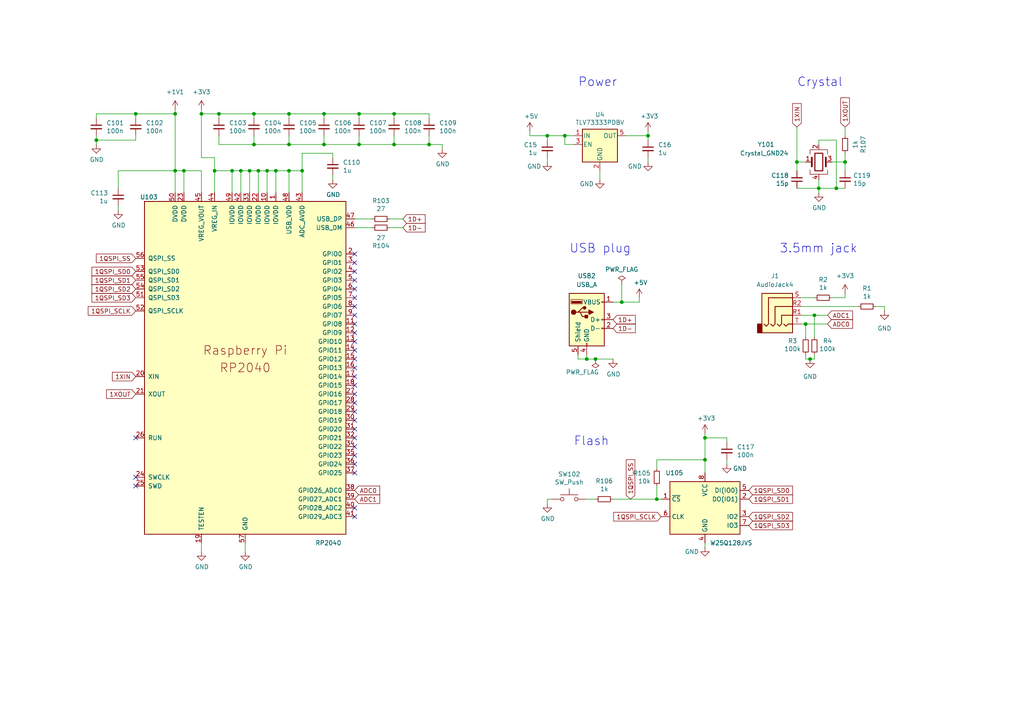
<source format=kicad_sch>
(kicad_sch
	(version 20231120)
	(generator "eeschema")
	(generator_version "8.0")
	(uuid "f1a9fb80-4cc4-410f-9616-e19c969dcab5")
	(paper "A4")
	(lib_symbols
		(symbol "+3V3_1"
			(power)
			(pin_numbers hide)
			(pin_names
				(offset 0) hide)
			(exclude_from_sim no)
			(in_bom yes)
			(on_board yes)
			(property "Reference" "#PWR"
				(at 0 -3.81 0)
				(effects
					(font
						(size 1.27 1.27)
					)
					(hide yes)
				)
			)
			(property "Value" "+3V3"
				(at 0 3.556 0)
				(effects
					(font
						(size 1.27 1.27)
					)
				)
			)
			(property "Footprint" ""
				(at 0 0 0)
				(effects
					(font
						(size 1.27 1.27)
					)
					(hide yes)
				)
			)
			(property "Datasheet" ""
				(at 0 0 0)
				(effects
					(font
						(size 1.27 1.27)
					)
					(hide yes)
				)
			)
			(property "Description" "Power symbol creates a global label with name \"+3V3\""
				(at 0 0 0)
				(effects
					(font
						(size 1.27 1.27)
					)
					(hide yes)
				)
			)
			(property "ki_keywords" "global power"
				(at 0 0 0)
				(effects
					(font
						(size 1.27 1.27)
					)
					(hide yes)
				)
			)
			(symbol "+3V3_1_0_1"
				(polyline
					(pts
						(xy -0.762 1.27) (xy 0 2.54)
					)
					(stroke
						(width 0)
						(type default)
					)
					(fill
						(type none)
					)
				)
				(polyline
					(pts
						(xy 0 0) (xy 0 2.54)
					)
					(stroke
						(width 0)
						(type default)
					)
					(fill
						(type none)
					)
				)
				(polyline
					(pts
						(xy 0 2.54) (xy 0.762 1.27)
					)
					(stroke
						(width 0)
						(type default)
					)
					(fill
						(type none)
					)
				)
			)
			(symbol "+3V3_1_1_1"
				(pin power_in line
					(at 0 0 90)
					(length 0)
					(name "~"
						(effects
							(font
								(size 1.27 1.27)
							)
						)
					)
					(number "1"
						(effects
							(font
								(size 1.27 1.27)
							)
						)
					)
				)
			)
		)
		(symbol "Connector:USB_A"
			(pin_names
				(offset 1.016)
			)
			(exclude_from_sim no)
			(in_bom yes)
			(on_board yes)
			(property "Reference" "J"
				(at -5.08 11.43 0)
				(effects
					(font
						(size 1.27 1.27)
					)
					(justify left)
				)
			)
			(property "Value" "USB_A"
				(at -5.08 8.89 0)
				(effects
					(font
						(size 1.27 1.27)
					)
					(justify left)
				)
			)
			(property "Footprint" ""
				(at 3.81 -1.27 0)
				(effects
					(font
						(size 1.27 1.27)
					)
					(hide yes)
				)
			)
			(property "Datasheet" " ~"
				(at 3.81 -1.27 0)
				(effects
					(font
						(size 1.27 1.27)
					)
					(hide yes)
				)
			)
			(property "Description" "USB Type A connector"
				(at 0 0 0)
				(effects
					(font
						(size 1.27 1.27)
					)
					(hide yes)
				)
			)
			(property "ki_keywords" "connector USB"
				(at 0 0 0)
				(effects
					(font
						(size 1.27 1.27)
					)
					(hide yes)
				)
			)
			(property "ki_fp_filters" "USB*"
				(at 0 0 0)
				(effects
					(font
						(size 1.27 1.27)
					)
					(hide yes)
				)
			)
			(symbol "USB_A_0_1"
				(rectangle
					(start -5.08 -7.62)
					(end 5.08 7.62)
					(stroke
						(width 0.254)
						(type default)
					)
					(fill
						(type background)
					)
				)
				(circle
					(center -3.81 2.159)
					(radius 0.635)
					(stroke
						(width 0.254)
						(type default)
					)
					(fill
						(type outline)
					)
				)
				(rectangle
					(start -1.524 4.826)
					(end -4.318 5.334)
					(stroke
						(width 0)
						(type default)
					)
					(fill
						(type outline)
					)
				)
				(rectangle
					(start -1.27 4.572)
					(end -4.572 5.842)
					(stroke
						(width 0)
						(type default)
					)
					(fill
						(type none)
					)
				)
				(circle
					(center -0.635 3.429)
					(radius 0.381)
					(stroke
						(width 0.254)
						(type default)
					)
					(fill
						(type outline)
					)
				)
				(rectangle
					(start -0.127 -7.62)
					(end 0.127 -6.858)
					(stroke
						(width 0)
						(type default)
					)
					(fill
						(type none)
					)
				)
				(polyline
					(pts
						(xy -3.175 2.159) (xy -2.54 2.159) (xy -1.27 3.429) (xy -0.635 3.429)
					)
					(stroke
						(width 0.254)
						(type default)
					)
					(fill
						(type none)
					)
				)
				(polyline
					(pts
						(xy -2.54 2.159) (xy -1.905 2.159) (xy -1.27 0.889) (xy 0 0.889)
					)
					(stroke
						(width 0.254)
						(type default)
					)
					(fill
						(type none)
					)
				)
				(polyline
					(pts
						(xy 0.635 2.794) (xy 0.635 1.524) (xy 1.905 2.159) (xy 0.635 2.794)
					)
					(stroke
						(width 0.254)
						(type default)
					)
					(fill
						(type outline)
					)
				)
				(rectangle
					(start 0.254 1.27)
					(end -0.508 0.508)
					(stroke
						(width 0.254)
						(type default)
					)
					(fill
						(type outline)
					)
				)
				(rectangle
					(start 5.08 -2.667)
					(end 4.318 -2.413)
					(stroke
						(width 0)
						(type default)
					)
					(fill
						(type none)
					)
				)
				(rectangle
					(start 5.08 -0.127)
					(end 4.318 0.127)
					(stroke
						(width 0)
						(type default)
					)
					(fill
						(type none)
					)
				)
				(rectangle
					(start 5.08 4.953)
					(end 4.318 5.207)
					(stroke
						(width 0)
						(type default)
					)
					(fill
						(type none)
					)
				)
			)
			(symbol "USB_A_1_1"
				(polyline
					(pts
						(xy -1.905 2.159) (xy 0.635 2.159)
					)
					(stroke
						(width 0.254)
						(type default)
					)
					(fill
						(type none)
					)
				)
				(pin power_in line
					(at 7.62 5.08 180)
					(length 2.54)
					(name "VBUS"
						(effects
							(font
								(size 1.27 1.27)
							)
						)
					)
					(number "1"
						(effects
							(font
								(size 1.27 1.27)
							)
						)
					)
				)
				(pin bidirectional line
					(at 7.62 -2.54 180)
					(length 2.54)
					(name "D-"
						(effects
							(font
								(size 1.27 1.27)
							)
						)
					)
					(number "2"
						(effects
							(font
								(size 1.27 1.27)
							)
						)
					)
				)
				(pin bidirectional line
					(at 7.62 0 180)
					(length 2.54)
					(name "D+"
						(effects
							(font
								(size 1.27 1.27)
							)
						)
					)
					(number "3"
						(effects
							(font
								(size 1.27 1.27)
							)
						)
					)
				)
				(pin power_in line
					(at 0 -10.16 90)
					(length 2.54)
					(name "GND"
						(effects
							(font
								(size 1.27 1.27)
							)
						)
					)
					(number "4"
						(effects
							(font
								(size 1.27 1.27)
							)
						)
					)
				)
				(pin passive line
					(at -2.54 -10.16 90)
					(length 2.54)
					(name "Shield"
						(effects
							(font
								(size 1.27 1.27)
							)
						)
					)
					(number "5"
						(effects
							(font
								(size 1.27 1.27)
							)
						)
					)
				)
			)
		)
		(symbol "Connector_Audio:AudioJack4"
			(exclude_from_sim no)
			(in_bom yes)
			(on_board yes)
			(property "Reference" "J"
				(at 0 8.89 0)
				(effects
					(font
						(size 1.27 1.27)
					)
				)
			)
			(property "Value" "AudioJack4"
				(at 0 6.35 0)
				(effects
					(font
						(size 1.27 1.27)
					)
				)
			)
			(property "Footprint" ""
				(at 0 0 0)
				(effects
					(font
						(size 1.27 1.27)
					)
					(hide yes)
				)
			)
			(property "Datasheet" "~"
				(at 0 0 0)
				(effects
					(font
						(size 1.27 1.27)
					)
					(hide yes)
				)
			)
			(property "Description" "Audio Jack, 4 Poles (TRRS)"
				(at 0 0 0)
				(effects
					(font
						(size 1.27 1.27)
					)
					(hide yes)
				)
			)
			(property "ki_keywords" "audio jack receptacle stereo headphones TRRS connector"
				(at 0 0 0)
				(effects
					(font
						(size 1.27 1.27)
					)
					(hide yes)
				)
			)
			(property "ki_fp_filters" "Jack*"
				(at 0 0 0)
				(effects
					(font
						(size 1.27 1.27)
					)
					(hide yes)
				)
			)
			(symbol "AudioJack4_0_1"
				(rectangle
					(start -6.35 -5.08)
					(end -7.62 -7.62)
					(stroke
						(width 0.254)
						(type default)
					)
					(fill
						(type outline)
					)
				)
				(polyline
					(pts
						(xy 0 -5.08) (xy 0.635 -5.715) (xy 1.27 -5.08) (xy 2.54 -5.08)
					)
					(stroke
						(width 0.254)
						(type default)
					)
					(fill
						(type none)
					)
				)
				(polyline
					(pts
						(xy -5.715 -5.08) (xy -5.08 -5.715) (xy -4.445 -5.08) (xy -4.445 2.54) (xy 2.54 2.54)
					)
					(stroke
						(width 0.254)
						(type default)
					)
					(fill
						(type none)
					)
				)
				(polyline
					(pts
						(xy -1.905 -5.08) (xy -1.27 -5.715) (xy -0.635 -5.08) (xy -0.635 -2.54) (xy 2.54 -2.54)
					)
					(stroke
						(width 0.254)
						(type default)
					)
					(fill
						(type none)
					)
				)
				(polyline
					(pts
						(xy 2.54 0) (xy -2.54 0) (xy -2.54 -5.08) (xy -3.175 -5.715) (xy -3.81 -5.08)
					)
					(stroke
						(width 0.254)
						(type default)
					)
					(fill
						(type none)
					)
				)
				(rectangle
					(start 2.54 3.81)
					(end -6.35 -7.62)
					(stroke
						(width 0.254)
						(type default)
					)
					(fill
						(type background)
					)
				)
			)
			(symbol "AudioJack4_1_1"
				(pin passive line
					(at 5.08 -2.54 180)
					(length 2.54)
					(name "~"
						(effects
							(font
								(size 1.27 1.27)
							)
						)
					)
					(number "R1"
						(effects
							(font
								(size 1.27 1.27)
							)
						)
					)
				)
				(pin passive line
					(at 5.08 0 180)
					(length 2.54)
					(name "~"
						(effects
							(font
								(size 1.27 1.27)
							)
						)
					)
					(number "R2"
						(effects
							(font
								(size 1.27 1.27)
							)
						)
					)
				)
				(pin passive line
					(at 5.08 2.54 180)
					(length 2.54)
					(name "~"
						(effects
							(font
								(size 1.27 1.27)
							)
						)
					)
					(number "S"
						(effects
							(font
								(size 1.27 1.27)
							)
						)
					)
				)
				(pin passive line
					(at 5.08 -5.08 180)
					(length 2.54)
					(name "~"
						(effects
							(font
								(size 1.27 1.27)
							)
						)
					)
					(number "T"
						(effects
							(font
								(size 1.27 1.27)
							)
						)
					)
				)
			)
		)
		(symbol "Device:C_Small"
			(pin_numbers hide)
			(pin_names
				(offset 0.254) hide)
			(exclude_from_sim no)
			(in_bom yes)
			(on_board yes)
			(property "Reference" "C"
				(at 0.254 1.778 0)
				(effects
					(font
						(size 1.27 1.27)
					)
					(justify left)
				)
			)
			(property "Value" "C_Small"
				(at 0.254 -2.032 0)
				(effects
					(font
						(size 1.27 1.27)
					)
					(justify left)
				)
			)
			(property "Footprint" ""
				(at 0 0 0)
				(effects
					(font
						(size 1.27 1.27)
					)
					(hide yes)
				)
			)
			(property "Datasheet" "~"
				(at 0 0 0)
				(effects
					(font
						(size 1.27 1.27)
					)
					(hide yes)
				)
			)
			(property "Description" "Unpolarized capacitor, small symbol"
				(at 0 0 0)
				(effects
					(font
						(size 1.27 1.27)
					)
					(hide yes)
				)
			)
			(property "ki_keywords" "capacitor cap"
				(at 0 0 0)
				(effects
					(font
						(size 1.27 1.27)
					)
					(hide yes)
				)
			)
			(property "ki_fp_filters" "C_*"
				(at 0 0 0)
				(effects
					(font
						(size 1.27 1.27)
					)
					(hide yes)
				)
			)
			(symbol "C_Small_0_1"
				(polyline
					(pts
						(xy -1.524 -0.508) (xy 1.524 -0.508)
					)
					(stroke
						(width 0.3302)
						(type default)
					)
					(fill
						(type none)
					)
				)
				(polyline
					(pts
						(xy -1.524 0.508) (xy 1.524 0.508)
					)
					(stroke
						(width 0.3048)
						(type default)
					)
					(fill
						(type none)
					)
				)
			)
			(symbol "C_Small_1_1"
				(pin passive line
					(at 0 2.54 270)
					(length 2.032)
					(name "~"
						(effects
							(font
								(size 1.27 1.27)
							)
						)
					)
					(number "1"
						(effects
							(font
								(size 1.27 1.27)
							)
						)
					)
				)
				(pin passive line
					(at 0 -2.54 90)
					(length 2.032)
					(name "~"
						(effects
							(font
								(size 1.27 1.27)
							)
						)
					)
					(number "2"
						(effects
							(font
								(size 1.27 1.27)
							)
						)
					)
				)
			)
		)
		(symbol "Device:Crystal_GND24"
			(pin_names
				(offset 1.016) hide)
			(exclude_from_sim no)
			(in_bom yes)
			(on_board yes)
			(property "Reference" "Y"
				(at 3.175 5.08 0)
				(effects
					(font
						(size 1.27 1.27)
					)
					(justify left)
				)
			)
			(property "Value" "Crystal_GND24"
				(at 3.175 3.175 0)
				(effects
					(font
						(size 1.27 1.27)
					)
					(justify left)
				)
			)
			(property "Footprint" ""
				(at 0 0 0)
				(effects
					(font
						(size 1.27 1.27)
					)
					(hide yes)
				)
			)
			(property "Datasheet" "~"
				(at 0 0 0)
				(effects
					(font
						(size 1.27 1.27)
					)
					(hide yes)
				)
			)
			(property "Description" "Four pin crystal, GND on pins 2 and 4"
				(at 0 0 0)
				(effects
					(font
						(size 1.27 1.27)
					)
					(hide yes)
				)
			)
			(property "ki_keywords" "quartz ceramic resonator oscillator"
				(at 0 0 0)
				(effects
					(font
						(size 1.27 1.27)
					)
					(hide yes)
				)
			)
			(property "ki_fp_filters" "Crystal*"
				(at 0 0 0)
				(effects
					(font
						(size 1.27 1.27)
					)
					(hide yes)
				)
			)
			(symbol "Crystal_GND24_0_1"
				(rectangle
					(start -1.143 2.54)
					(end 1.143 -2.54)
					(stroke
						(width 0.3048)
						(type default)
					)
					(fill
						(type none)
					)
				)
				(polyline
					(pts
						(xy -2.54 0) (xy -2.032 0)
					)
					(stroke
						(width 0)
						(type default)
					)
					(fill
						(type none)
					)
				)
				(polyline
					(pts
						(xy -2.032 -1.27) (xy -2.032 1.27)
					)
					(stroke
						(width 0.508)
						(type default)
					)
					(fill
						(type none)
					)
				)
				(polyline
					(pts
						(xy 0 -3.81) (xy 0 -3.556)
					)
					(stroke
						(width 0)
						(type default)
					)
					(fill
						(type none)
					)
				)
				(polyline
					(pts
						(xy 0 3.556) (xy 0 3.81)
					)
					(stroke
						(width 0)
						(type default)
					)
					(fill
						(type none)
					)
				)
				(polyline
					(pts
						(xy 2.032 -1.27) (xy 2.032 1.27)
					)
					(stroke
						(width 0.508)
						(type default)
					)
					(fill
						(type none)
					)
				)
				(polyline
					(pts
						(xy 2.032 0) (xy 2.54 0)
					)
					(stroke
						(width 0)
						(type default)
					)
					(fill
						(type none)
					)
				)
				(polyline
					(pts
						(xy -2.54 -2.286) (xy -2.54 -3.556) (xy 2.54 -3.556) (xy 2.54 -2.286)
					)
					(stroke
						(width 0)
						(type default)
					)
					(fill
						(type none)
					)
				)
				(polyline
					(pts
						(xy -2.54 2.286) (xy -2.54 3.556) (xy 2.54 3.556) (xy 2.54 2.286)
					)
					(stroke
						(width 0)
						(type default)
					)
					(fill
						(type none)
					)
				)
			)
			(symbol "Crystal_GND24_1_1"
				(pin passive line
					(at -3.81 0 0)
					(length 1.27)
					(name "1"
						(effects
							(font
								(size 1.27 1.27)
							)
						)
					)
					(number "1"
						(effects
							(font
								(size 1.27 1.27)
							)
						)
					)
				)
				(pin passive line
					(at 0 5.08 270)
					(length 1.27)
					(name "2"
						(effects
							(font
								(size 1.27 1.27)
							)
						)
					)
					(number "2"
						(effects
							(font
								(size 1.27 1.27)
							)
						)
					)
				)
				(pin passive line
					(at 3.81 0 180)
					(length 1.27)
					(name "3"
						(effects
							(font
								(size 1.27 1.27)
							)
						)
					)
					(number "3"
						(effects
							(font
								(size 1.27 1.27)
							)
						)
					)
				)
				(pin passive line
					(at 0 -5.08 90)
					(length 1.27)
					(name "4"
						(effects
							(font
								(size 1.27 1.27)
							)
						)
					)
					(number "4"
						(effects
							(font
								(size 1.27 1.27)
							)
						)
					)
				)
			)
		)
		(symbol "Device:R_Small"
			(pin_numbers hide)
			(pin_names
				(offset 0.254) hide)
			(exclude_from_sim no)
			(in_bom yes)
			(on_board yes)
			(property "Reference" "R"
				(at 0.762 0.508 0)
				(effects
					(font
						(size 1.27 1.27)
					)
					(justify left)
				)
			)
			(property "Value" "R_Small"
				(at 0.762 -1.016 0)
				(effects
					(font
						(size 1.27 1.27)
					)
					(justify left)
				)
			)
			(property "Footprint" ""
				(at 0 0 0)
				(effects
					(font
						(size 1.27 1.27)
					)
					(hide yes)
				)
			)
			(property "Datasheet" "~"
				(at 0 0 0)
				(effects
					(font
						(size 1.27 1.27)
					)
					(hide yes)
				)
			)
			(property "Description" "Resistor, small symbol"
				(at 0 0 0)
				(effects
					(font
						(size 1.27 1.27)
					)
					(hide yes)
				)
			)
			(property "ki_keywords" "R resistor"
				(at 0 0 0)
				(effects
					(font
						(size 1.27 1.27)
					)
					(hide yes)
				)
			)
			(property "ki_fp_filters" "R_*"
				(at 0 0 0)
				(effects
					(font
						(size 1.27 1.27)
					)
					(hide yes)
				)
			)
			(symbol "R_Small_0_1"
				(rectangle
					(start -0.762 1.778)
					(end 0.762 -1.778)
					(stroke
						(width 0.2032)
						(type default)
					)
					(fill
						(type none)
					)
				)
			)
			(symbol "R_Small_1_1"
				(pin passive line
					(at 0 2.54 270)
					(length 0.762)
					(name "~"
						(effects
							(font
								(size 1.27 1.27)
							)
						)
					)
					(number "1"
						(effects
							(font
								(size 1.27 1.27)
							)
						)
					)
				)
				(pin passive line
					(at 0 -2.54 90)
					(length 0.762)
					(name "~"
						(effects
							(font
								(size 1.27 1.27)
							)
						)
					)
					(number "2"
						(effects
							(font
								(size 1.27 1.27)
							)
						)
					)
				)
			)
		)
		(symbol "GND_1"
			(power)
			(pin_numbers hide)
			(pin_names
				(offset 0) hide)
			(exclude_from_sim no)
			(in_bom yes)
			(on_board yes)
			(property "Reference" "#PWR"
				(at 0 -6.35 0)
				(effects
					(font
						(size 1.27 1.27)
					)
					(hide yes)
				)
			)
			(property "Value" "GND"
				(at 0 -3.81 0)
				(effects
					(font
						(size 1.27 1.27)
					)
				)
			)
			(property "Footprint" ""
				(at 0 0 0)
				(effects
					(font
						(size 1.27 1.27)
					)
					(hide yes)
				)
			)
			(property "Datasheet" ""
				(at 0 0 0)
				(effects
					(font
						(size 1.27 1.27)
					)
					(hide yes)
				)
			)
			(property "Description" "Power symbol creates a global label with name \"GND\" , ground"
				(at 0 0 0)
				(effects
					(font
						(size 1.27 1.27)
					)
					(hide yes)
				)
			)
			(property "ki_keywords" "global power"
				(at 0 0 0)
				(effects
					(font
						(size 1.27 1.27)
					)
					(hide yes)
				)
			)
			(symbol "GND_1_0_1"
				(polyline
					(pts
						(xy 0 0) (xy 0 -1.27) (xy 1.27 -1.27) (xy 0 -2.54) (xy -1.27 -1.27) (xy 0 -1.27)
					)
					(stroke
						(width 0)
						(type default)
					)
					(fill
						(type none)
					)
				)
			)
			(symbol "GND_1_1_1"
				(pin power_in line
					(at 0 0 270)
					(length 0)
					(name "~"
						(effects
							(font
								(size 1.27 1.27)
							)
						)
					)
					(number "1"
						(effects
							(font
								(size 1.27 1.27)
							)
						)
					)
				)
			)
		)
		(symbol "GND_2"
			(power)
			(pin_numbers hide)
			(pin_names
				(offset 0) hide)
			(exclude_from_sim no)
			(in_bom yes)
			(on_board yes)
			(property "Reference" "#PWR"
				(at 0 -6.35 0)
				(effects
					(font
						(size 1.27 1.27)
					)
					(hide yes)
				)
			)
			(property "Value" "GND"
				(at 0 -3.81 0)
				(effects
					(font
						(size 1.27 1.27)
					)
				)
			)
			(property "Footprint" ""
				(at 0 0 0)
				(effects
					(font
						(size 1.27 1.27)
					)
					(hide yes)
				)
			)
			(property "Datasheet" ""
				(at 0 0 0)
				(effects
					(font
						(size 1.27 1.27)
					)
					(hide yes)
				)
			)
			(property "Description" "Power symbol creates a global label with name \"GND\" , ground"
				(at 0 0 0)
				(effects
					(font
						(size 1.27 1.27)
					)
					(hide yes)
				)
			)
			(property "ki_keywords" "global power"
				(at 0 0 0)
				(effects
					(font
						(size 1.27 1.27)
					)
					(hide yes)
				)
			)
			(symbol "GND_2_0_1"
				(polyline
					(pts
						(xy 0 0) (xy 0 -1.27) (xy 1.27 -1.27) (xy 0 -2.54) (xy -1.27 -1.27) (xy 0 -1.27)
					)
					(stroke
						(width 0)
						(type default)
					)
					(fill
						(type none)
					)
				)
			)
			(symbol "GND_2_1_1"
				(pin power_in line
					(at 0 0 270)
					(length 0)
					(name "~"
						(effects
							(font
								(size 1.27 1.27)
							)
						)
					)
					(number "1"
						(effects
							(font
								(size 1.27 1.27)
							)
						)
					)
				)
			)
		)
		(symbol "Memory_Flash:W25Q128JVS"
			(exclude_from_sim no)
			(in_bom yes)
			(on_board yes)
			(property "Reference" "U"
				(at -8.89 8.89 0)
				(effects
					(font
						(size 1.27 1.27)
					)
				)
			)
			(property "Value" "W25Q128JVS"
				(at 7.62 8.89 0)
				(effects
					(font
						(size 1.27 1.27)
					)
				)
			)
			(property "Footprint" "Package_SO:SOIC-8_5.23x5.23mm_P1.27mm"
				(at 0 0 0)
				(effects
					(font
						(size 1.27 1.27)
					)
					(hide yes)
				)
			)
			(property "Datasheet" "http://www.winbond.com/resource-files/w25q128jv_dtr%20revc%2003272018%20plus.pdf"
				(at 0 0 0)
				(effects
					(font
						(size 1.27 1.27)
					)
					(hide yes)
				)
			)
			(property "Description" "128Mb Serial Flash Memory, Standard/Dual/Quad SPI, SOIC-8"
				(at 0 0 0)
				(effects
					(font
						(size 1.27 1.27)
					)
					(hide yes)
				)
			)
			(property "ki_keywords" "flash memory SPI QPI DTR"
				(at 0 0 0)
				(effects
					(font
						(size 1.27 1.27)
					)
					(hide yes)
				)
			)
			(property "ki_fp_filters" "SOIC*5.23x5.23mm*P1.27mm*"
				(at 0 0 0)
				(effects
					(font
						(size 1.27 1.27)
					)
					(hide yes)
				)
			)
			(symbol "W25Q128JVS_0_1"
				(rectangle
					(start -10.16 7.62)
					(end 10.16 -7.62)
					(stroke
						(width 0.254)
						(type default)
					)
					(fill
						(type background)
					)
				)
			)
			(symbol "W25Q128JVS_1_1"
				(pin input line
					(at -12.7 2.54 0)
					(length 2.54)
					(name "~{CS}"
						(effects
							(font
								(size 1.27 1.27)
							)
						)
					)
					(number "1"
						(effects
							(font
								(size 1.27 1.27)
							)
						)
					)
				)
				(pin bidirectional line
					(at 12.7 2.54 180)
					(length 2.54)
					(name "DO(IO1)"
						(effects
							(font
								(size 1.27 1.27)
							)
						)
					)
					(number "2"
						(effects
							(font
								(size 1.27 1.27)
							)
						)
					)
				)
				(pin bidirectional line
					(at 12.7 -2.54 180)
					(length 2.54)
					(name "IO2"
						(effects
							(font
								(size 1.27 1.27)
							)
						)
					)
					(number "3"
						(effects
							(font
								(size 1.27 1.27)
							)
						)
					)
				)
				(pin power_in line
					(at 0 -10.16 90)
					(length 2.54)
					(name "GND"
						(effects
							(font
								(size 1.27 1.27)
							)
						)
					)
					(number "4"
						(effects
							(font
								(size 1.27 1.27)
							)
						)
					)
				)
				(pin bidirectional line
					(at 12.7 5.08 180)
					(length 2.54)
					(name "DI(IO0)"
						(effects
							(font
								(size 1.27 1.27)
							)
						)
					)
					(number "5"
						(effects
							(font
								(size 1.27 1.27)
							)
						)
					)
				)
				(pin input line
					(at -12.7 -2.54 0)
					(length 2.54)
					(name "CLK"
						(effects
							(font
								(size 1.27 1.27)
							)
						)
					)
					(number "6"
						(effects
							(font
								(size 1.27 1.27)
							)
						)
					)
				)
				(pin bidirectional line
					(at 12.7 -5.08 180)
					(length 2.54)
					(name "IO3"
						(effects
							(font
								(size 1.27 1.27)
							)
						)
					)
					(number "7"
						(effects
							(font
								(size 1.27 1.27)
							)
						)
					)
				)
				(pin power_in line
					(at 0 10.16 270)
					(length 2.54)
					(name "VCC"
						(effects
							(font
								(size 1.27 1.27)
							)
						)
					)
					(number "8"
						(effects
							(font
								(size 1.27 1.27)
							)
						)
					)
				)
			)
		)
		(symbol "RP2040:RP2040"
			(pin_names
				(offset 1.016)
			)
			(exclude_from_sim no)
			(in_bom yes)
			(on_board yes)
			(property "Reference" "U"
				(at -29.21 49.53 0)
				(effects
					(font
						(size 1.27 1.27)
					)
				)
			)
			(property "Value" "RP2040"
				(at 24.13 -49.53 0)
				(effects
					(font
						(size 1.27 1.27)
					)
				)
			)
			(property "Footprint" "RP2040_minimal:RP2040-QFN-56"
				(at -19.05 0 0)
				(effects
					(font
						(size 1.27 1.27)
					)
					(hide yes)
				)
			)
			(property "Datasheet" ""
				(at -19.05 0 0)
				(effects
					(font
						(size 1.27 1.27)
					)
					(hide yes)
				)
			)
			(property "Description" ""
				(at 0 0 0)
				(effects
					(font
						(size 1.27 1.27)
					)
					(hide yes)
				)
			)
			(symbol "RP2040_0_0"
				(text "Raspberry Pi"
					(at 0 5.08 0)
					(effects
						(font
							(size 2.54 2.54)
						)
					)
				)
				(text "RP2040"
					(at 0 0 0)
					(effects
						(font
							(size 2.54 2.54)
						)
					)
				)
			)
			(symbol "RP2040_0_1"
				(rectangle
					(start 29.21 48.26)
					(end -29.21 -48.26)
					(stroke
						(width 0.254)
						(type default)
					)
					(fill
						(type background)
					)
				)
			)
			(symbol "RP2040_1_1"
				(pin power_in line
					(at 8.89 50.8 270)
					(length 2.54)
					(name "IOVDD"
						(effects
							(font
								(size 1.27 1.27)
							)
						)
					)
					(number "1"
						(effects
							(font
								(size 1.27 1.27)
							)
						)
					)
				)
				(pin power_in line
					(at 6.35 50.8 270)
					(length 2.54)
					(name "IOVDD"
						(effects
							(font
								(size 1.27 1.27)
							)
						)
					)
					(number "10"
						(effects
							(font
								(size 1.27 1.27)
							)
						)
					)
				)
				(pin bidirectional line
					(at 31.75 12.7 180)
					(length 2.54)
					(name "GPIO8"
						(effects
							(font
								(size 1.27 1.27)
							)
						)
					)
					(number "11"
						(effects
							(font
								(size 1.27 1.27)
							)
						)
					)
				)
				(pin bidirectional line
					(at 31.75 10.16 180)
					(length 2.54)
					(name "GPIO9"
						(effects
							(font
								(size 1.27 1.27)
							)
						)
					)
					(number "12"
						(effects
							(font
								(size 1.27 1.27)
							)
						)
					)
				)
				(pin bidirectional line
					(at 31.75 7.62 180)
					(length 2.54)
					(name "GPIO10"
						(effects
							(font
								(size 1.27 1.27)
							)
						)
					)
					(number "13"
						(effects
							(font
								(size 1.27 1.27)
							)
						)
					)
				)
				(pin bidirectional line
					(at 31.75 5.08 180)
					(length 2.54)
					(name "GPIO11"
						(effects
							(font
								(size 1.27 1.27)
							)
						)
					)
					(number "14"
						(effects
							(font
								(size 1.27 1.27)
							)
						)
					)
				)
				(pin bidirectional line
					(at 31.75 2.54 180)
					(length 2.54)
					(name "GPIO12"
						(effects
							(font
								(size 1.27 1.27)
							)
						)
					)
					(number "15"
						(effects
							(font
								(size 1.27 1.27)
							)
						)
					)
				)
				(pin bidirectional line
					(at 31.75 0 180)
					(length 2.54)
					(name "GPIO13"
						(effects
							(font
								(size 1.27 1.27)
							)
						)
					)
					(number "16"
						(effects
							(font
								(size 1.27 1.27)
							)
						)
					)
				)
				(pin bidirectional line
					(at 31.75 -2.54 180)
					(length 2.54)
					(name "GPIO14"
						(effects
							(font
								(size 1.27 1.27)
							)
						)
					)
					(number "17"
						(effects
							(font
								(size 1.27 1.27)
							)
						)
					)
				)
				(pin bidirectional line
					(at 31.75 -5.08 180)
					(length 2.54)
					(name "GPIO15"
						(effects
							(font
								(size 1.27 1.27)
							)
						)
					)
					(number "18"
						(effects
							(font
								(size 1.27 1.27)
							)
						)
					)
				)
				(pin passive line
					(at -12.7 -50.8 90)
					(length 2.54)
					(name "TESTEN"
						(effects
							(font
								(size 1.27 1.27)
							)
						)
					)
					(number "19"
						(effects
							(font
								(size 1.27 1.27)
							)
						)
					)
				)
				(pin bidirectional line
					(at 31.75 33.02 180)
					(length 2.54)
					(name "GPIO0"
						(effects
							(font
								(size 1.27 1.27)
							)
						)
					)
					(number "2"
						(effects
							(font
								(size 1.27 1.27)
							)
						)
					)
				)
				(pin input line
					(at -31.75 -2.54 0)
					(length 2.54)
					(name "XIN"
						(effects
							(font
								(size 1.27 1.27)
							)
						)
					)
					(number "20"
						(effects
							(font
								(size 1.27 1.27)
							)
						)
					)
				)
				(pin passive line
					(at -31.75 -7.62 0)
					(length 2.54)
					(name "XOUT"
						(effects
							(font
								(size 1.27 1.27)
							)
						)
					)
					(number "21"
						(effects
							(font
								(size 1.27 1.27)
							)
						)
					)
				)
				(pin power_in line
					(at 3.81 50.8 270)
					(length 2.54)
					(name "IOVDD"
						(effects
							(font
								(size 1.27 1.27)
							)
						)
					)
					(number "22"
						(effects
							(font
								(size 1.27 1.27)
							)
						)
					)
				)
				(pin power_in line
					(at -17.78 50.8 270)
					(length 2.54)
					(name "DVDD"
						(effects
							(font
								(size 1.27 1.27)
							)
						)
					)
					(number "23"
						(effects
							(font
								(size 1.27 1.27)
							)
						)
					)
				)
				(pin output line
					(at -31.75 -31.75 0)
					(length 2.54)
					(name "SWCLK"
						(effects
							(font
								(size 1.27 1.27)
							)
						)
					)
					(number "24"
						(effects
							(font
								(size 1.27 1.27)
							)
						)
					)
				)
				(pin bidirectional line
					(at -31.75 -34.29 0)
					(length 2.54)
					(name "SWD"
						(effects
							(font
								(size 1.27 1.27)
							)
						)
					)
					(number "25"
						(effects
							(font
								(size 1.27 1.27)
							)
						)
					)
				)
				(pin input line
					(at -31.75 -20.32 0)
					(length 2.54)
					(name "RUN"
						(effects
							(font
								(size 1.27 1.27)
							)
						)
					)
					(number "26"
						(effects
							(font
								(size 1.27 1.27)
							)
						)
					)
				)
				(pin bidirectional line
					(at 31.75 -7.62 180)
					(length 2.54)
					(name "GPIO16"
						(effects
							(font
								(size 1.27 1.27)
							)
						)
					)
					(number "27"
						(effects
							(font
								(size 1.27 1.27)
							)
						)
					)
				)
				(pin bidirectional line
					(at 31.75 -10.16 180)
					(length 2.54)
					(name "GPIO17"
						(effects
							(font
								(size 1.27 1.27)
							)
						)
					)
					(number "28"
						(effects
							(font
								(size 1.27 1.27)
							)
						)
					)
				)
				(pin bidirectional line
					(at 31.75 -12.7 180)
					(length 2.54)
					(name "GPIO18"
						(effects
							(font
								(size 1.27 1.27)
							)
						)
					)
					(number "29"
						(effects
							(font
								(size 1.27 1.27)
							)
						)
					)
				)
				(pin bidirectional line
					(at 31.75 30.48 180)
					(length 2.54)
					(name "GPIO1"
						(effects
							(font
								(size 1.27 1.27)
							)
						)
					)
					(number "3"
						(effects
							(font
								(size 1.27 1.27)
							)
						)
					)
				)
				(pin bidirectional line
					(at 31.75 -15.24 180)
					(length 2.54)
					(name "GPIO19"
						(effects
							(font
								(size 1.27 1.27)
							)
						)
					)
					(number "30"
						(effects
							(font
								(size 1.27 1.27)
							)
						)
					)
				)
				(pin bidirectional line
					(at 31.75 -17.78 180)
					(length 2.54)
					(name "GPIO20"
						(effects
							(font
								(size 1.27 1.27)
							)
						)
					)
					(number "31"
						(effects
							(font
								(size 1.27 1.27)
							)
						)
					)
				)
				(pin bidirectional line
					(at 31.75 -20.32 180)
					(length 2.54)
					(name "GPIO21"
						(effects
							(font
								(size 1.27 1.27)
							)
						)
					)
					(number "32"
						(effects
							(font
								(size 1.27 1.27)
							)
						)
					)
				)
				(pin power_in line
					(at 1.27 50.8 270)
					(length 2.54)
					(name "IOVDD"
						(effects
							(font
								(size 1.27 1.27)
							)
						)
					)
					(number "33"
						(effects
							(font
								(size 1.27 1.27)
							)
						)
					)
				)
				(pin bidirectional line
					(at 31.75 -22.86 180)
					(length 2.54)
					(name "GPIO22"
						(effects
							(font
								(size 1.27 1.27)
							)
						)
					)
					(number "34"
						(effects
							(font
								(size 1.27 1.27)
							)
						)
					)
				)
				(pin bidirectional line
					(at 31.75 -25.4 180)
					(length 2.54)
					(name "GPIO23"
						(effects
							(font
								(size 1.27 1.27)
							)
						)
					)
					(number "35"
						(effects
							(font
								(size 1.27 1.27)
							)
						)
					)
				)
				(pin bidirectional line
					(at 31.75 -27.94 180)
					(length 2.54)
					(name "GPIO24"
						(effects
							(font
								(size 1.27 1.27)
							)
						)
					)
					(number "36"
						(effects
							(font
								(size 1.27 1.27)
							)
						)
					)
				)
				(pin bidirectional line
					(at 31.75 -30.48 180)
					(length 2.54)
					(name "GPIO25"
						(effects
							(font
								(size 1.27 1.27)
							)
						)
					)
					(number "37"
						(effects
							(font
								(size 1.27 1.27)
							)
						)
					)
				)
				(pin bidirectional line
					(at 31.75 -35.56 180)
					(length 2.54)
					(name "GPIO26_ADC0"
						(effects
							(font
								(size 1.27 1.27)
							)
						)
					)
					(number "38"
						(effects
							(font
								(size 1.27 1.27)
							)
						)
					)
				)
				(pin bidirectional line
					(at 31.75 -38.1 180)
					(length 2.54)
					(name "GPIO27_ADC1"
						(effects
							(font
								(size 1.27 1.27)
							)
						)
					)
					(number "39"
						(effects
							(font
								(size 1.27 1.27)
							)
						)
					)
				)
				(pin bidirectional line
					(at 31.75 27.94 180)
					(length 2.54)
					(name "GPIO2"
						(effects
							(font
								(size 1.27 1.27)
							)
						)
					)
					(number "4"
						(effects
							(font
								(size 1.27 1.27)
							)
						)
					)
				)
				(pin bidirectional line
					(at 31.75 -40.64 180)
					(length 2.54)
					(name "GPIO28_ADC2"
						(effects
							(font
								(size 1.27 1.27)
							)
						)
					)
					(number "40"
						(effects
							(font
								(size 1.27 1.27)
							)
						)
					)
				)
				(pin bidirectional line
					(at 31.75 -43.18 180)
					(length 2.54)
					(name "GPIO29_ADC3"
						(effects
							(font
								(size 1.27 1.27)
							)
						)
					)
					(number "41"
						(effects
							(font
								(size 1.27 1.27)
							)
						)
					)
				)
				(pin power_in line
					(at -1.27 50.8 270)
					(length 2.54)
					(name "IOVDD"
						(effects
							(font
								(size 1.27 1.27)
							)
						)
					)
					(number "42"
						(effects
							(font
								(size 1.27 1.27)
							)
						)
					)
				)
				(pin power_in line
					(at 16.51 50.8 270)
					(length 2.54)
					(name "ADC_AVDD"
						(effects
							(font
								(size 1.27 1.27)
							)
						)
					)
					(number "43"
						(effects
							(font
								(size 1.27 1.27)
							)
						)
					)
				)
				(pin power_in line
					(at -8.89 50.8 270)
					(length 2.54)
					(name "VREG_IN"
						(effects
							(font
								(size 1.27 1.27)
							)
						)
					)
					(number "44"
						(effects
							(font
								(size 1.27 1.27)
							)
						)
					)
				)
				(pin power_out line
					(at -12.7 50.8 270)
					(length 2.54)
					(name "VREG_VOUT"
						(effects
							(font
								(size 1.27 1.27)
							)
						)
					)
					(number "45"
						(effects
							(font
								(size 1.27 1.27)
							)
						)
					)
				)
				(pin bidirectional line
					(at 31.75 40.64 180)
					(length 2.54)
					(name "USB_DM"
						(effects
							(font
								(size 1.27 1.27)
							)
						)
					)
					(number "46"
						(effects
							(font
								(size 1.27 1.27)
							)
						)
					)
				)
				(pin bidirectional line
					(at 31.75 43.18 180)
					(length 2.54)
					(name "USB_DP"
						(effects
							(font
								(size 1.27 1.27)
							)
						)
					)
					(number "47"
						(effects
							(font
								(size 1.27 1.27)
							)
						)
					)
				)
				(pin power_in line
					(at 12.7 50.8 270)
					(length 2.54)
					(name "USB_VDD"
						(effects
							(font
								(size 1.27 1.27)
							)
						)
					)
					(number "48"
						(effects
							(font
								(size 1.27 1.27)
							)
						)
					)
				)
				(pin power_in line
					(at -3.81 50.8 270)
					(length 2.54)
					(name "IOVDD"
						(effects
							(font
								(size 1.27 1.27)
							)
						)
					)
					(number "49"
						(effects
							(font
								(size 1.27 1.27)
							)
						)
					)
				)
				(pin bidirectional line
					(at 31.75 25.4 180)
					(length 2.54)
					(name "GPIO3"
						(effects
							(font
								(size 1.27 1.27)
							)
						)
					)
					(number "5"
						(effects
							(font
								(size 1.27 1.27)
							)
						)
					)
				)
				(pin power_in line
					(at -20.32 50.8 270)
					(length 2.54)
					(name "DVDD"
						(effects
							(font
								(size 1.27 1.27)
							)
						)
					)
					(number "50"
						(effects
							(font
								(size 1.27 1.27)
							)
						)
					)
				)
				(pin bidirectional line
					(at -31.75 20.32 0)
					(length 2.54)
					(name "QSPI_SD3"
						(effects
							(font
								(size 1.27 1.27)
							)
						)
					)
					(number "51"
						(effects
							(font
								(size 1.27 1.27)
							)
						)
					)
				)
				(pin output line
					(at -31.75 16.51 0)
					(length 2.54)
					(name "QSPI_SCLK"
						(effects
							(font
								(size 1.27 1.27)
							)
						)
					)
					(number "52"
						(effects
							(font
								(size 1.27 1.27)
							)
						)
					)
				)
				(pin bidirectional line
					(at -31.75 27.94 0)
					(length 2.54)
					(name "QSPI_SD0"
						(effects
							(font
								(size 1.27 1.27)
							)
						)
					)
					(number "53"
						(effects
							(font
								(size 1.27 1.27)
							)
						)
					)
				)
				(pin bidirectional line
					(at -31.75 22.86 0)
					(length 2.54)
					(name "QSPI_SD2"
						(effects
							(font
								(size 1.27 1.27)
							)
						)
					)
					(number "54"
						(effects
							(font
								(size 1.27 1.27)
							)
						)
					)
				)
				(pin bidirectional line
					(at -31.75 25.4 0)
					(length 2.54)
					(name "QSPI_SD1"
						(effects
							(font
								(size 1.27 1.27)
							)
						)
					)
					(number "55"
						(effects
							(font
								(size 1.27 1.27)
							)
						)
					)
				)
				(pin bidirectional line
					(at -31.75 31.75 0)
					(length 2.54)
					(name "QSPI_SS"
						(effects
							(font
								(size 1.27 1.27)
							)
						)
					)
					(number "56"
						(effects
							(font
								(size 1.27 1.27)
							)
						)
					)
				)
				(pin power_in line
					(at 0 -50.8 90)
					(length 2.54)
					(name "GND"
						(effects
							(font
								(size 1.27 1.27)
							)
						)
					)
					(number "57"
						(effects
							(font
								(size 1.27 1.27)
							)
						)
					)
				)
				(pin bidirectional line
					(at 31.75 22.86 180)
					(length 2.54)
					(name "GPIO4"
						(effects
							(font
								(size 1.27 1.27)
							)
						)
					)
					(number "6"
						(effects
							(font
								(size 1.27 1.27)
							)
						)
					)
				)
				(pin bidirectional line
					(at 31.75 20.32 180)
					(length 2.54)
					(name "GPIO5"
						(effects
							(font
								(size 1.27 1.27)
							)
						)
					)
					(number "7"
						(effects
							(font
								(size 1.27 1.27)
							)
						)
					)
				)
				(pin bidirectional line
					(at 31.75 17.78 180)
					(length 2.54)
					(name "GPIO6"
						(effects
							(font
								(size 1.27 1.27)
							)
						)
					)
					(number "8"
						(effects
							(font
								(size 1.27 1.27)
							)
						)
					)
				)
				(pin bidirectional line
					(at 31.75 15.24 180)
					(length 2.54)
					(name "GPIO7"
						(effects
							(font
								(size 1.27 1.27)
							)
						)
					)
					(number "9"
						(effects
							(font
								(size 1.27 1.27)
							)
						)
					)
				)
			)
		)
		(symbol "Regulator_Linear:TLV73333PDBV"
			(pin_names
				(offset 0.254)
			)
			(exclude_from_sim no)
			(in_bom yes)
			(on_board yes)
			(property "Reference" "U"
				(at -3.81 5.715 0)
				(effects
					(font
						(size 1.27 1.27)
					)
				)
			)
			(property "Value" "TLV73333PDBV"
				(at 0 5.715 0)
				(effects
					(font
						(size 1.27 1.27)
					)
					(justify left)
				)
			)
			(property "Footprint" "Package_TO_SOT_SMD:SOT-23-5"
				(at 0 8.255 0)
				(effects
					(font
						(size 1.27 1.27)
						(italic yes)
					)
					(hide yes)
				)
			)
			(property "Datasheet" "http://www.ti.com/lit/ds/symlink/tlv733p.pdf"
				(at 0 0 0)
				(effects
					(font
						(size 1.27 1.27)
					)
					(hide yes)
				)
			)
			(property "Description" "300mA Capacitor-Free Low Dropout Voltage Regulator, Fixed Output 3.3V, SOT-23-5"
				(at 0 0 0)
				(effects
					(font
						(size 1.27 1.27)
					)
					(hide yes)
				)
			)
			(property "ki_keywords" "300mA LDO Regulator Fixed Positive Capacitor-Free"
				(at 0 0 0)
				(effects
					(font
						(size 1.27 1.27)
					)
					(hide yes)
				)
			)
			(property "ki_fp_filters" "SOT?23*"
				(at 0 0 0)
				(effects
					(font
						(size 1.27 1.27)
					)
					(hide yes)
				)
			)
			(symbol "TLV73333PDBV_0_1"
				(rectangle
					(start -5.08 4.445)
					(end 5.08 -5.08)
					(stroke
						(width 0.254)
						(type default)
					)
					(fill
						(type background)
					)
				)
			)
			(symbol "TLV73333PDBV_1_1"
				(pin power_in line
					(at -7.62 2.54 0)
					(length 2.54)
					(name "IN"
						(effects
							(font
								(size 1.27 1.27)
							)
						)
					)
					(number "1"
						(effects
							(font
								(size 1.27 1.27)
							)
						)
					)
				)
				(pin power_in line
					(at 0 -7.62 90)
					(length 2.54)
					(name "GND"
						(effects
							(font
								(size 1.27 1.27)
							)
						)
					)
					(number "2"
						(effects
							(font
								(size 1.27 1.27)
							)
						)
					)
				)
				(pin input line
					(at -7.62 0 0)
					(length 2.54)
					(name "EN"
						(effects
							(font
								(size 1.27 1.27)
							)
						)
					)
					(number "3"
						(effects
							(font
								(size 1.27 1.27)
							)
						)
					)
				)
				(pin no_connect line
					(at 5.08 0 180)
					(length 2.54) hide
					(name "NC"
						(effects
							(font
								(size 1.27 1.27)
							)
						)
					)
					(number "4"
						(effects
							(font
								(size 1.27 1.27)
							)
						)
					)
				)
				(pin power_out line
					(at 7.62 2.54 180)
					(length 2.54)
					(name "OUT"
						(effects
							(font
								(size 1.27 1.27)
							)
						)
					)
					(number "5"
						(effects
							(font
								(size 1.27 1.27)
							)
						)
					)
				)
			)
		)
		(symbol "Switch:SW_Push"
			(pin_numbers hide)
			(pin_names
				(offset 1.016) hide)
			(exclude_from_sim no)
			(in_bom yes)
			(on_board yes)
			(property "Reference" "SW"
				(at 1.27 2.54 0)
				(effects
					(font
						(size 1.27 1.27)
					)
					(justify left)
				)
			)
			(property "Value" "SW_Push"
				(at 0 -1.524 0)
				(effects
					(font
						(size 1.27 1.27)
					)
				)
			)
			(property "Footprint" ""
				(at 0 5.08 0)
				(effects
					(font
						(size 1.27 1.27)
					)
					(hide yes)
				)
			)
			(property "Datasheet" "~"
				(at 0 5.08 0)
				(effects
					(font
						(size 1.27 1.27)
					)
					(hide yes)
				)
			)
			(property "Description" "Push button switch, generic, two pins"
				(at 0 0 0)
				(effects
					(font
						(size 1.27 1.27)
					)
					(hide yes)
				)
			)
			(property "ki_keywords" "switch normally-open pushbutton push-button"
				(at 0 0 0)
				(effects
					(font
						(size 1.27 1.27)
					)
					(hide yes)
				)
			)
			(symbol "SW_Push_0_1"
				(circle
					(center -2.032 0)
					(radius 0.508)
					(stroke
						(width 0)
						(type default)
					)
					(fill
						(type none)
					)
				)
				(polyline
					(pts
						(xy 0 1.27) (xy 0 3.048)
					)
					(stroke
						(width 0)
						(type default)
					)
					(fill
						(type none)
					)
				)
				(polyline
					(pts
						(xy 2.54 1.27) (xy -2.54 1.27)
					)
					(stroke
						(width 0)
						(type default)
					)
					(fill
						(type none)
					)
				)
				(circle
					(center 2.032 0)
					(radius 0.508)
					(stroke
						(width 0)
						(type default)
					)
					(fill
						(type none)
					)
				)
				(pin passive line
					(at -5.08 0 0)
					(length 2.54)
					(name "1"
						(effects
							(font
								(size 1.27 1.27)
							)
						)
					)
					(number "1"
						(effects
							(font
								(size 1.27 1.27)
							)
						)
					)
				)
				(pin passive line
					(at 5.08 0 180)
					(length 2.54)
					(name "2"
						(effects
							(font
								(size 1.27 1.27)
							)
						)
					)
					(number "2"
						(effects
							(font
								(size 1.27 1.27)
							)
						)
					)
				)
			)
		)
		(symbol "power:+1V1"
			(power)
			(pin_names
				(offset 0)
			)
			(exclude_from_sim no)
			(in_bom yes)
			(on_board yes)
			(property "Reference" "#PWR"
				(at 0 -3.81 0)
				(effects
					(font
						(size 1.27 1.27)
					)
					(hide yes)
				)
			)
			(property "Value" "+1V1"
				(at 0 3.556 0)
				(effects
					(font
						(size 1.27 1.27)
					)
				)
			)
			(property "Footprint" ""
				(at 0 0 0)
				(effects
					(font
						(size 1.27 1.27)
					)
					(hide yes)
				)
			)
			(property "Datasheet" ""
				(at 0 0 0)
				(effects
					(font
						(size 1.27 1.27)
					)
					(hide yes)
				)
			)
			(property "Description" "Power symbol creates a global label with name \"+1V1\""
				(at 0 0 0)
				(effects
					(font
						(size 1.27 1.27)
					)
					(hide yes)
				)
			)
			(property "ki_keywords" "global power"
				(at 0 0 0)
				(effects
					(font
						(size 1.27 1.27)
					)
					(hide yes)
				)
			)
			(symbol "+1V1_0_1"
				(polyline
					(pts
						(xy -0.762 1.27) (xy 0 2.54)
					)
					(stroke
						(width 0)
						(type default)
					)
					(fill
						(type none)
					)
				)
				(polyline
					(pts
						(xy 0 0) (xy 0 2.54)
					)
					(stroke
						(width 0)
						(type default)
					)
					(fill
						(type none)
					)
				)
				(polyline
					(pts
						(xy 0 2.54) (xy 0.762 1.27)
					)
					(stroke
						(width 0)
						(type default)
					)
					(fill
						(type none)
					)
				)
			)
			(symbol "+1V1_1_1"
				(pin power_in line
					(at 0 0 90)
					(length 0) hide
					(name "+1V1"
						(effects
							(font
								(size 1.27 1.27)
							)
						)
					)
					(number "1"
						(effects
							(font
								(size 1.27 1.27)
							)
						)
					)
				)
			)
		)
		(symbol "power:+3V3"
			(power)
			(pin_names
				(offset 0)
			)
			(exclude_from_sim no)
			(in_bom yes)
			(on_board yes)
			(property "Reference" "#PWR"
				(at 0 -3.81 0)
				(effects
					(font
						(size 1.27 1.27)
					)
					(hide yes)
				)
			)
			(property "Value" "+3V3"
				(at 0 3.556 0)
				(effects
					(font
						(size 1.27 1.27)
					)
				)
			)
			(property "Footprint" ""
				(at 0 0 0)
				(effects
					(font
						(size 1.27 1.27)
					)
					(hide yes)
				)
			)
			(property "Datasheet" ""
				(at 0 0 0)
				(effects
					(font
						(size 1.27 1.27)
					)
					(hide yes)
				)
			)
			(property "Description" "Power symbol creates a global label with name \"+3V3\""
				(at 0 0 0)
				(effects
					(font
						(size 1.27 1.27)
					)
					(hide yes)
				)
			)
			(property "ki_keywords" "power-flag"
				(at 0 0 0)
				(effects
					(font
						(size 1.27 1.27)
					)
					(hide yes)
				)
			)
			(symbol "+3V3_0_1"
				(polyline
					(pts
						(xy -0.762 1.27) (xy 0 2.54)
					)
					(stroke
						(width 0)
						(type default)
					)
					(fill
						(type none)
					)
				)
				(polyline
					(pts
						(xy 0 0) (xy 0 2.54)
					)
					(stroke
						(width 0)
						(type default)
					)
					(fill
						(type none)
					)
				)
				(polyline
					(pts
						(xy 0 2.54) (xy 0.762 1.27)
					)
					(stroke
						(width 0)
						(type default)
					)
					(fill
						(type none)
					)
				)
			)
			(symbol "+3V3_1_1"
				(pin power_in line
					(at 0 0 90)
					(length 0) hide
					(name "+3V3"
						(effects
							(font
								(size 1.27 1.27)
							)
						)
					)
					(number "1"
						(effects
							(font
								(size 1.27 1.27)
							)
						)
					)
				)
			)
		)
		(symbol "power:+5V"
			(power)
			(pin_names
				(offset 0)
			)
			(exclude_from_sim no)
			(in_bom yes)
			(on_board yes)
			(property "Reference" "#PWR"
				(at 0 -3.81 0)
				(effects
					(font
						(size 1.27 1.27)
					)
					(hide yes)
				)
			)
			(property "Value" "+5V"
				(at 0 3.556 0)
				(effects
					(font
						(size 1.27 1.27)
					)
				)
			)
			(property "Footprint" ""
				(at 0 0 0)
				(effects
					(font
						(size 1.27 1.27)
					)
					(hide yes)
				)
			)
			(property "Datasheet" ""
				(at 0 0 0)
				(effects
					(font
						(size 1.27 1.27)
					)
					(hide yes)
				)
			)
			(property "Description" "Power symbol creates a global label with name \"+5V\""
				(at 0 0 0)
				(effects
					(font
						(size 1.27 1.27)
					)
					(hide yes)
				)
			)
			(property "ki_keywords" "power-flag"
				(at 0 0 0)
				(effects
					(font
						(size 1.27 1.27)
					)
					(hide yes)
				)
			)
			(symbol "+5V_0_1"
				(polyline
					(pts
						(xy -0.762 1.27) (xy 0 2.54)
					)
					(stroke
						(width 0)
						(type default)
					)
					(fill
						(type none)
					)
				)
				(polyline
					(pts
						(xy 0 0) (xy 0 2.54)
					)
					(stroke
						(width 0)
						(type default)
					)
					(fill
						(type none)
					)
				)
				(polyline
					(pts
						(xy 0 2.54) (xy 0.762 1.27)
					)
					(stroke
						(width 0)
						(type default)
					)
					(fill
						(type none)
					)
				)
			)
			(symbol "+5V_1_1"
				(pin power_in line
					(at 0 0 90)
					(length 0) hide
					(name "+5V"
						(effects
							(font
								(size 1.27 1.27)
							)
						)
					)
					(number "1"
						(effects
							(font
								(size 1.27 1.27)
							)
						)
					)
				)
			)
		)
		(symbol "power:GND"
			(power)
			(pin_names
				(offset 0)
			)
			(exclude_from_sim no)
			(in_bom yes)
			(on_board yes)
			(property "Reference" "#PWR"
				(at 0 -6.35 0)
				(effects
					(font
						(size 1.27 1.27)
					)
					(hide yes)
				)
			)
			(property "Value" "GND"
				(at 0 -3.81 0)
				(effects
					(font
						(size 1.27 1.27)
					)
				)
			)
			(property "Footprint" ""
				(at 0 0 0)
				(effects
					(font
						(size 1.27 1.27)
					)
					(hide yes)
				)
			)
			(property "Datasheet" ""
				(at 0 0 0)
				(effects
					(font
						(size 1.27 1.27)
					)
					(hide yes)
				)
			)
			(property "Description" "Power symbol creates a global label with name \"GND\" , ground"
				(at 0 0 0)
				(effects
					(font
						(size 1.27 1.27)
					)
					(hide yes)
				)
			)
			(property "ki_keywords" "power-flag"
				(at 0 0 0)
				(effects
					(font
						(size 1.27 1.27)
					)
					(hide yes)
				)
			)
			(symbol "GND_0_1"
				(polyline
					(pts
						(xy 0 0) (xy 0 -1.27) (xy 1.27 -1.27) (xy 0 -2.54) (xy -1.27 -1.27) (xy 0 -1.27)
					)
					(stroke
						(width 0)
						(type default)
					)
					(fill
						(type none)
					)
				)
			)
			(symbol "GND_1_1"
				(pin power_in line
					(at 0 0 270)
					(length 0) hide
					(name "GND"
						(effects
							(font
								(size 1.27 1.27)
							)
						)
					)
					(number "1"
						(effects
							(font
								(size 1.27 1.27)
							)
						)
					)
				)
			)
		)
		(symbol "power:PWR_FLAG"
			(power)
			(pin_numbers hide)
			(pin_names
				(offset 0) hide)
			(exclude_from_sim no)
			(in_bom yes)
			(on_board yes)
			(property "Reference" "#FLG"
				(at 0 1.905 0)
				(effects
					(font
						(size 1.27 1.27)
					)
					(hide yes)
				)
			)
			(property "Value" "PWR_FLAG"
				(at 0 3.81 0)
				(effects
					(font
						(size 1.27 1.27)
					)
				)
			)
			(property "Footprint" ""
				(at 0 0 0)
				(effects
					(font
						(size 1.27 1.27)
					)
					(hide yes)
				)
			)
			(property "Datasheet" "~"
				(at 0 0 0)
				(effects
					(font
						(size 1.27 1.27)
					)
					(hide yes)
				)
			)
			(property "Description" "Special symbol for telling ERC where power comes from"
				(at 0 0 0)
				(effects
					(font
						(size 1.27 1.27)
					)
					(hide yes)
				)
			)
			(property "ki_keywords" "power-flag"
				(at 0 0 0)
				(effects
					(font
						(size 1.27 1.27)
					)
					(hide yes)
				)
			)
			(symbol "PWR_FLAG_0_0"
				(pin power_out line
					(at 0 0 90)
					(length 0)
					(name "pwr"
						(effects
							(font
								(size 1.27 1.27)
							)
						)
					)
					(number "1"
						(effects
							(font
								(size 1.27 1.27)
							)
						)
					)
				)
			)
			(symbol "PWR_FLAG_0_1"
				(polyline
					(pts
						(xy 0 0) (xy 0 1.27) (xy -1.016 1.905) (xy 0 2.54) (xy 1.016 1.905) (xy 0 1.27)
					)
					(stroke
						(width 0)
						(type default)
					)
					(fill
						(type none)
					)
				)
			)
		)
	)
	(junction
		(at 245.11 46.99)
		(diameter 0)
		(color 0 0 0 0)
		(uuid "05dd2860-e8e6-4c6f-9f20-38964777876f")
	)
	(junction
		(at 83.82 41.91)
		(diameter 0)
		(color 0 0 0 0)
		(uuid "0b5e5b70-196b-4562-8094-c0744b99843a")
	)
	(junction
		(at 124.46 41.91)
		(diameter 0)
		(color 0 0 0 0)
		(uuid "0ecb559a-f3ad-4958-8366-765a1fa90077")
	)
	(junction
		(at 172.72 104.14)
		(diameter 0)
		(color 0 0 0 0)
		(uuid "12e1db11-1db9-4d0c-957b-d8be4e82990b")
	)
	(junction
		(at 73.66 33.02)
		(diameter 0)
		(color 0 0 0 0)
		(uuid "15e822ad-7ed8-459c-927d-28bf6f3ebbb9")
	)
	(junction
		(at 180.34 87.63)
		(diameter 0)
		(color 0 0 0 0)
		(uuid "16c507ef-d305-400d-9b41-0f734802eee3")
	)
	(junction
		(at 63.5 33.02)
		(diameter 0)
		(color 0 0 0 0)
		(uuid "2dfd482e-b437-47f3-acc2-7b20e7059ae4")
	)
	(junction
		(at 204.47 133.35)
		(diameter 0)
		(color 0 0 0 0)
		(uuid "3148fab0-f276-4bd4-a067-d4ba133bc545")
	)
	(junction
		(at 73.66 41.91)
		(diameter 0)
		(color 0 0 0 0)
		(uuid "3709af1a-b9f1-4055-bd87-decc1d2014b8")
	)
	(junction
		(at 62.23 49.53)
		(diameter 0)
		(color 0 0 0 0)
		(uuid "3ed60df3-f100-4933-a8e9-6e2a3b25d470")
	)
	(junction
		(at 114.3 33.02)
		(diameter 0)
		(color 0 0 0 0)
		(uuid "500f6c1f-fdf1-431a-a1f2-3b51037d302b")
	)
	(junction
		(at 69.85 49.53)
		(diameter 0)
		(color 0 0 0 0)
		(uuid "573da687-65a9-4d6b-8889-c7d53aa297fd")
	)
	(junction
		(at 53.34 49.53)
		(diameter 0)
		(color 0 0 0 0)
		(uuid "5f69c522-307a-4b62-a872-f61e28111055")
	)
	(junction
		(at 83.82 49.53)
		(diameter 0)
		(color 0 0 0 0)
		(uuid "5fb38262-369a-4f7e-a0a1-347695ba977f")
	)
	(junction
		(at 104.14 41.91)
		(diameter 0)
		(color 0 0 0 0)
		(uuid "67dc1ece-55c1-4a51-9720-a4746a57a915")
	)
	(junction
		(at 93.98 41.91)
		(diameter 0)
		(color 0 0 0 0)
		(uuid "6d5ae377-5161-41e9-9ae5-16f7bc9321b3")
	)
	(junction
		(at 187.96 39.37)
		(diameter 0)
		(color 0 0 0 0)
		(uuid "701e1517-e8cf-46f4-b538-98e721c97380")
	)
	(junction
		(at 163.83 39.37)
		(diameter 0)
		(color 0 0 0 0)
		(uuid "75b944f9-bf25-4dc7-8104-e9f80b4f359b")
	)
	(junction
		(at 39.37 33.02)
		(diameter 0)
		(color 0 0 0 0)
		(uuid "7e05dc4d-b69f-4e87-9d7f-7730ea53cfe8")
	)
	(junction
		(at 83.82 33.02)
		(diameter 0)
		(color 0 0 0 0)
		(uuid "8870af3c-2d9a-449a-8579-02f60188a5fe")
	)
	(junction
		(at 58.42 33.02)
		(diameter 0)
		(color 0 0 0 0)
		(uuid "9e4b5225-2e9a-41b7-bc1f-592247d341cd")
	)
	(junction
		(at 234.95 104.14)
		(diameter 0)
		(color 0 0 0 0)
		(uuid "a0fbe21b-75fc-4403-bd8a-f1d375206375")
	)
	(junction
		(at 237.49 54.61)
		(diameter 0)
		(color 0 0 0 0)
		(uuid "a32c3d22-8810-4e6b-a7bf-2dd3223816d8")
	)
	(junction
		(at 170.18 104.14)
		(diameter 0)
		(color 0 0 0 0)
		(uuid "a9017fa3-58fa-4d6d-ac97-3165acbb99b4")
	)
	(junction
		(at 93.98 33.02)
		(diameter 0)
		(color 0 0 0 0)
		(uuid "ad2e2f9b-f3ce-49d3-9e1e-7992435ec32a")
	)
	(junction
		(at 74.93 49.53)
		(diameter 0)
		(color 0 0 0 0)
		(uuid "af341cab-2271-4b49-a1ef-fd0fb3fef4bc")
	)
	(junction
		(at 27.94 40.64)
		(diameter 0)
		(color 0 0 0 0)
		(uuid "b1a611d0-5238-4887-b9a5-3cfad8188fd4")
	)
	(junction
		(at 190.5 144.78)
		(diameter 0)
		(color 0 0 0 0)
		(uuid "b2f7a707-cf93-4165-9eec-8e6befab4923")
	)
	(junction
		(at 87.63 49.53)
		(diameter 0)
		(color 0 0 0 0)
		(uuid "b6845647-c2c9-4601-ad44-883daf7a244e")
	)
	(junction
		(at 77.47 49.53)
		(diameter 0)
		(color 0 0 0 0)
		(uuid "ba0117b3-f5d3-46dd-bb84-6d283c0c8aa4")
	)
	(junction
		(at 158.75 39.37)
		(diameter 0)
		(color 0 0 0 0)
		(uuid "bac7c5b3-99df-445a-ade9-1e608bbbe27e")
	)
	(junction
		(at 80.01 49.53)
		(diameter 0)
		(color 0 0 0 0)
		(uuid "bf124b28-1d1d-4106-99c1-00a226163b06")
	)
	(junction
		(at 104.14 33.02)
		(diameter 0)
		(color 0 0 0 0)
		(uuid "c701de49-d865-4e5c-932a-3446b1bf0114")
	)
	(junction
		(at 50.8 49.53)
		(diameter 0)
		(color 0 0 0 0)
		(uuid "da579659-8777-481b-925e-125785a13a1a")
	)
	(junction
		(at 204.47 127)
		(diameter 0)
		(color 0 0 0 0)
		(uuid "dff727a3-24b0-4693-a640-8fdfd5ec263a")
	)
	(junction
		(at 67.31 49.53)
		(diameter 0)
		(color 0 0 0 0)
		(uuid "e598a1dd-5745-456e-be31-6cce6e945b1e")
	)
	(junction
		(at 242.57 54.61)
		(diameter 0)
		(color 0 0 0 0)
		(uuid "e8132f24-49c9-4ff9-9bf1-0ee79af5cc20")
	)
	(junction
		(at 72.39 49.53)
		(diameter 0)
		(color 0 0 0 0)
		(uuid "e8a5d29e-3e34-4eac-9429-85ad7deae001")
	)
	(junction
		(at 236.22 91.44)
		(diameter 0)
		(color 0 0 0 0)
		(uuid "ed50a80f-e666-4110-bfca-edd6de705361")
	)
	(junction
		(at 50.8 33.02)
		(diameter 0)
		(color 0 0 0 0)
		(uuid "f2b4ca22-2d33-4252-b797-55a3295a3e5e")
	)
	(junction
		(at 231.14 46.99)
		(diameter 0)
		(color 0 0 0 0)
		(uuid "f2d95573-69d7-4526-bae4-a416695f9c43")
	)
	(junction
		(at 114.3 41.91)
		(diameter 0)
		(color 0 0 0 0)
		(uuid "f50eafb2-bc49-4abb-b260-6c37317b17cf")
	)
	(junction
		(at 233.68 93.98)
		(diameter 0)
		(color 0 0 0 0)
		(uuid "fd5ac2ae-625b-466a-824c-8a70dc3030e2")
	)
	(no_connect
		(at 39.37 140.97)
		(uuid "01fc19d8-05a4-4f7e-9e36-57f05b041fe1")
	)
	(no_connect
		(at 102.87 129.54)
		(uuid "054b67c9-867c-4f73-8434-e30b66107fa6")
	)
	(no_connect
		(at 102.87 132.08)
		(uuid "0801a38d-62d2-47b8-bcd5-544f0fb7ef8a")
	)
	(no_connect
		(at 39.37 138.43)
		(uuid "0933a3dd-ebeb-42da-875e-77120afac442")
	)
	(no_connect
		(at 102.87 134.62)
		(uuid "1d20c90c-c117-40b1-8005-223811e7ff5e")
	)
	(no_connect
		(at 102.87 106.68)
		(uuid "22ea1d9c-9ca6-4066-afc1-cb7ee5d5a30c")
	)
	(no_connect
		(at 102.87 109.22)
		(uuid "2c5eb80f-a643-4e3a-88c6-2f4bb891a850")
	)
	(no_connect
		(at 102.87 111.76)
		(uuid "2c6a4579-1b73-4be3-9dbf-f92ba14be455")
	)
	(no_connect
		(at 102.87 81.28)
		(uuid "35b9fd4e-ffa2-409b-9b35-1e58e4625b2c")
	)
	(no_connect
		(at 39.37 127)
		(uuid "3bb25dd8-245b-40e6-8b92-6d9b6d9b7855")
	)
	(no_connect
		(at 102.87 137.16)
		(uuid "3c847505-017d-42f3-a631-6b115d3897e4")
	)
	(no_connect
		(at 102.87 127)
		(uuid "442a35b4-2701-4df0-866c-bf086b58e3ce")
	)
	(no_connect
		(at 102.87 96.52)
		(uuid "45fb53da-098d-4c2a-b5c8-6c886bbc4398")
	)
	(no_connect
		(at 102.87 104.14)
		(uuid "54ce1415-6de4-48d0-ae57-14958ceb5baf")
	)
	(no_connect
		(at 102.87 78.74)
		(uuid "586fd4bf-83a5-4ba7-84d7-448761da0eff")
	)
	(no_connect
		(at 102.87 149.86)
		(uuid "5c846c51-ebd1-4efb-a6db-e3e953113cda")
	)
	(no_connect
		(at 102.87 88.9)
		(uuid "7a30b413-84ae-4121-a956-b6c412c021fa")
	)
	(no_connect
		(at 102.87 147.32)
		(uuid "7ff6f758-4808-4d73-9b02-0011964cad7f")
	)
	(no_connect
		(at 102.87 121.92)
		(uuid "82937966-1acb-4572-8132-36d2f75cbc1c")
	)
	(no_connect
		(at 102.87 73.66)
		(uuid "92f565b5-7598-4cb7-a44c-8969a53bcedb")
	)
	(no_connect
		(at 102.87 91.44)
		(uuid "a2af5e0c-e861-45e0-b7dc-d1077cfb6034")
	)
	(no_connect
		(at 102.87 116.84)
		(uuid "a9a8adcb-f621-4700-b1e0-42e32dbd8528")
	)
	(no_connect
		(at 102.87 86.36)
		(uuid "aae8a459-78d5-4f6f-9952-2dbcc7310136")
	)
	(no_connect
		(at 102.87 83.82)
		(uuid "b53d7550-d2f1-4aa0-b944-6ab3d6655339")
	)
	(no_connect
		(at 102.87 114.3)
		(uuid "b6beb840-0c64-451a-8178-63f581d62386")
	)
	(no_connect
		(at 102.87 124.46)
		(uuid "b9fb8925-a492-4a11-8f37-f5b02811cd54")
	)
	(no_connect
		(at 102.87 93.98)
		(uuid "c926985c-c0af-429a-a880-aae6f4879c76")
	)
	(no_connect
		(at 102.87 119.38)
		(uuid "de9be510-8fee-4883-97f7-09db7dc997d0")
	)
	(no_connect
		(at 102.87 101.6)
		(uuid "e1587055-246d-4900-bf8e-01b5fbb4516d")
	)
	(no_connect
		(at 102.87 99.06)
		(uuid "f4847bd4-41f4-4875-976e-7344dc6db0b3")
	)
	(no_connect
		(at 102.87 76.2)
		(uuid "f8cb9eaa-db27-48f7-a1b5-069bad07b539")
	)
	(wire
		(pts
			(xy 170.18 144.78) (xy 172.72 144.78)
		)
		(stroke
			(width 0)
			(type default)
		)
		(uuid "00be88cc-95f5-4e29-bbff-499b1f4b62be")
	)
	(wire
		(pts
			(xy 69.85 49.53) (xy 72.39 49.53)
		)
		(stroke
			(width 0)
			(type default)
		)
		(uuid "02969c47-3120-4fb6-a616-94c5eadb07c5")
	)
	(wire
		(pts
			(xy 158.75 144.78) (xy 160.02 144.78)
		)
		(stroke
			(width 0)
			(type default)
		)
		(uuid "0351f70d-995b-4aa7-9bce-18e1f2ae6f49")
	)
	(wire
		(pts
			(xy 80.01 49.53) (xy 83.82 49.53)
		)
		(stroke
			(width 0)
			(type default)
		)
		(uuid "03726b40-0d47-472d-bb77-b993ddb49d7f")
	)
	(wire
		(pts
			(xy 167.64 102.87) (xy 167.64 104.14)
		)
		(stroke
			(width 0)
			(type default)
		)
		(uuid "041cb7b2-48e8-42d9-88d1-9f935b15dac7")
	)
	(wire
		(pts
			(xy 233.68 102.87) (xy 233.68 104.14)
		)
		(stroke
			(width 0)
			(type default)
		)
		(uuid "06876b01-1e8a-4c2f-aec0-f03e8c3c6faf")
	)
	(wire
		(pts
			(xy 232.41 88.9) (xy 248.92 88.9)
		)
		(stroke
			(width 0)
			(type default)
		)
		(uuid "06a7f91f-3a30-406d-9ce2-692734d7832a")
	)
	(wire
		(pts
			(xy 180.34 87.63) (xy 185.42 87.63)
		)
		(stroke
			(width 0)
			(type default)
		)
		(uuid "078876a9-c44a-478b-b0aa-4c32589e8132")
	)
	(wire
		(pts
			(xy 34.29 59.69) (xy 34.29 60.96)
		)
		(stroke
			(width 0)
			(type default)
		)
		(uuid "07ae5a79-c373-4b84-89d4-3899edfc8e12")
	)
	(wire
		(pts
			(xy 74.93 49.53) (xy 77.47 49.53)
		)
		(stroke
			(width 0)
			(type default)
		)
		(uuid "07d9466c-1bde-4f00-90c3-b01097018445")
	)
	(wire
		(pts
			(xy 236.22 91.44) (xy 236.22 97.79)
		)
		(stroke
			(width 0)
			(type default)
		)
		(uuid "09eb2c13-ec1b-415d-a20b-99e7154e68ea")
	)
	(wire
		(pts
			(xy 93.98 34.29) (xy 93.98 33.02)
		)
		(stroke
			(width 0)
			(type default)
		)
		(uuid "0a5c9e25-5436-44b1-894b-2117b0a89ace")
	)
	(wire
		(pts
			(xy 236.22 102.87) (xy 236.22 104.14)
		)
		(stroke
			(width 0)
			(type default)
		)
		(uuid "0c4703cd-4833-4499-bc9a-e2a15536140d")
	)
	(wire
		(pts
			(xy 190.5 140.97) (xy 190.5 144.78)
		)
		(stroke
			(width 0)
			(type default)
		)
		(uuid "10c054ef-f1a5-411f-b9ce-cb353d22a23e")
	)
	(wire
		(pts
			(xy 231.14 54.61) (xy 237.49 54.61)
		)
		(stroke
			(width 0)
			(type default)
		)
		(uuid "1668b9d0-d6a8-440c-9bb4-368df3f0c2a1")
	)
	(wire
		(pts
			(xy 114.3 41.91) (xy 124.46 41.91)
		)
		(stroke
			(width 0)
			(type default)
		)
		(uuid "1678e3ec-bbd4-4b90-ba6d-702d49359d30")
	)
	(wire
		(pts
			(xy 104.14 33.02) (xy 114.3 33.02)
		)
		(stroke
			(width 0)
			(type default)
		)
		(uuid "17c19674-8531-4dc2-a304-65fde8b8748a")
	)
	(wire
		(pts
			(xy 233.68 93.98) (xy 233.68 97.79)
		)
		(stroke
			(width 0)
			(type default)
		)
		(uuid "18249f71-a095-4387-a7fb-74f83fd58cc0")
	)
	(wire
		(pts
			(xy 27.94 40.64) (xy 39.37 40.64)
		)
		(stroke
			(width 0)
			(type default)
		)
		(uuid "1b777fac-3ea0-4e19-bbe6-69ddd36ef437")
	)
	(wire
		(pts
			(xy 181.61 39.37) (xy 187.96 39.37)
		)
		(stroke
			(width 0)
			(type default)
		)
		(uuid "1cb22080-0f59-4c18-a6e6-8685ef44ec53")
	)
	(wire
		(pts
			(xy 27.94 33.02) (xy 39.37 33.02)
		)
		(stroke
			(width 0)
			(type default)
		)
		(uuid "1e21a289-12ca-4db9-8812-00e1297b48fe")
	)
	(wire
		(pts
			(xy 236.22 104.14) (xy 234.95 104.14)
		)
		(stroke
			(width 0)
			(type default)
		)
		(uuid "20774719-f44a-422a-a264-ef58bf82e26c")
	)
	(wire
		(pts
			(xy 71.12 157.48) (xy 71.12 160.02)
		)
		(stroke
			(width 0)
			(type default)
		)
		(uuid "22b8e0de-24d7-4197-b4d8-e1ce8c37844b")
	)
	(wire
		(pts
			(xy 187.96 39.37) (xy 187.96 40.64)
		)
		(stroke
			(width 0)
			(type default)
		)
		(uuid "235067e2-1686-40fe-a9a0-61704311b2b1")
	)
	(wire
		(pts
			(xy 166.37 39.37) (xy 163.83 39.37)
		)
		(stroke
			(width 0)
			(type default)
		)
		(uuid "27b2eb82-662b-42d8-90e6-830fec4bb8d2")
	)
	(wire
		(pts
			(xy 73.66 39.37) (xy 73.66 41.91)
		)
		(stroke
			(width 0)
			(type default)
		)
		(uuid "28d2467f-d89f-4051-ada3-51e700af6356")
	)
	(wire
		(pts
			(xy 83.82 55.88) (xy 83.82 49.53)
		)
		(stroke
			(width 0)
			(type default)
		)
		(uuid "29947e37-2a26-437a-92cb-777b46c77960")
	)
	(wire
		(pts
			(xy 231.14 36.83) (xy 231.14 46.99)
		)
		(stroke
			(width 0)
			(type default)
		)
		(uuid "2b9e8a81-52e1-4604-8a5e-48fb071a82f1")
	)
	(wire
		(pts
			(xy 67.31 49.53) (xy 69.85 49.53)
		)
		(stroke
			(width 0)
			(type default)
		)
		(uuid "2db0dd0a-d3cd-4606-9c85-7995568d1986")
	)
	(wire
		(pts
			(xy 242.57 40.64) (xy 242.57 54.61)
		)
		(stroke
			(width 0)
			(type default)
		)
		(uuid "2db9c96d-5a52-4925-934c-bb929ec638df")
	)
	(wire
		(pts
			(xy 53.34 49.53) (xy 58.42 49.53)
		)
		(stroke
			(width 0)
			(type default)
		)
		(uuid "31723212-280d-476f-9bb0-b78819183284")
	)
	(wire
		(pts
			(xy 124.46 39.37) (xy 124.46 41.91)
		)
		(stroke
			(width 0)
			(type default)
		)
		(uuid "339221ff-87e6-46c9-877a-ca934e0a878b")
	)
	(wire
		(pts
			(xy 102.87 66.04) (xy 107.95 66.04)
		)
		(stroke
			(width 0)
			(type default)
		)
		(uuid "3394fd14-d760-4296-bd69-c006b6841dc0")
	)
	(wire
		(pts
			(xy 114.3 34.29) (xy 114.3 33.02)
		)
		(stroke
			(width 0)
			(type default)
		)
		(uuid "340062a5-c0ce-46ec-967d-069145827d7f")
	)
	(wire
		(pts
			(xy 177.8 87.63) (xy 180.34 87.63)
		)
		(stroke
			(width 0)
			(type default)
		)
		(uuid "356f301e-3200-4063-9410-af28d85e27e8")
	)
	(wire
		(pts
			(xy 67.31 55.88) (xy 67.31 49.53)
		)
		(stroke
			(width 0)
			(type default)
		)
		(uuid "3600540c-fefa-4ac1-b7c4-b3c5bf166102")
	)
	(wire
		(pts
			(xy 124.46 41.91) (xy 128.27 41.91)
		)
		(stroke
			(width 0)
			(type default)
		)
		(uuid "38cb2804-0bf7-4a24-9907-dfb8ee1c1bee")
	)
	(wire
		(pts
			(xy 241.3 86.36) (xy 245.11 86.36)
		)
		(stroke
			(width 0)
			(type default)
		)
		(uuid "39ed6479-95f3-4774-b6f2-8288ceefe61d")
	)
	(wire
		(pts
			(xy 83.82 34.29) (xy 83.82 33.02)
		)
		(stroke
			(width 0)
			(type default)
		)
		(uuid "3cc2b122-a3a8-46af-b15c-0c39494703c2")
	)
	(wire
		(pts
			(xy 158.75 39.37) (xy 163.83 39.37)
		)
		(stroke
			(width 0)
			(type default)
		)
		(uuid "3e57b728-64e6-4470-8f27-a43c0dd85050")
	)
	(wire
		(pts
			(xy 53.34 49.53) (xy 53.34 55.88)
		)
		(stroke
			(width 0)
			(type default)
		)
		(uuid "3ead404d-5ccb-4372-b52e-7d809c444eac")
	)
	(wire
		(pts
			(xy 237.49 41.91) (xy 237.49 40.64)
		)
		(stroke
			(width 0)
			(type default)
		)
		(uuid "41881d0a-3909-4281-9c26-63134d12a837")
	)
	(wire
		(pts
			(xy 128.27 41.91) (xy 128.27 43.18)
		)
		(stroke
			(width 0)
			(type default)
		)
		(uuid "4249fff3-db3f-48d1-b022-fd9e34be466e")
	)
	(wire
		(pts
			(xy 87.63 49.53) (xy 87.63 55.88)
		)
		(stroke
			(width 0)
			(type default)
		)
		(uuid "443c8636-eccd-474d-ba02-ffa6eb2f7ac3")
	)
	(wire
		(pts
			(xy 245.11 46.99) (xy 245.11 49.53)
		)
		(stroke
			(width 0)
			(type default)
		)
		(uuid "448b5a23-9957-4400-8f2d-fb078600e4c1")
	)
	(wire
		(pts
			(xy 34.29 54.61) (xy 34.29 49.53)
		)
		(stroke
			(width 0)
			(type default)
		)
		(uuid "474e716a-3d03-4b56-b2bd-6808808cc575")
	)
	(wire
		(pts
			(xy 232.41 93.98) (xy 233.68 93.98)
		)
		(stroke
			(width 0)
			(type default)
		)
		(uuid "498c72b4-e9c0-4664-9e75-f4538437f239")
	)
	(wire
		(pts
			(xy 256.54 88.9) (xy 256.54 90.17)
		)
		(stroke
			(width 0)
			(type default)
		)
		(uuid "4a98a638-3452-4cdc-8bf3-37d325caf3ca")
	)
	(wire
		(pts
			(xy 237.49 52.07) (xy 237.49 54.61)
		)
		(stroke
			(width 0)
			(type default)
		)
		(uuid "4f60eba8-a36d-4602-88e8-eddb4eaecd29")
	)
	(wire
		(pts
			(xy 233.68 46.99) (xy 231.14 46.99)
		)
		(stroke
			(width 0)
			(type default)
		)
		(uuid "541cc0b0-81e8-4021-bfe7-07e150447ccb")
	)
	(wire
		(pts
			(xy 83.82 41.91) (xy 93.98 41.91)
		)
		(stroke
			(width 0)
			(type default)
		)
		(uuid "570aca67-586b-404a-81de-74248e8e65a3")
	)
	(wire
		(pts
			(xy 241.3 46.99) (xy 245.11 46.99)
		)
		(stroke
			(width 0)
			(type default)
		)
		(uuid "57c58e96-cc2d-4fc6-9bef-387b2b50f446")
	)
	(wire
		(pts
			(xy 58.42 33.02) (xy 63.5 33.02)
		)
		(stroke
			(width 0)
			(type default)
		)
		(uuid "5b41780d-90d8-4679-b672-522a69eed586")
	)
	(wire
		(pts
			(xy 62.23 49.53) (xy 62.23 45.72)
		)
		(stroke
			(width 0)
			(type default)
		)
		(uuid "5c8fc0ca-3909-4aa7-8c62-f9a8f1974143")
	)
	(wire
		(pts
			(xy 96.52 45.72) (xy 96.52 44.45)
		)
		(stroke
			(width 0)
			(type default)
		)
		(uuid "5d8a120c-90d8-484a-8f80-fc2c07dd391b")
	)
	(wire
		(pts
			(xy 27.94 39.37) (xy 27.94 40.64)
		)
		(stroke
			(width 0)
			(type default)
		)
		(uuid "62277433-8a67-474b-bab3-715237e3079c")
	)
	(wire
		(pts
			(xy 158.75 45.72) (xy 158.75 46.99)
		)
		(stroke
			(width 0)
			(type default)
		)
		(uuid "626679e8-6101-4722-ac57-5b8d9dab4c8b")
	)
	(wire
		(pts
			(xy 102.87 63.5) (xy 107.95 63.5)
		)
		(stroke
			(width 0)
			(type default)
		)
		(uuid "643e98c1-3433-431d-bc2a-3966553bb355")
	)
	(wire
		(pts
			(xy 63.5 33.02) (xy 73.66 33.02)
		)
		(stroke
			(width 0)
			(type default)
		)
		(uuid "69721720-ab36-4b7a-b1f8-92064fe85227")
	)
	(wire
		(pts
			(xy 62.23 55.88) (xy 62.23 49.53)
		)
		(stroke
			(width 0)
			(type default)
		)
		(uuid "69aee97d-e7e0-40c2-822c-55e2453739d7")
	)
	(wire
		(pts
			(xy 233.68 104.14) (xy 234.95 104.14)
		)
		(stroke
			(width 0)
			(type default)
		)
		(uuid "6a53bb3c-3e20-4239-b4f9-7d4b7eada97c")
	)
	(wire
		(pts
			(xy 62.23 49.53) (xy 67.31 49.53)
		)
		(stroke
			(width 0)
			(type default)
		)
		(uuid "6cc9148b-4c77-4b92-88b8-31a785ecfdac")
	)
	(wire
		(pts
			(xy 210.82 127) (xy 210.82 128.27)
		)
		(stroke
			(width 0)
			(type default)
		)
		(uuid "72955e13-40b2-4ae0-ae21-f3340b2f1e9d")
	)
	(wire
		(pts
			(xy 63.5 39.37) (xy 63.5 41.91)
		)
		(stroke
			(width 0)
			(type default)
		)
		(uuid "738b0012-2486-4236-b937-b6cffa0fcb41")
	)
	(wire
		(pts
			(xy 73.66 34.29) (xy 73.66 33.02)
		)
		(stroke
			(width 0)
			(type default)
		)
		(uuid "738f5cc4-2b03-49d4-8d33-c2b522c4f638")
	)
	(wire
		(pts
			(xy 73.66 41.91) (xy 83.82 41.91)
		)
		(stroke
			(width 0)
			(type default)
		)
		(uuid "73c2ffaa-e110-4f50-a2fb-bd4b6276477f")
	)
	(wire
		(pts
			(xy 113.03 66.04) (xy 116.84 66.04)
		)
		(stroke
			(width 0)
			(type default)
		)
		(uuid "74282a7f-0e48-4482-a398-f3227d8a66b7")
	)
	(wire
		(pts
			(xy 27.94 40.64) (xy 27.94 41.91)
		)
		(stroke
			(width 0)
			(type default)
		)
		(uuid "77792847-08a0-4c9e-864f-4b1ff76a9dd8")
	)
	(wire
		(pts
			(xy 104.14 41.91) (xy 114.3 41.91)
		)
		(stroke
			(width 0)
			(type default)
		)
		(uuid "78188ff9-4739-40b5-8182-5049b820a546")
	)
	(wire
		(pts
			(xy 83.82 49.53) (xy 87.63 49.53)
		)
		(stroke
			(width 0)
			(type default)
		)
		(uuid "7a3a8d10-45f3-4261-a439-530921737314")
	)
	(wire
		(pts
			(xy 77.47 49.53) (xy 80.01 49.53)
		)
		(stroke
			(width 0)
			(type default)
		)
		(uuid "7b3cae3e-8bd9-4e57-9346-c6aa920d1a27")
	)
	(wire
		(pts
			(xy 73.66 33.02) (xy 83.82 33.02)
		)
		(stroke
			(width 0)
			(type default)
		)
		(uuid "7d0efde3-106b-4e96-bb2b-b0697e5b22f4")
	)
	(wire
		(pts
			(xy 72.39 55.88) (xy 72.39 49.53)
		)
		(stroke
			(width 0)
			(type default)
		)
		(uuid "7f4f485a-2d75-480f-8376-012d3173f921")
	)
	(wire
		(pts
			(xy 254 88.9) (xy 256.54 88.9)
		)
		(stroke
			(width 0)
			(type default)
		)
		(uuid "7fcae8fc-1861-460e-a0d6-5479a64e7b56")
	)
	(wire
		(pts
			(xy 50.8 33.02) (xy 50.8 49.53)
		)
		(stroke
			(width 0)
			(type default)
		)
		(uuid "7ff62220-1ea3-4857-9e7c-789bdc832cfe")
	)
	(wire
		(pts
			(xy 77.47 55.88) (xy 77.47 49.53)
		)
		(stroke
			(width 0)
			(type default)
		)
		(uuid "805119be-4469-48be-ad39-9752520be129")
	)
	(wire
		(pts
			(xy 204.47 133.35) (xy 204.47 137.16)
		)
		(stroke
			(width 0)
			(type default)
		)
		(uuid "80b4f229-31c2-422a-a665-d5b051188185")
	)
	(wire
		(pts
			(xy 232.41 86.36) (xy 236.22 86.36)
		)
		(stroke
			(width 0)
			(type default)
		)
		(uuid "82966729-b7af-492b-bd23-cc50ffa52f29")
	)
	(wire
		(pts
			(xy 187.96 45.72) (xy 187.96 46.99)
		)
		(stroke
			(width 0)
			(type default)
		)
		(uuid "88002554-c459-46e5-8b22-6ea6fe07fd4c")
	)
	(wire
		(pts
			(xy 245.11 46.99) (xy 245.11 44.45)
		)
		(stroke
			(width 0)
			(type default)
		)
		(uuid "88213d55-0283-43a3-a66a-8e492fe9a75e")
	)
	(wire
		(pts
			(xy 173.99 49.53) (xy 173.99 52.07)
		)
		(stroke
			(width 0)
			(type default)
		)
		(uuid "89a8e170-a222-41c0-b545-c9f4c5604011")
	)
	(wire
		(pts
			(xy 83.82 39.37) (xy 83.82 41.91)
		)
		(stroke
			(width 0)
			(type default)
		)
		(uuid "8a7751fc-98f6-481a-8d46-40271ddcdee3")
	)
	(wire
		(pts
			(xy 63.5 34.29) (xy 63.5 33.02)
		)
		(stroke
			(width 0)
			(type default)
		)
		(uuid "8ab6a008-2da2-4cc1-9181-dea820f150e3")
	)
	(wire
		(pts
			(xy 58.42 45.72) (xy 58.42 33.02)
		)
		(stroke
			(width 0)
			(type default)
		)
		(uuid "8bbaa06a-fd22-44d8-9daf-bf57d3c6765d")
	)
	(wire
		(pts
			(xy 187.96 38.1) (xy 187.96 39.37)
		)
		(stroke
			(width 0)
			(type default)
		)
		(uuid "8bdea5f6-7a53-427a-92b8-fd15994c2e8c")
	)
	(wire
		(pts
			(xy 158.75 40.64) (xy 158.75 39.37)
		)
		(stroke
			(width 0)
			(type default)
		)
		(uuid "8cdc8ef9-532e-4bf5-9998-7213b9e692a2")
	)
	(wire
		(pts
			(xy 62.23 45.72) (xy 58.42 45.72)
		)
		(stroke
			(width 0)
			(type default)
		)
		(uuid "8dd7c473-ba3c-4cdb-b213-a248405ffa38")
	)
	(wire
		(pts
			(xy 190.5 133.35) (xy 204.47 133.35)
		)
		(stroke
			(width 0)
			(type default)
		)
		(uuid "8ebedf65-1978-40a6-a175-65b7a94a8f52")
	)
	(wire
		(pts
			(xy 93.98 41.91) (xy 104.14 41.91)
		)
		(stroke
			(width 0)
			(type default)
		)
		(uuid "918f7245-006a-4ce2-9367-a8c650cd7488")
	)
	(wire
		(pts
			(xy 185.42 87.63) (xy 185.42 86.36)
		)
		(stroke
			(width 0)
			(type default)
		)
		(uuid "9273c320-1a52-4a97-ac9b-d36e18c27e4d")
	)
	(wire
		(pts
			(xy 166.37 41.91) (xy 163.83 41.91)
		)
		(stroke
			(width 0)
			(type default)
		)
		(uuid "9529c01f-e1cd-40be-b7f0-83780a544249")
	)
	(wire
		(pts
			(xy 113.03 63.5) (xy 116.84 63.5)
		)
		(stroke
			(width 0)
			(type default)
		)
		(uuid "991d5c49-09fb-4910-a45f-c6c2f9446f00")
	)
	(wire
		(pts
			(xy 177.8 144.78) (xy 190.5 144.78)
		)
		(stroke
			(width 0)
			(type default)
		)
		(uuid "9b7c786c-3224-4a79-82d8-bad3b6790356")
	)
	(wire
		(pts
			(xy 87.63 44.45) (xy 96.52 44.45)
		)
		(stroke
			(width 0)
			(type default)
		)
		(uuid "9c8593dc-caaf-48b9-a047-80a0ad8eead4")
	)
	(wire
		(pts
			(xy 190.5 144.78) (xy 191.77 144.78)
		)
		(stroke
			(width 0)
			(type default)
		)
		(uuid "9f542abc-a948-4663-a860-c28a469cffa5")
	)
	(wire
		(pts
			(xy 96.52 50.8) (xy 96.52 52.07)
		)
		(stroke
			(width 0)
			(type default)
		)
		(uuid "a01369fa-7e28-46ca-9c65-556f0a15a6f2")
	)
	(wire
		(pts
			(xy 27.94 34.29) (xy 27.94 33.02)
		)
		(stroke
			(width 0)
			(type default)
		)
		(uuid "a055f46b-edbe-4d99-addb-f2168abf13dd")
	)
	(wire
		(pts
			(xy 58.42 49.53) (xy 58.42 55.88)
		)
		(stroke
			(width 0)
			(type default)
		)
		(uuid "a35b7ec2-4bef-4cfa-bc33-0073abb8ac10")
	)
	(wire
		(pts
			(xy 153.67 39.37) (xy 158.75 39.37)
		)
		(stroke
			(width 0)
			(type default)
		)
		(uuid "a599509f-fbb9-4db4-9adf-9e96bab1138d")
	)
	(wire
		(pts
			(xy 204.47 127) (xy 204.47 125.73)
		)
		(stroke
			(width 0)
			(type default)
		)
		(uuid "a7045511-c095-47cc-ba5b-9aee1f6c97c4")
	)
	(wire
		(pts
			(xy 237.49 54.61) (xy 237.49 55.88)
		)
		(stroke
			(width 0)
			(type default)
		)
		(uuid "a80942b8-52a7-4dff-b420-cd825818bf7d")
	)
	(wire
		(pts
			(xy 69.85 55.88) (xy 69.85 49.53)
		)
		(stroke
			(width 0)
			(type default)
		)
		(uuid "aa5ac6bf-4833-43b3-bf93-00096f32b2b7")
	)
	(wire
		(pts
			(xy 245.11 39.37) (xy 245.11 36.83)
		)
		(stroke
			(width 0)
			(type default)
		)
		(uuid "aa750780-8150-44b0-82e9-9de90992e6de")
	)
	(wire
		(pts
			(xy 190.5 135.89) (xy 190.5 133.35)
		)
		(stroke
			(width 0)
			(type default)
		)
		(uuid "ae4a5f7d-ba92-42e7-86b2-1dccc6f78a47")
	)
	(wire
		(pts
			(xy 231.14 46.99) (xy 231.14 49.53)
		)
		(stroke
			(width 0)
			(type default)
		)
		(uuid "afe6d575-45bf-4207-8ec3-51415b940f37")
	)
	(wire
		(pts
			(xy 170.18 104.14) (xy 172.72 104.14)
		)
		(stroke
			(width 0)
			(type default)
		)
		(uuid "b41ed664-624e-4df3-906f-46d399c43d7c")
	)
	(wire
		(pts
			(xy 204.47 157.48) (xy 204.47 158.75)
		)
		(stroke
			(width 0)
			(type default)
		)
		(uuid "b42f2e91-ec3c-4aac-ba2f-9d5ff1ebcd89")
	)
	(wire
		(pts
			(xy 237.49 40.64) (xy 242.57 40.64)
		)
		(stroke
			(width 0)
			(type default)
		)
		(uuid "b743b53b-fa73-4184-b5e0-a3de741ccd65")
	)
	(wire
		(pts
			(xy 58.42 157.48) (xy 58.42 160.02)
		)
		(stroke
			(width 0)
			(type default)
		)
		(uuid "b756bf02-96f6-4267-97a7-2a6a4d29b5a1")
	)
	(wire
		(pts
			(xy 74.93 55.88) (xy 74.93 49.53)
		)
		(stroke
			(width 0)
			(type default)
		)
		(uuid "b81dfdc8-69d4-4837-899d-339a4ad155ac")
	)
	(wire
		(pts
			(xy 104.14 39.37) (xy 104.14 41.91)
		)
		(stroke
			(width 0)
			(type default)
		)
		(uuid "ba77499f-b4cd-4c72-b6c5-9a814bb3ee48")
	)
	(wire
		(pts
			(xy 114.3 33.02) (xy 124.46 33.02)
		)
		(stroke
			(width 0)
			(type default)
		)
		(uuid "bf16a6e9-4a0c-41bd-a493-0d20602151e5")
	)
	(wire
		(pts
			(xy 124.46 34.29) (xy 124.46 33.02)
		)
		(stroke
			(width 0)
			(type default)
		)
		(uuid "c10069d4-17d5-422c-aa44-2479e2ab9330")
	)
	(wire
		(pts
			(xy 242.57 54.61) (xy 237.49 54.61)
		)
		(stroke
			(width 0)
			(type default)
		)
		(uuid "c15334c8-797e-4f49-812f-ff04ab9f073e")
	)
	(wire
		(pts
			(xy 72.39 49.53) (xy 74.93 49.53)
		)
		(stroke
			(width 0)
			(type default)
		)
		(uuid "c1ca413c-7723-4cf1-adbd-5816a7c21bc6")
	)
	(wire
		(pts
			(xy 158.75 144.78) (xy 158.75 146.05)
		)
		(stroke
			(width 0)
			(type default)
		)
		(uuid "c2544c18-1e9f-4bdb-bf2e-68890bc63b3a")
	)
	(wire
		(pts
			(xy 39.37 40.64) (xy 39.37 39.37)
		)
		(stroke
			(width 0)
			(type default)
		)
		(uuid "c2df5d84-74c8-4898-a32f-db4676cd9eb6")
	)
	(wire
		(pts
			(xy 233.68 93.98) (xy 240.03 93.98)
		)
		(stroke
			(width 0)
			(type default)
		)
		(uuid "c4084fef-53af-4cad-8fe3-e518013dc66b")
	)
	(wire
		(pts
			(xy 83.82 33.02) (xy 93.98 33.02)
		)
		(stroke
			(width 0)
			(type default)
		)
		(uuid "c5c76297-385d-4c2f-a290-3858bfe94b63")
	)
	(wire
		(pts
			(xy 232.41 91.44) (xy 236.22 91.44)
		)
		(stroke
			(width 0)
			(type default)
		)
		(uuid "cb4d2389-519d-49d9-9645-c258b45287ca")
	)
	(wire
		(pts
			(xy 245.11 54.61) (xy 242.57 54.61)
		)
		(stroke
			(width 0)
			(type default)
		)
		(uuid "cb7aa58e-2e08-49f5-960d-b855f17fda0d")
	)
	(wire
		(pts
			(xy 93.98 33.02) (xy 104.14 33.02)
		)
		(stroke
			(width 0)
			(type default)
		)
		(uuid "cb8e80ea-aba6-432e-94a0-aa18b5149dbb")
	)
	(wire
		(pts
			(xy 172.72 104.14) (xy 177.8 104.14)
		)
		(stroke
			(width 0)
			(type default)
		)
		(uuid "cc7f700b-bdb6-4c60-a976-ca42343697de")
	)
	(wire
		(pts
			(xy 104.14 34.29) (xy 104.14 33.02)
		)
		(stroke
			(width 0)
			(type default)
		)
		(uuid "cc858e11-4ad2-47fa-959c-532280193e53")
	)
	(wire
		(pts
			(xy 50.8 31.75) (xy 50.8 33.02)
		)
		(stroke
			(width 0)
			(type default)
		)
		(uuid "d0e2879a-208e-421b-b3c6-4a0e632b13d6")
	)
	(wire
		(pts
			(xy 50.8 49.53) (xy 53.34 49.53)
		)
		(stroke
			(width 0)
			(type default)
		)
		(uuid "d307a111-74de-4739-8cf8-2be853a9eecb")
	)
	(wire
		(pts
			(xy 34.29 49.53) (xy 50.8 49.53)
		)
		(stroke
			(width 0)
			(type default)
		)
		(uuid "d4157a77-4e91-4084-83c3-d39f2c3a63d1")
	)
	(wire
		(pts
			(xy 180.34 82.55) (xy 180.34 87.63)
		)
		(stroke
			(width 0)
			(type default)
		)
		(uuid "d4e8ecb9-fdeb-41df-aa09-fea458b9fe40")
	)
	(wire
		(pts
			(xy 236.22 91.44) (xy 240.03 91.44)
		)
		(stroke
			(width 0)
			(type default)
		)
		(uuid "d50e2a1b-0433-48ad-933c-79c2bb63c47f")
	)
	(wire
		(pts
			(xy 163.83 41.91) (xy 163.83 39.37)
		)
		(stroke
			(width 0)
			(type default)
		)
		(uuid "d68e5ddb-039c-483f-88a3-1b0b7964b482")
	)
	(wire
		(pts
			(xy 39.37 34.29) (xy 39.37 33.02)
		)
		(stroke
			(width 0)
			(type default)
		)
		(uuid "d74a2f4c-81b4-49e7-b3ed-1ec594b240ff")
	)
	(wire
		(pts
			(xy 39.37 33.02) (xy 50.8 33.02)
		)
		(stroke
			(width 0)
			(type default)
		)
		(uuid "df40a998-23ff-406d-afbc-f03b4f9b063a")
	)
	(wire
		(pts
			(xy 245.11 86.36) (xy 245.11 85.09)
		)
		(stroke
			(width 0)
			(type default)
		)
		(uuid "e0954925-8e55-468b-8611-420c1974e2fa")
	)
	(wire
		(pts
			(xy 204.47 127) (xy 210.82 127)
		)
		(stroke
			(width 0)
			(type default)
		)
		(uuid "e34f8dba-9586-47a9-84ff-9fc5b45c239a")
	)
	(wire
		(pts
			(xy 50.8 49.53) (xy 50.8 55.88)
		)
		(stroke
			(width 0)
			(type default)
		)
		(uuid "e36a3414-649e-42ef-95c3-5d817c2909a8")
	)
	(wire
		(pts
			(xy 153.67 39.37) (xy 153.67 38.1)
		)
		(stroke
			(width 0)
			(type default)
		)
		(uuid "e413cfad-d7bd-41ab-b8dd-4b67484671a6")
	)
	(wire
		(pts
			(xy 93.98 39.37) (xy 93.98 41.91)
		)
		(stroke
			(width 0)
			(type default)
		)
		(uuid "e6a64c2b-8b1f-449d-a372-bf76c34164e7")
	)
	(wire
		(pts
			(xy 87.63 44.45) (xy 87.63 49.53)
		)
		(stroke
			(width 0)
			(type default)
		)
		(uuid "e81fd77f-f26d-4aeb-9d72-c14edb383ee2")
	)
	(wire
		(pts
			(xy 170.18 102.87) (xy 170.18 104.14)
		)
		(stroke
			(width 0)
			(type default)
		)
		(uuid "eba19602-03d8-40dd-88ac-08df61f6ec01")
	)
	(wire
		(pts
			(xy 73.66 41.91) (xy 63.5 41.91)
		)
		(stroke
			(width 0)
			(type default)
		)
		(uuid "ec93dcbc-5ae8-4372-95ca-d094f78d6fb8")
	)
	(wire
		(pts
			(xy 210.82 133.35) (xy 210.82 134.62)
		)
		(stroke
			(width 0)
			(type default)
		)
		(uuid "f34bcd8f-e42f-4ca7-b3b0-3596c2a3d3ab")
	)
	(wire
		(pts
			(xy 204.47 133.35) (xy 204.47 127)
		)
		(stroke
			(width 0)
			(type default)
		)
		(uuid "f4c4db67-53ea-4806-ad7d-d8556a14c2f2")
	)
	(wire
		(pts
			(xy 80.01 55.88) (xy 80.01 49.53)
		)
		(stroke
			(width 0)
			(type default)
		)
		(uuid "fb23551c-f1c4-4a48-abb4-74c81df1fa31")
	)
	(wire
		(pts
			(xy 114.3 39.37) (xy 114.3 41.91)
		)
		(stroke
			(width 0)
			(type default)
		)
		(uuid "fc171eef-f6de-4590-83a3-cabd54e1a23d")
	)
	(wire
		(pts
			(xy 167.64 104.14) (xy 170.18 104.14)
		)
		(stroke
			(width 0)
			(type default)
		)
		(uuid "fcf66ed9-7cb1-4747-b566-47ce1522f364")
	)
	(wire
		(pts
			(xy 58.42 31.75) (xy 58.42 33.02)
		)
		(stroke
			(width 0)
			(type default)
		)
		(uuid "fd4fece7-2be3-4b64-833b-fbc67de0a38e")
	)
	(text "Crystal"
		(exclude_from_sim no)
		(at 231.14 25.4 0)
		(effects
			(font
				(size 2.54 2.54)
			)
			(justify left bottom)
		)
		(uuid "55900224-053b-49cf-ba5d-04ef7e34e24a")
	)
	(text "USB plug"
		(exclude_from_sim no)
		(at 165.1 73.66 0)
		(effects
			(font
				(size 2.54 2.54)
			)
			(justify left bottom)
		)
		(uuid "b9a8a862-adc5-4044-b815-cbf8e28830c5")
	)
	(text "Power"
		(exclude_from_sim no)
		(at 167.64 25.4 0)
		(effects
			(font
				(size 2.54 2.54)
			)
			(justify left bottom)
		)
		(uuid "c8a7af6e-c432-4fa3-91ee-c8bf0c5a9ebe")
	)
	(text "3.5mm jack"
		(exclude_from_sim no)
		(at 226.06 73.66 0)
		(effects
			(font
				(size 2.54 2.54)
			)
			(justify left bottom)
		)
		(uuid "e1388ef8-66a4-40f1-8933-2bae9cd4ad27")
	)
	(text "Flash"
		(exclude_from_sim no)
		(at 166.37 129.54 0)
		(effects
			(font
				(size 2.54 2.54)
			)
			(justify left bottom)
		)
		(uuid "ec83990a-ffc1-4557-b5c6-ef90f60ae1dd")
	)
	(global_label "1XOUT"
		(shape input)
		(at 245.11 36.83 90)
		(fields_autoplaced yes)
		(effects
			(font
				(size 1.27 1.27)
			)
			(justify left)
		)
		(uuid "0d782238-6d01-4af8-bbc4-09ca91389bdd")
		(property "Intersheetrefs" "${INTERSHEET_REFS}"
			(at 245.0306 28.4582 90)
			(effects
				(font
					(size 1.27 1.27)
				)
				(justify left)
				(hide yes)
			)
		)
	)
	(global_label "ADC1"
		(shape input)
		(at 240.03 91.44 0)
		(fields_autoplaced yes)
		(effects
			(font
				(size 1.27 1.27)
			)
			(justify left)
		)
		(uuid "1311d2c6-0c06-4c73-867b-806122bbdc35")
		(property "Intersheetrefs" "${INTERSHEET_REFS}"
			(at 247.1991 91.44 0)
			(effects
				(font
					(size 1.27 1.27)
				)
				(justify left)
				(hide yes)
			)
		)
	)
	(global_label "ADC0"
		(shape input)
		(at 240.03 93.98 0)
		(fields_autoplaced yes)
		(effects
			(font
				(size 1.27 1.27)
			)
			(justify left)
		)
		(uuid "15efd7a3-17bc-4849-87dc-a65429e13fcd")
		(property "Intersheetrefs" "${INTERSHEET_REFS}"
			(at 247.1991 93.98 0)
			(effects
				(font
					(size 1.27 1.27)
				)
				(justify left)
				(hide yes)
			)
		)
	)
	(global_label "ADC1"
		(shape input)
		(at 102.87 144.78 0)
		(fields_autoplaced yes)
		(effects
			(font
				(size 1.27 1.27)
			)
			(justify left)
		)
		(uuid "17eb0592-1fbf-4687-ba27-266f9e78caea")
		(property "Intersheetrefs" "${INTERSHEET_REFS}"
			(at 110.0391 144.78 0)
			(effects
				(font
					(size 1.27 1.27)
				)
				(justify left)
				(hide yes)
			)
		)
	)
	(global_label "1QSPI_SD0"
		(shape input)
		(at 39.37 78.74 180)
		(fields_autoplaced yes)
		(effects
			(font
				(size 1.27 1.27)
			)
			(justify right)
		)
		(uuid "29febd88-06b6-4b5e-9b37-e4224a513950")
		(property "Intersheetrefs" "${INTERSHEET_REFS}"
			(at 26.7648 78.6606 0)
			(effects
				(font
					(size 1.27 1.27)
				)
				(justify right)
				(hide yes)
			)
		)
	)
	(global_label "1QSPI_SD0"
		(shape input)
		(at 217.17 142.24 0)
		(fields_autoplaced yes)
		(effects
			(font
				(size 1.27 1.27)
			)
			(justify left)
		)
		(uuid "4608b955-d881-4c65-9cbb-9c802cd9ab44")
		(property "Intersheetrefs" "${INTERSHEET_REFS}"
			(at 229.7752 142.1606 0)
			(effects
				(font
					(size 1.27 1.27)
				)
				(justify left)
				(hide yes)
			)
		)
	)
	(global_label "1QSPI_SD3"
		(shape input)
		(at 39.37 86.36 180)
		(fields_autoplaced yes)
		(effects
			(font
				(size 1.27 1.27)
			)
			(justify right)
		)
		(uuid "4ac1cdac-0268-4ac6-9b2f-3cd592491cfe")
		(property "Intersheetrefs" "${INTERSHEET_REFS}"
			(at 26.7648 86.2806 0)
			(effects
				(font
					(size 1.27 1.27)
				)
				(justify right)
				(hide yes)
			)
		)
	)
	(global_label "ADC0"
		(shape input)
		(at 102.87 142.24 0)
		(fields_autoplaced yes)
		(effects
			(font
				(size 1.27 1.27)
			)
			(justify left)
		)
		(uuid "577d05b4-b11b-4366-aadb-2b4ed4335365")
		(property "Intersheetrefs" "${INTERSHEET_REFS}"
			(at 110.0391 142.24 0)
			(effects
				(font
					(size 1.27 1.27)
				)
				(justify left)
				(hide yes)
			)
		)
	)
	(global_label "1QSPI_SCLK"
		(shape input)
		(at 191.77 149.86 180)
		(fields_autoplaced yes)
		(effects
			(font
				(size 1.27 1.27)
			)
			(justify right)
		)
		(uuid "65cc9f2f-bb2b-43b3-8711-839d8f3b58b8")
		(property "Intersheetrefs" "${INTERSHEET_REFS}"
			(at 178.0763 149.7806 0)
			(effects
				(font
					(size 1.27 1.27)
				)
				(justify right)
				(hide yes)
			)
		)
	)
	(global_label "1QSPI_SCLK"
		(shape input)
		(at 39.37 90.17 180)
		(fields_autoplaced yes)
		(effects
			(font
				(size 1.27 1.27)
			)
			(justify right)
		)
		(uuid "67fab440-fd30-4ea2-aaf4-6c62dbc28c79")
		(property "Intersheetrefs" "${INTERSHEET_REFS}"
			(at 25.6763 90.0906 0)
			(effects
				(font
					(size 1.27 1.27)
				)
				(justify right)
				(hide yes)
			)
		)
	)
	(global_label "1D+"
		(shape input)
		(at 177.8 92.71 0)
		(fields_autoplaced yes)
		(effects
			(font
				(size 1.27 1.27)
			)
			(justify left)
		)
		(uuid "89f94cd1-c0a1-491b-84ad-07e594429742")
		(property "Intersheetrefs" "${INTERSHEET_REFS}"
			(at 184.1035 92.71 0)
			(effects
				(font
					(size 1.27 1.27)
				)
				(justify left)
				(hide yes)
			)
		)
	)
	(global_label "1XIN"
		(shape input)
		(at 39.37 109.22 180)
		(fields_autoplaced yes)
		(effects
			(font
				(size 1.27 1.27)
			)
			(justify right)
		)
		(uuid "9294e451-fb96-44af-8197-af90e0a0109e")
		(property "Intersheetrefs" "${INTERSHEET_REFS}"
			(at 32.6915 109.1406 0)
			(effects
				(font
					(size 1.27 1.27)
				)
				(justify right)
				(hide yes)
			)
		)
	)
	(global_label "1QSPI_SD1"
		(shape input)
		(at 39.37 81.28 180)
		(fields_autoplaced yes)
		(effects
			(font
				(size 1.27 1.27)
			)
			(justify right)
		)
		(uuid "9b9914e3-ee42-4aba-b8d9-246b86dfb52d")
		(property "Intersheetrefs" "${INTERSHEET_REFS}"
			(at 26.7648 81.2006 0)
			(effects
				(font
					(size 1.27 1.27)
				)
				(justify right)
				(hide yes)
			)
		)
	)
	(global_label "1D+"
		(shape input)
		(at 116.84 63.5 0)
		(fields_autoplaced yes)
		(effects
			(font
				(size 1.27 1.27)
			)
			(justify left)
		)
		(uuid "ab29cbfd-2ed6-4bd6-b2c4-4634d4bd0d46")
		(property "Intersheetrefs" "${INTERSHEET_REFS}"
			(at 123.2161 63.4206 0)
			(effects
				(font
					(size 1.27 1.27)
				)
				(justify left)
				(hide yes)
			)
		)
	)
	(global_label "1XIN"
		(shape input)
		(at 231.14 36.83 90)
		(fields_autoplaced yes)
		(effects
			(font
				(size 1.27 1.27)
			)
			(justify left)
		)
		(uuid "ac6c5919-feef-45eb-ad97-37a3ca1541a6")
		(property "Intersheetrefs" "${INTERSHEET_REFS}"
			(at 231.0606 30.1515 90)
			(effects
				(font
					(size 1.27 1.27)
				)
				(justify left)
				(hide yes)
			)
		)
	)
	(global_label "1QSPI_SS"
		(shape input)
		(at 39.37 74.93 180)
		(fields_autoplaced yes)
		(effects
			(font
				(size 1.27 1.27)
			)
			(justify right)
		)
		(uuid "ad9bd2b3-9b9f-49d9-869a-3bdf7bd46114")
		(property "Intersheetrefs" "${INTERSHEET_REFS}"
			(at 28.0348 74.8506 0)
			(effects
				(font
					(size 1.27 1.27)
				)
				(justify right)
				(hide yes)
			)
		)
	)
	(global_label "1QSPI_SD3"
		(shape input)
		(at 217.17 152.4 0)
		(fields_autoplaced yes)
		(effects
			(font
				(size 1.27 1.27)
			)
			(justify left)
		)
		(uuid "ba86c80c-ac45-463e-9f16-6fead5bd7723")
		(property "Intersheetrefs" "${INTERSHEET_REFS}"
			(at 229.7752 152.3206 0)
			(effects
				(font
					(size 1.27 1.27)
				)
				(justify left)
				(hide yes)
			)
		)
	)
	(global_label "1D-"
		(shape input)
		(at 177.8 95.25 0)
		(fields_autoplaced yes)
		(effects
			(font
				(size 1.27 1.27)
			)
			(justify left)
		)
		(uuid "d22e98a8-a445-4fab-8672-38e98f21b174")
		(property "Intersheetrefs" "${INTERSHEET_REFS}"
			(at 184.1035 95.25 0)
			(effects
				(font
					(size 1.27 1.27)
				)
				(justify left)
				(hide yes)
			)
		)
	)
	(global_label "1QSPI_SD2"
		(shape input)
		(at 39.37 83.82 180)
		(fields_autoplaced yes)
		(effects
			(font
				(size 1.27 1.27)
			)
			(justify right)
		)
		(uuid "d7785f89-c292-48b3-8e82-95bc9fd4fac5")
		(property "Intersheetrefs" "${INTERSHEET_REFS}"
			(at 26.7648 83.7406 0)
			(effects
				(font
					(size 1.27 1.27)
				)
				(justify right)
				(hide yes)
			)
		)
	)
	(global_label "1D-"
		(shape input)
		(at 116.84 66.04 0)
		(fields_autoplaced yes)
		(effects
			(font
				(size 1.27 1.27)
			)
			(justify left)
		)
		(uuid "d9637638-8f42-41de-9dec-1a4291f0948a")
		(property "Intersheetrefs" "${INTERSHEET_REFS}"
			(at 123.2161 65.9606 0)
			(effects
				(font
					(size 1.27 1.27)
				)
				(justify left)
				(hide yes)
			)
		)
	)
	(global_label "1QSPI_SS"
		(shape input)
		(at 182.88 144.78 90)
		(fields_autoplaced yes)
		(effects
			(font
				(size 1.27 1.27)
			)
			(justify left)
		)
		(uuid "ec9cf834-ac2a-48be-83b2-00486c507f37")
		(property "Intersheetrefs" "${INTERSHEET_REFS}"
			(at 182.8006 133.4448 90)
			(effects
				(font
					(size 1.27 1.27)
				)
				(justify left)
				(hide yes)
			)
		)
	)
	(global_label "1QSPI_SD2"
		(shape input)
		(at 217.17 149.86 0)
		(fields_autoplaced yes)
		(effects
			(font
				(size 1.27 1.27)
			)
			(justify left)
		)
		(uuid "ed5b4004-fe65-4f71-ac64-5dfb5405a584")
		(property "Intersheetrefs" "${INTERSHEET_REFS}"
			(at 229.7752 149.7806 0)
			(effects
				(font
					(size 1.27 1.27)
				)
				(justify left)
				(hide yes)
			)
		)
	)
	(global_label "1XOUT"
		(shape input)
		(at 39.37 114.3 180)
		(fields_autoplaced yes)
		(effects
			(font
				(size 1.27 1.27)
			)
			(justify right)
		)
		(uuid "fb5d219f-2bd7-4bb0-b38e-5e18faeb09da")
		(property "Intersheetrefs" "${INTERSHEET_REFS}"
			(at 30.9982 114.2206 0)
			(effects
				(font
					(size 1.27 1.27)
				)
				(justify right)
				(hide yes)
			)
		)
	)
	(global_label "1QSPI_SD1"
		(shape input)
		(at 217.17 144.78 0)
		(fields_autoplaced yes)
		(effects
			(font
				(size 1.27 1.27)
			)
			(justify left)
		)
		(uuid "fba6f1d4-6459-4f85-950d-bdbd8b939de7")
		(property "Intersheetrefs" "${INTERSHEET_REFS}"
			(at 229.7752 144.7006 0)
			(effects
				(font
					(size 1.27 1.27)
				)
				(justify left)
				(hide yes)
			)
		)
	)
	(symbol
		(lib_id "power:GND")
		(at 173.99 52.07 0)
		(unit 1)
		(exclude_from_sim no)
		(in_bom yes)
		(on_board yes)
		(dnp no)
		(uuid "00000000-0000-0000-0000-00005f06a60b")
		(property "Reference" "#PWR023"
			(at 173.99 58.42 0)
			(effects
				(font
					(size 1.27 1.27)
				)
				(hide yes)
			)
		)
		(property "Value" "GND"
			(at 170.18 53.34 0)
			(effects
				(font
					(size 1.27 1.27)
				)
			)
		)
		(property "Footprint" ""
			(at 173.99 52.07 0)
			(effects
				(font
					(size 1.27 1.27)
				)
				(hide yes)
			)
		)
		(property "Datasheet" ""
			(at 173.99 52.07 0)
			(effects
				(font
					(size 1.27 1.27)
				)
				(hide yes)
			)
		)
		(property "Description" ""
			(at 173.99 52.07 0)
			(effects
				(font
					(size 1.27 1.27)
				)
				(hide yes)
			)
		)
		(pin "1"
			(uuid "2f1a2a04-ee37-495d-b2d6-0866c6218c8a")
		)
		(instances
			(project "Remapper"
				(path "/f1a9fb80-4cc4-410f-9616-e19c969dcab5"
					(reference "#PWR023")
					(unit 1)
				)
			)
		)
	)
	(symbol
		(lib_id "power:+3V3")
		(at 187.96 38.1 0)
		(unit 1)
		(exclude_from_sim no)
		(in_bom yes)
		(on_board yes)
		(dnp no)
		(uuid "00000000-0000-0000-0000-00005f077314")
		(property "Reference" "#PWR017"
			(at 187.96 41.91 0)
			(effects
				(font
					(size 1.27 1.27)
				)
				(hide yes)
			)
		)
		(property "Value" "+3V3"
			(at 188.341 33.7058 0)
			(effects
				(font
					(size 1.27 1.27)
				)
			)
		)
		(property "Footprint" ""
			(at 187.96 38.1 0)
			(effects
				(font
					(size 1.27 1.27)
				)
				(hide yes)
			)
		)
		(property "Datasheet" ""
			(at 187.96 38.1 0)
			(effects
				(font
					(size 1.27 1.27)
				)
				(hide yes)
			)
		)
		(property "Description" ""
			(at 187.96 38.1 0)
			(effects
				(font
					(size 1.27 1.27)
				)
				(hide yes)
			)
		)
		(pin "1"
			(uuid "222d138c-e7d2-44f4-9190-3b43b3d80d22")
		)
		(instances
			(project "Remapper"
				(path "/f1a9fb80-4cc4-410f-9616-e19c969dcab5"
					(reference "#PWR017")
					(unit 1)
				)
			)
		)
	)
	(symbol
		(lib_id "Device:C_Small")
		(at 158.75 43.18 0)
		(mirror y)
		(unit 1)
		(exclude_from_sim no)
		(in_bom yes)
		(on_board yes)
		(dnp no)
		(uuid "00000000-0000-0000-0000-00005f09255d")
		(property "Reference" "C15"
			(at 155.829 42.0116 0)
			(effects
				(font
					(size 1.27 1.27)
				)
				(justify left)
			)
		)
		(property "Value" "1u"
			(at 155.829 44.323 0)
			(effects
				(font
					(size 1.27 1.27)
				)
				(justify left)
			)
		)
		(property "Footprint" "Capacitor_SMD:C_0402_1005Metric"
			(at 157.7848 46.99 0)
			(effects
				(font
					(size 1.27 1.27)
				)
				(hide yes)
			)
		)
		(property "Datasheet" "~"
			(at 158.75 43.18 0)
			(effects
				(font
					(size 1.27 1.27)
				)
				(hide yes)
			)
		)
		(property "Description" ""
			(at 158.75 43.18 0)
			(effects
				(font
					(size 1.27 1.27)
				)
				(hide yes)
			)
		)
		(property "LCSC" "C52923"
			(at 158.75 43.18 0)
			(effects
				(font
					(size 1.27 1.27)
				)
				(hide yes)
			)
		)
		(pin "1"
			(uuid "0ce6d2d5-61bb-40fd-b9a3-c060b1a7ec1c")
		)
		(pin "2"
			(uuid "bfb74672-6b68-4a03-bed5-e3979f6755e4")
		)
		(instances
			(project "Remapper"
				(path "/f1a9fb80-4cc4-410f-9616-e19c969dcab5"
					(reference "C15")
					(unit 1)
				)
			)
		)
	)
	(symbol
		(lib_id "Device:C_Small")
		(at 187.96 43.18 0)
		(unit 1)
		(exclude_from_sim no)
		(in_bom yes)
		(on_board yes)
		(dnp no)
		(uuid "00000000-0000-0000-0000-00005f0930a1")
		(property "Reference" "C16"
			(at 190.881 42.0116 0)
			(effects
				(font
					(size 1.27 1.27)
				)
				(justify left)
			)
		)
		(property "Value" "1u"
			(at 190.881 44.323 0)
			(effects
				(font
					(size 1.27 1.27)
				)
				(justify left)
			)
		)
		(property "Footprint" "Capacitor_SMD:C_0402_1005Metric"
			(at 188.9252 46.99 0)
			(effects
				(font
					(size 1.27 1.27)
				)
				(hide yes)
			)
		)
		(property "Datasheet" "~"
			(at 187.96 43.18 0)
			(effects
				(font
					(size 1.27 1.27)
				)
				(hide yes)
			)
		)
		(property "Description" ""
			(at 187.96 43.18 0)
			(effects
				(font
					(size 1.27 1.27)
				)
				(hide yes)
			)
		)
		(property "LCSC" "C52923"
			(at 187.96 43.18 0)
			(effects
				(font
					(size 1.27 1.27)
				)
				(hide yes)
			)
		)
		(pin "1"
			(uuid "609219b8-edbe-4081-b6b9-c182ed83acd4")
		)
		(pin "2"
			(uuid "5533ec3c-5c24-4ddc-8c12-a9a180006a94")
		)
		(instances
			(project "Remapper"
				(path "/f1a9fb80-4cc4-410f-9616-e19c969dcab5"
					(reference "C16")
					(unit 1)
				)
			)
		)
	)
	(symbol
		(lib_id "power:GND")
		(at 158.75 46.99 0)
		(unit 1)
		(exclude_from_sim no)
		(in_bom yes)
		(on_board yes)
		(dnp no)
		(uuid "00000000-0000-0000-0000-00005f093d45")
		(property "Reference" "#PWR021"
			(at 158.75 53.34 0)
			(effects
				(font
					(size 1.27 1.27)
				)
				(hide yes)
			)
		)
		(property "Value" "GND"
			(at 154.94 48.26 0)
			(effects
				(font
					(size 1.27 1.27)
				)
			)
		)
		(property "Footprint" ""
			(at 158.75 46.99 0)
			(effects
				(font
					(size 1.27 1.27)
				)
				(hide yes)
			)
		)
		(property "Datasheet" ""
			(at 158.75 46.99 0)
			(effects
				(font
					(size 1.27 1.27)
				)
				(hide yes)
			)
		)
		(property "Description" ""
			(at 158.75 46.99 0)
			(effects
				(font
					(size 1.27 1.27)
				)
				(hide yes)
			)
		)
		(pin "1"
			(uuid "7a5829b6-0c8b-42cd-9ca1-df4c38a638c0")
		)
		(instances
			(project "Remapper"
				(path "/f1a9fb80-4cc4-410f-9616-e19c969dcab5"
					(reference "#PWR021")
					(unit 1)
				)
			)
		)
	)
	(symbol
		(lib_id "power:GND")
		(at 187.96 46.99 0)
		(unit 1)
		(exclude_from_sim no)
		(in_bom yes)
		(on_board yes)
		(dnp no)
		(uuid "00000000-0000-0000-0000-00005f0a1049")
		(property "Reference" "#PWR022"
			(at 187.96 53.34 0)
			(effects
				(font
					(size 1.27 1.27)
				)
				(hide yes)
			)
		)
		(property "Value" "GND"
			(at 184.15 48.26 0)
			(effects
				(font
					(size 1.27 1.27)
				)
			)
		)
		(property "Footprint" ""
			(at 187.96 46.99 0)
			(effects
				(font
					(size 1.27 1.27)
				)
				(hide yes)
			)
		)
		(property "Datasheet" ""
			(at 187.96 46.99 0)
			(effects
				(font
					(size 1.27 1.27)
				)
				(hide yes)
			)
		)
		(property "Description" ""
			(at 187.96 46.99 0)
			(effects
				(font
					(size 1.27 1.27)
				)
				(hide yes)
			)
		)
		(pin "1"
			(uuid "cec20b0d-acc5-4fac-9edb-aa31383211b0")
		)
		(instances
			(project "Remapper"
				(path "/f1a9fb80-4cc4-410f-9616-e19c969dcab5"
					(reference "#PWR022")
					(unit 1)
				)
			)
		)
	)
	(symbol
		(lib_id "Regulator_Linear:TLV73333PDBV")
		(at 173.99 41.91 0)
		(unit 1)
		(exclude_from_sim no)
		(in_bom yes)
		(on_board yes)
		(dnp no)
		(uuid "00000000-0000-0000-0000-00006125e8d0")
		(property "Reference" "U4"
			(at 173.99 33.2232 0)
			(effects
				(font
					(size 1.27 1.27)
				)
			)
		)
		(property "Value" "TLV73333PDBV"
			(at 173.99 35.5346 0)
			(effects
				(font
					(size 1.27 1.27)
				)
			)
		)
		(property "Footprint" "SOT-23-5:SOT-23-5"
			(at 173.99 33.655 0)
			(effects
				(font
					(size 1.27 1.27)
					(italic yes)
				)
				(hide yes)
			)
		)
		(property "Datasheet" "http://www.ti.com/lit/ds/symlink/tlv733p.pdf"
			(at 173.99 41.91 0)
			(effects
				(font
					(size 1.27 1.27)
				)
				(hide yes)
			)
		)
		(property "Description" ""
			(at 173.99 41.91 0)
			(effects
				(font
					(size 1.27 1.27)
				)
				(hide yes)
			)
		)
		(property "LCSC" "C134139"
			(at 173.99 41.91 0)
			(effects
				(font
					(size 1.27 1.27)
				)
				(hide yes)
			)
		)
		(pin "1"
			(uuid "c1cbd75f-bf62-4ede-ba0f-7879558c5066")
		)
		(pin "2"
			(uuid "65f0d96e-065d-480a-a525-df42800bfad7")
		)
		(pin "3"
			(uuid "b258ce5c-af84-4168-93e6-9c5979735585")
		)
		(pin "4"
			(uuid "20e66317-21b1-45ec-8da8-aabec739d38c")
		)
		(pin "5"
			(uuid "0b7f5f29-b481-4a67-96e9-365200a7abd4")
		)
		(instances
			(project "Remapper"
				(path "/f1a9fb80-4cc4-410f-9616-e19c969dcab5"
					(reference "U4")
					(unit 1)
				)
			)
		)
	)
	(symbol
		(lib_id "power:+5V")
		(at 153.67 38.1 0)
		(unit 1)
		(exclude_from_sim no)
		(in_bom yes)
		(on_board yes)
		(dnp no)
		(uuid "00000000-0000-0000-0000-000061521235")
		(property "Reference" "#PWR016"
			(at 153.67 41.91 0)
			(effects
				(font
					(size 1.27 1.27)
				)
				(hide yes)
			)
		)
		(property "Value" "+5V"
			(at 154.051 33.7058 0)
			(effects
				(font
					(size 1.27 1.27)
				)
			)
		)
		(property "Footprint" ""
			(at 153.67 38.1 0)
			(effects
				(font
					(size 1.27 1.27)
				)
				(hide yes)
			)
		)
		(property "Datasheet" ""
			(at 153.67 38.1 0)
			(effects
				(font
					(size 1.27 1.27)
				)
				(hide yes)
			)
		)
		(property "Description" ""
			(at 153.67 38.1 0)
			(effects
				(font
					(size 1.27 1.27)
				)
				(hide yes)
			)
		)
		(pin "1"
			(uuid "ef682d61-195e-4c86-9c3e-27031c611bf8")
		)
		(instances
			(project "Remapper"
				(path "/f1a9fb80-4cc4-410f-9616-e19c969dcab5"
					(reference "#PWR016")
					(unit 1)
				)
			)
		)
	)
	(symbol
		(lib_id "power:GND")
		(at 237.49 55.88 0)
		(unit 1)
		(exclude_from_sim no)
		(in_bom yes)
		(on_board yes)
		(dnp no)
		(uuid "04321e2d-bfde-4364-8642-1a82c31c29a7")
		(property "Reference" "#PWR0113"
			(at 237.49 62.23 0)
			(effects
				(font
					(size 1.27 1.27)
				)
				(hide yes)
			)
		)
		(property "Value" "GND"
			(at 237.617 60.2742 0)
			(effects
				(font
					(size 1.27 1.27)
				)
			)
		)
		(property "Footprint" ""
			(at 237.49 55.88 0)
			(effects
				(font
					(size 1.27 1.27)
				)
				(hide yes)
			)
		)
		(property "Datasheet" ""
			(at 237.49 55.88 0)
			(effects
				(font
					(size 1.27 1.27)
				)
				(hide yes)
			)
		)
		(property "Description" ""
			(at 237.49 55.88 0)
			(effects
				(font
					(size 1.27 1.27)
				)
				(hide yes)
			)
		)
		(pin "1"
			(uuid "59edf353-2844-4ad2-964a-95f832c81ec0")
		)
		(instances
			(project "Remapper"
				(path "/f1a9fb80-4cc4-410f-9616-e19c969dcab5"
					(reference "#PWR0113")
					(unit 1)
				)
			)
		)
	)
	(symbol
		(lib_id "Device:C_Small")
		(at 73.66 36.83 0)
		(unit 1)
		(exclude_from_sim no)
		(in_bom yes)
		(on_board yes)
		(dnp no)
		(uuid "05f3b8c4-9efc-4acf-9eb4-b686cdf4a050")
		(property "Reference" "C104"
			(at 76.581 35.6616 0)
			(effects
				(font
					(size 1.27 1.27)
				)
				(justify left)
			)
		)
		(property "Value" "100n"
			(at 76.581 37.973 0)
			(effects
				(font
					(size 1.27 1.27)
				)
				(justify left)
			)
		)
		(property "Footprint" "Capacitor_SMD:C_0402_1005Metric"
			(at 74.6252 40.64 0)
			(effects
				(font
					(size 1.27 1.27)
				)
				(hide yes)
			)
		)
		(property "Datasheet" "~"
			(at 73.66 36.83 0)
			(effects
				(font
					(size 1.27 1.27)
				)
				(hide yes)
			)
		)
		(property "Description" ""
			(at 73.66 36.83 0)
			(effects
				(font
					(size 1.27 1.27)
				)
				(hide yes)
			)
		)
		(property "LCSC" "C1525"
			(at 73.66 36.83 0)
			(effects
				(font
					(size 1.27 1.27)
				)
				(hide yes)
			)
		)
		(pin "1"
			(uuid "ff4ec4a4-b5b9-47e1-afa2-f75c03e350b7")
		)
		(pin "2"
			(uuid "dbcbb7f9-498f-4a6e-ac81-622e3968836d")
		)
		(instances
			(project "Remapper"
				(path "/f1a9fb80-4cc4-410f-9616-e19c969dcab5"
					(reference "C104")
					(unit 1)
				)
			)
		)
	)
	(symbol
		(lib_id "power:GND")
		(at 128.27 43.18 0)
		(unit 1)
		(exclude_from_sim no)
		(in_bom yes)
		(on_board yes)
		(dnp no)
		(uuid "0d9be56e-f61a-4de8-a491-48ba5b75ce99")
		(property "Reference" "#PWR0101"
			(at 128.27 49.53 0)
			(effects
				(font
					(size 1.27 1.27)
				)
				(hide yes)
			)
		)
		(property "Value" "GND"
			(at 128.397 47.5742 0)
			(effects
				(font
					(size 1.27 1.27)
				)
			)
		)
		(property "Footprint" ""
			(at 128.27 43.18 0)
			(effects
				(font
					(size 1.27 1.27)
				)
				(hide yes)
			)
		)
		(property "Datasheet" ""
			(at 128.27 43.18 0)
			(effects
				(font
					(size 1.27 1.27)
				)
				(hide yes)
			)
		)
		(property "Description" ""
			(at 128.27 43.18 0)
			(effects
				(font
					(size 1.27 1.27)
				)
				(hide yes)
			)
		)
		(pin "1"
			(uuid "46db9625-b0ad-4abc-9ee8-11fc468de381")
		)
		(instances
			(project "Remapper"
				(path "/f1a9fb80-4cc4-410f-9616-e19c969dcab5"
					(reference "#PWR0101")
					(unit 1)
				)
			)
		)
	)
	(symbol
		(lib_id "Device:Crystal_GND24")
		(at 237.49 46.99 0)
		(unit 1)
		(exclude_from_sim no)
		(in_bom yes)
		(on_board yes)
		(dnp no)
		(uuid "1480c47a-dc10-4beb-9f54-af28cf645630")
		(property "Reference" "Y101"
			(at 219.71 41.91 0)
			(effects
				(font
					(size 1.27 1.27)
				)
				(justify left)
			)
		)
		(property "Value" "Crystal_GND24"
			(at 214.63 44.45 0)
			(effects
				(font
					(size 1.27 1.27)
				)
				(justify left)
			)
		)
		(property "Footprint" "Crystal:Crystal_SMD_2520-4Pin_2.5x2.0mm"
			(at 237.49 46.99 0)
			(effects
				(font
					(size 1.27 1.27)
				)
				(hide yes)
			)
		)
		(property "Datasheet" "~"
			(at 237.49 46.99 0)
			(effects
				(font
					(size 1.27 1.27)
				)
				(hide yes)
			)
		)
		(property "Description" ""
			(at 237.49 46.99 0)
			(effects
				(font
					(size 1.27 1.27)
				)
				(hide yes)
			)
		)
		(property "LCSC" "C90603"
			(at 237.49 46.99 0)
			(effects
				(font
					(size 1.27 1.27)
				)
				(hide yes)
			)
		)
		(pin "1"
			(uuid "ffb2fe94-1124-447c-b546-917bc245d7ec")
		)
		(pin "2"
			(uuid "b6d1f5de-810b-43c5-ac00-7b0c222ee4d6")
		)
		(pin "3"
			(uuid "0ba6821f-0fd0-4eef-bc79-2149bd9490d7")
		)
		(pin "4"
			(uuid "8985cb67-6054-4ab3-bbb9-0a2c30b0a068")
		)
		(instances
			(project "Remapper"
				(path "/f1a9fb80-4cc4-410f-9616-e19c969dcab5"
					(reference "Y101")
					(unit 1)
				)
			)
		)
	)
	(symbol
		(lib_id "power:GND")
		(at 58.42 160.02 0)
		(unit 1)
		(exclude_from_sim no)
		(in_bom yes)
		(on_board yes)
		(dnp no)
		(uuid "15e05fb3-619e-4a39-87c1-368bb1295e07")
		(property "Reference" "#PWR0105"
			(at 58.42 166.37 0)
			(effects
				(font
					(size 1.27 1.27)
				)
				(hide yes)
			)
		)
		(property "Value" "GND"
			(at 58.547 164.4142 0)
			(effects
				(font
					(size 1.27 1.27)
				)
			)
		)
		(property "Footprint" ""
			(at 58.42 160.02 0)
			(effects
				(font
					(size 1.27 1.27)
				)
				(hide yes)
			)
		)
		(property "Datasheet" ""
			(at 58.42 160.02 0)
			(effects
				(font
					(size 1.27 1.27)
				)
				(hide yes)
			)
		)
		(property "Description" ""
			(at 58.42 160.02 0)
			(effects
				(font
					(size 1.27 1.27)
				)
				(hide yes)
			)
		)
		(pin "1"
			(uuid "05b26bc2-8aaa-436f-9526-e6b57904a3bc")
		)
		(instances
			(project "Remapper"
				(path "/f1a9fb80-4cc4-410f-9616-e19c969dcab5"
					(reference "#PWR0105")
					(unit 1)
				)
			)
		)
	)
	(symbol
		(lib_name "GND_1")
		(lib_id "power:GND")
		(at 256.54 90.17 0)
		(unit 1)
		(exclude_from_sim no)
		(in_bom yes)
		(on_board yes)
		(dnp no)
		(fields_autoplaced yes)
		(uuid "19af9841-9f03-46ea-81b1-f1b049cf3d75")
		(property "Reference" "#PWR05"
			(at 256.54 96.52 0)
			(effects
				(font
					(size 1.27 1.27)
				)
				(hide yes)
			)
		)
		(property "Value" "GND"
			(at 256.54 95.25 0)
			(effects
				(font
					(size 1.27 1.27)
				)
			)
		)
		(property "Footprint" ""
			(at 256.54 90.17 0)
			(effects
				(font
					(size 1.27 1.27)
				)
				(hide yes)
			)
		)
		(property "Datasheet" ""
			(at 256.54 90.17 0)
			(effects
				(font
					(size 1.27 1.27)
				)
				(hide yes)
			)
		)
		(property "Description" "Power symbol creates a global label with name \"GND\" , ground"
			(at 256.54 90.17 0)
			(effects
				(font
					(size 1.27 1.27)
				)
				(hide yes)
			)
		)
		(pin "1"
			(uuid "8c8e1597-6cf3-4e1f-b015-f0f371727876")
		)
		(instances
			(project "Remapper"
				(path "/f1a9fb80-4cc4-410f-9616-e19c969dcab5"
					(reference "#PWR05")
					(unit 1)
				)
			)
		)
	)
	(symbol
		(lib_id "power:+5V")
		(at 185.42 86.36 0)
		(unit 1)
		(exclude_from_sim no)
		(in_bom yes)
		(on_board yes)
		(dnp no)
		(uuid "1d3931fe-be7a-4efd-b575-475b61f1702e")
		(property "Reference" "#PWR02"
			(at 185.42 90.17 0)
			(effects
				(font
					(size 1.27 1.27)
				)
				(hide yes)
			)
		)
		(property "Value" "+5V"
			(at 185.801 81.9658 0)
			(effects
				(font
					(size 1.27 1.27)
				)
			)
		)
		(property "Footprint" ""
			(at 185.42 86.36 0)
			(effects
				(font
					(size 1.27 1.27)
				)
				(hide yes)
			)
		)
		(property "Datasheet" ""
			(at 185.42 86.36 0)
			(effects
				(font
					(size 1.27 1.27)
				)
				(hide yes)
			)
		)
		(property "Description" ""
			(at 185.42 86.36 0)
			(effects
				(font
					(size 1.27 1.27)
				)
				(hide yes)
			)
		)
		(pin "1"
			(uuid "588e65fc-87c8-4646-a2ac-5fb68110613a")
		)
		(instances
			(project "Remapper"
				(path "/f1a9fb80-4cc4-410f-9616-e19c969dcab5"
					(reference "#PWR02")
					(unit 1)
				)
			)
		)
	)
	(symbol
		(lib_id "Device:C_Small")
		(at 210.82 130.81 0)
		(unit 1)
		(exclude_from_sim no)
		(in_bom yes)
		(on_board yes)
		(dnp no)
		(uuid "22cc3f00-e5e7-4ebd-857b-c42f8297fe8c")
		(property "Reference" "C117"
			(at 213.741 129.6416 0)
			(effects
				(font
					(size 1.27 1.27)
				)
				(justify left)
			)
		)
		(property "Value" "100n"
			(at 213.741 131.953 0)
			(effects
				(font
					(size 1.27 1.27)
				)
				(justify left)
			)
		)
		(property "Footprint" "Capacitor_SMD:C_0402_1005Metric"
			(at 211.7852 134.62 0)
			(effects
				(font
					(size 1.27 1.27)
				)
				(hide yes)
			)
		)
		(property "Datasheet" "~"
			(at 210.82 130.81 0)
			(effects
				(font
					(size 1.27 1.27)
				)
				(hide yes)
			)
		)
		(property "Description" ""
			(at 210.82 130.81 0)
			(effects
				(font
					(size 1.27 1.27)
				)
				(hide yes)
			)
		)
		(property "LCSC" "C1525"
			(at 210.82 130.81 0)
			(effects
				(font
					(size 1.27 1.27)
				)
				(hide yes)
			)
		)
		(pin "1"
			(uuid "1673c196-9562-4368-9df1-f80d2e02e43b")
		)
		(pin "2"
			(uuid "21b97647-4d74-4739-9ac7-17e21c55b097")
		)
		(instances
			(project "Remapper"
				(path "/f1a9fb80-4cc4-410f-9616-e19c969dcab5"
					(reference "C117")
					(unit 1)
				)
			)
		)
	)
	(symbol
		(lib_name "+3V3_1")
		(lib_id "power:+3V3")
		(at 245.11 85.09 0)
		(unit 1)
		(exclude_from_sim no)
		(in_bom yes)
		(on_board yes)
		(dnp no)
		(fields_autoplaced yes)
		(uuid "262dcd66-bbf7-4bb2-b05d-1384559002df")
		(property "Reference" "#PWR04"
			(at 245.11 88.9 0)
			(effects
				(font
					(size 1.27 1.27)
				)
				(hide yes)
			)
		)
		(property "Value" "+3V3"
			(at 245.11 80.01 0)
			(effects
				(font
					(size 1.27 1.27)
				)
			)
		)
		(property "Footprint" ""
			(at 245.11 85.09 0)
			(effects
				(font
					(size 1.27 1.27)
				)
				(hide yes)
			)
		)
		(property "Datasheet" ""
			(at 245.11 85.09 0)
			(effects
				(font
					(size 1.27 1.27)
				)
				(hide yes)
			)
		)
		(property "Description" "Power symbol creates a global label with name \"+3V3\""
			(at 245.11 85.09 0)
			(effects
				(font
					(size 1.27 1.27)
				)
				(hide yes)
			)
		)
		(pin "1"
			(uuid "c7d31d5e-879e-408b-b24f-86ab96f4f24d")
		)
		(instances
			(project "Remapper"
				(path "/f1a9fb80-4cc4-410f-9616-e19c969dcab5"
					(reference "#PWR04")
					(unit 1)
				)
			)
		)
	)
	(symbol
		(lib_id "Device:R_Small")
		(at 251.46 88.9 270)
		(unit 1)
		(exclude_from_sim no)
		(in_bom yes)
		(on_board yes)
		(dnp no)
		(uuid "273ec899-49d6-4158-ae45-085d7bed30ba")
		(property "Reference" "R1"
			(at 251.46 83.6422 90)
			(effects
				(font
					(size 1.27 1.27)
				)
			)
		)
		(property "Value" "1k"
			(at 251.46 85.9536 90)
			(effects
				(font
					(size 1.27 1.27)
				)
			)
		)
		(property "Footprint" "Resistor_SMD:R_0402_1005Metric"
			(at 251.46 87.122 90)
			(effects
				(font
					(size 1.27 1.27)
				)
				(hide yes)
			)
		)
		(property "Datasheet" "~"
			(at 251.46 88.9 0)
			(effects
				(font
					(size 1.27 1.27)
				)
				(hide yes)
			)
		)
		(property "Description" ""
			(at 251.46 88.9 0)
			(effects
				(font
					(size 1.27 1.27)
				)
				(hide yes)
			)
		)
		(property "LCSC" "C11702"
			(at 251.46 88.9 0)
			(effects
				(font
					(size 1.27 1.27)
				)
				(hide yes)
			)
		)
		(pin "1"
			(uuid "658b7fac-94f2-45da-9e85-07e52bd79a4c")
		)
		(pin "2"
			(uuid "7218eef3-1228-4931-b1c1-82057f2e2236")
		)
		(instances
			(project "Remapper"
				(path "/f1a9fb80-4cc4-410f-9616-e19c969dcab5"
					(reference "R1")
					(unit 1)
				)
			)
		)
	)
	(symbol
		(lib_id "Device:C_Small")
		(at 114.3 36.83 0)
		(unit 1)
		(exclude_from_sim no)
		(in_bom yes)
		(on_board yes)
		(dnp no)
		(uuid "2789c46f-b21f-4c0d-b99c-2669b88bd630")
		(property "Reference" "C108"
			(at 117.221 35.6616 0)
			(effects
				(font
					(size 1.27 1.27)
				)
				(justify left)
			)
		)
		(property "Value" "100n"
			(at 117.221 37.973 0)
			(effects
				(font
					(size 1.27 1.27)
				)
				(justify left)
			)
		)
		(property "Footprint" "Capacitor_SMD:C_0402_1005Metric"
			(at 115.2652 40.64 0)
			(effects
				(font
					(size 1.27 1.27)
				)
				(hide yes)
			)
		)
		(property "Datasheet" "~"
			(at 114.3 36.83 0)
			(effects
				(font
					(size 1.27 1.27)
				)
				(hide yes)
			)
		)
		(property "Description" ""
			(at 114.3 36.83 0)
			(effects
				(font
					(size 1.27 1.27)
				)
				(hide yes)
			)
		)
		(property "LCSC" "C1525"
			(at 114.3 36.83 0)
			(effects
				(font
					(size 1.27 1.27)
				)
				(hide yes)
			)
		)
		(pin "1"
			(uuid "c96eb284-5b1a-4eb0-aa9d-8df17f30afd7")
		)
		(pin "2"
			(uuid "9ba9cf8b-07b4-4b87-b8b2-22bd8dab4375")
		)
		(instances
			(project "Remapper"
				(path "/f1a9fb80-4cc4-410f-9616-e19c969dcab5"
					(reference "C108")
					(unit 1)
				)
			)
		)
	)
	(symbol
		(lib_id "Device:R_Small")
		(at 110.49 66.04 270)
		(mirror x)
		(unit 1)
		(exclude_from_sim no)
		(in_bom yes)
		(on_board yes)
		(dnp no)
		(uuid "286b5dbc-0093-4d11-a6f1-576862f6939a")
		(property "Reference" "R104"
			(at 110.49 71.2978 90)
			(effects
				(font
					(size 1.27 1.27)
				)
			)
		)
		(property "Value" "27"
			(at 110.49 68.9864 90)
			(effects
				(font
					(size 1.27 1.27)
				)
			)
		)
		(property "Footprint" "Resistor_SMD:R_0402_1005Metric"
			(at 110.49 67.818 90)
			(effects
				(font
					(size 1.27 1.27)
				)
				(hide yes)
			)
		)
		(property "Datasheet" "~"
			(at 110.49 66.04 0)
			(effects
				(font
					(size 1.27 1.27)
				)
				(hide yes)
			)
		)
		(property "Description" ""
			(at 110.49 66.04 0)
			(effects
				(font
					(size 1.27 1.27)
				)
				(hide yes)
			)
		)
		(property "LCSC" "C138021"
			(at 110.49 66.04 0)
			(effects
				(font
					(size 1.27 1.27)
				)
				(hide yes)
			)
		)
		(pin "1"
			(uuid "22fd024f-3d7c-46c8-8bcc-a68258250333")
		)
		(pin "2"
			(uuid "adb0a229-e02d-4d3d-93eb-e1e0a5706fb7")
		)
		(instances
			(project "Remapper"
				(path "/f1a9fb80-4cc4-410f-9616-e19c969dcab5"
					(reference "R104")
					(unit 1)
				)
			)
		)
	)
	(symbol
		(lib_id "power:GND")
		(at 34.29 60.96 0)
		(unit 1)
		(exclude_from_sim no)
		(in_bom yes)
		(on_board yes)
		(dnp no)
		(uuid "2c6135ef-9797-4605-a951-173bc6aceb3d")
		(property "Reference" "#PWR0117"
			(at 34.29 67.31 0)
			(effects
				(font
					(size 1.27 1.27)
				)
				(hide yes)
			)
		)
		(property "Value" "GND"
			(at 34.417 65.3542 0)
			(effects
				(font
					(size 1.27 1.27)
				)
			)
		)
		(property "Footprint" ""
			(at 34.29 60.96 0)
			(effects
				(font
					(size 1.27 1.27)
				)
				(hide yes)
			)
		)
		(property "Datasheet" ""
			(at 34.29 60.96 0)
			(effects
				(font
					(size 1.27 1.27)
				)
				(hide yes)
			)
		)
		(property "Description" ""
			(at 34.29 60.96 0)
			(effects
				(font
					(size 1.27 1.27)
				)
				(hide yes)
			)
		)
		(pin "1"
			(uuid "eb78c668-8692-4355-b7c4-4c51dad5ac45")
		)
		(instances
			(project "Remapper"
				(path "/f1a9fb80-4cc4-410f-9616-e19c969dcab5"
					(reference "#PWR0117")
					(unit 1)
				)
			)
		)
	)
	(symbol
		(lib_id "Device:C_Small")
		(at 63.5 36.83 0)
		(unit 1)
		(exclude_from_sim no)
		(in_bom yes)
		(on_board yes)
		(dnp no)
		(uuid "2e7c8109-0e55-4c86-b358-957e41a969c5")
		(property "Reference" "C103"
			(at 66.421 35.6616 0)
			(effects
				(font
					(size 1.27 1.27)
				)
				(justify left)
			)
		)
		(property "Value" "100n"
			(at 66.421 37.973 0)
			(effects
				(font
					(size 1.27 1.27)
				)
				(justify left)
			)
		)
		(property "Footprint" "Capacitor_SMD:C_0402_1005Metric"
			(at 64.4652 40.64 0)
			(effects
				(font
					(size 1.27 1.27)
				)
				(hide yes)
			)
		)
		(property "Datasheet" "~"
			(at 63.5 36.83 0)
			(effects
				(font
					(size 1.27 1.27)
				)
				(hide yes)
			)
		)
		(property "Description" ""
			(at 63.5 36.83 0)
			(effects
				(font
					(size 1.27 1.27)
				)
				(hide yes)
			)
		)
		(property "LCSC" "C1525"
			(at 63.5 36.83 0)
			(effects
				(font
					(size 1.27 1.27)
				)
				(hide yes)
			)
		)
		(pin "1"
			(uuid "53e5e21d-e1f0-4d78-86de-fbf19c5cb396")
		)
		(pin "2"
			(uuid "5df0535e-80cf-4893-8ede-892b49777be9")
		)
		(instances
			(project "Remapper"
				(path "/f1a9fb80-4cc4-410f-9616-e19c969dcab5"
					(reference "C103")
					(unit 1)
				)
			)
		)
	)
	(symbol
		(lib_id "power:GND")
		(at 177.8 104.14 0)
		(unit 1)
		(exclude_from_sim no)
		(in_bom yes)
		(on_board yes)
		(dnp no)
		(uuid "30193ad9-edfb-4533-96d8-d7dbbc9fa0a9")
		(property "Reference" "#PWR01"
			(at 177.8 110.49 0)
			(effects
				(font
					(size 1.27 1.27)
				)
				(hide yes)
			)
		)
		(property "Value" "GND"
			(at 177.927 108.5342 0)
			(effects
				(font
					(size 1.27 1.27)
				)
			)
		)
		(property "Footprint" ""
			(at 177.8 104.14 0)
			(effects
				(font
					(size 1.27 1.27)
				)
				(hide yes)
			)
		)
		(property "Datasheet" ""
			(at 177.8 104.14 0)
			(effects
				(font
					(size 1.27 1.27)
				)
				(hide yes)
			)
		)
		(property "Description" ""
			(at 177.8 104.14 0)
			(effects
				(font
					(size 1.27 1.27)
				)
				(hide yes)
			)
		)
		(pin "1"
			(uuid "d53d7ed3-bcef-43e2-9f5b-987307506a13")
		)
		(instances
			(project "Remapper"
				(path "/f1a9fb80-4cc4-410f-9616-e19c969dcab5"
					(reference "#PWR01")
					(unit 1)
				)
			)
		)
	)
	(symbol
		(lib_id "Device:C_Small")
		(at 93.98 36.83 0)
		(unit 1)
		(exclude_from_sim no)
		(in_bom yes)
		(on_board yes)
		(dnp no)
		(uuid "366b7705-e235-43c0-b53e-7030af408cee")
		(property "Reference" "C106"
			(at 96.901 35.6616 0)
			(effects
				(font
					(size 1.27 1.27)
				)
				(justify left)
			)
		)
		(property "Value" "100n"
			(at 96.901 37.973 0)
			(effects
				(font
					(size 1.27 1.27)
				)
				(justify left)
			)
		)
		(property "Footprint" "Capacitor_SMD:C_0402_1005Metric"
			(at 94.9452 40.64 0)
			(effects
				(font
					(size 1.27 1.27)
				)
				(hide yes)
			)
		)
		(property "Datasheet" "~"
			(at 93.98 36.83 0)
			(effects
				(font
					(size 1.27 1.27)
				)
				(hide yes)
			)
		)
		(property "Description" ""
			(at 93.98 36.83 0)
			(effects
				(font
					(size 1.27 1.27)
				)
				(hide yes)
			)
		)
		(property "LCSC" "C1525"
			(at 93.98 36.83 0)
			(effects
				(font
					(size 1.27 1.27)
				)
				(hide yes)
			)
		)
		(pin "1"
			(uuid "097b6ff3-feab-49ab-97cf-aa268b23fb39")
		)
		(pin "2"
			(uuid "2d6a620e-5df4-4adb-be57-6bf2176a5995")
		)
		(instances
			(project "Remapper"
				(path "/f1a9fb80-4cc4-410f-9616-e19c969dcab5"
					(reference "C106")
					(unit 1)
				)
			)
		)
	)
	(symbol
		(lib_id "Connector_Audio:AudioJack4")
		(at 227.33 88.9 0)
		(unit 1)
		(exclude_from_sim no)
		(in_bom yes)
		(on_board yes)
		(dnp no)
		(fields_autoplaced yes)
		(uuid "3dcf03d0-e02c-46af-9f7e-b96142ae29cb")
		(property "Reference" "J1"
			(at 224.79 80.01 0)
			(effects
				(font
					(size 1.27 1.27)
				)
			)
		)
		(property "Value" "AudioJack4"
			(at 224.79 82.55 0)
			(effects
				(font
					(size 1.27 1.27)
				)
			)
		)
		(property "Footprint" "Jack:C18185602"
			(at 227.33 88.9 0)
			(effects
				(font
					(size 1.27 1.27)
				)
				(hide yes)
			)
		)
		(property "Datasheet" "~"
			(at 227.33 88.9 0)
			(effects
				(font
					(size 1.27 1.27)
				)
				(hide yes)
			)
		)
		(property "Description" "Audio Jack, 4 Poles (TRRS)"
			(at 227.33 88.9 0)
			(effects
				(font
					(size 1.27 1.27)
				)
				(hide yes)
			)
		)
		(property "LCSC" "C18185602"
			(at 227.33 88.9 0)
			(effects
				(font
					(size 1.27 1.27)
				)
				(hide yes)
			)
		)
		(pin "T"
			(uuid "31b76009-b580-493d-a591-ba2a313576a8")
		)
		(pin "R2"
			(uuid "b750fda4-600d-4d06-a83b-11f1d12ededa")
		)
		(pin "S"
			(uuid "13793360-4f7e-429e-87c6-c3dd44631296")
		)
		(pin "R1"
			(uuid "5b077fed-286d-4fba-8937-c1dcde012f3f")
		)
		(instances
			(project "Remapper"
				(path "/f1a9fb80-4cc4-410f-9616-e19c969dcab5"
					(reference "J1")
					(unit 1)
				)
			)
		)
	)
	(symbol
		(lib_id "power:+1V1")
		(at 50.8 31.75 0)
		(unit 1)
		(exclude_from_sim no)
		(in_bom yes)
		(on_board yes)
		(dnp no)
		(uuid "41c2cb43-6fec-4762-841b-33e643501987")
		(property "Reference" "#PWR03"
			(at 50.8 35.56 0)
			(effects
				(font
					(size 1.27 1.27)
				)
				(hide yes)
			)
		)
		(property "Value" "+1V1"
			(at 50.8 26.67 0)
			(effects
				(font
					(size 1.27 1.27)
				)
			)
		)
		(property "Footprint" ""
			(at 50.8 31.75 0)
			(effects
				(font
					(size 1.27 1.27)
				)
				(hide yes)
			)
		)
		(property "Datasheet" ""
			(at 50.8 31.75 0)
			(effects
				(font
					(size 1.27 1.27)
				)
				(hide yes)
			)
		)
		(property "Description" ""
			(at 50.8 31.75 0)
			(effects
				(font
					(size 1.27 1.27)
				)
				(hide yes)
			)
		)
		(pin "1"
			(uuid "fc25ceec-c535-4148-b077-140c81ab27ef")
		)
		(instances
			(project "Remapper"
				(path "/f1a9fb80-4cc4-410f-9616-e19c969dcab5"
					(reference "#PWR03")
					(unit 1)
				)
			)
		)
	)
	(symbol
		(lib_id "Device:C_Small")
		(at 96.52 48.26 0)
		(unit 1)
		(exclude_from_sim no)
		(in_bom yes)
		(on_board yes)
		(dnp no)
		(uuid "5b57d9a8-fd0f-4288-9e05-01f761204e1d")
		(property "Reference" "C110"
			(at 99.441 47.0916 0)
			(effects
				(font
					(size 1.27 1.27)
				)
				(justify left)
			)
		)
		(property "Value" "1u"
			(at 99.441 49.403 0)
			(effects
				(font
					(size 1.27 1.27)
				)
				(justify left)
			)
		)
		(property "Footprint" "Capacitor_SMD:C_0402_1005Metric"
			(at 97.4852 52.07 0)
			(effects
				(font
					(size 1.27 1.27)
				)
				(hide yes)
			)
		)
		(property "Datasheet" "~"
			(at 96.52 48.26 0)
			(effects
				(font
					(size 1.27 1.27)
				)
				(hide yes)
			)
		)
		(property "Description" ""
			(at 96.52 48.26 0)
			(effects
				(font
					(size 1.27 1.27)
				)
				(hide yes)
			)
		)
		(property "LCSC" "C52923"
			(at 96.52 48.26 0)
			(effects
				(font
					(size 1.27 1.27)
				)
				(hide yes)
			)
		)
		(pin "1"
			(uuid "1b9417be-4641-489c-84ff-e43efa8f7f87")
		)
		(pin "2"
			(uuid "de474d0c-3244-431c-972d-05c250241fb3")
		)
		(instances
			(project "Remapper"
				(path "/f1a9fb80-4cc4-410f-9616-e19c969dcab5"
					(reference "C110")
					(unit 1)
				)
			)
		)
	)
	(symbol
		(lib_id "Device:C_Small")
		(at 231.14 52.07 0)
		(mirror x)
		(unit 1)
		(exclude_from_sim no)
		(in_bom yes)
		(on_board yes)
		(dnp no)
		(uuid "625d0c40-117f-4ca3-9e3f-3f21448d5085")
		(property "Reference" "C118"
			(at 228.8032 50.9016 0)
			(effects
				(font
					(size 1.27 1.27)
				)
				(justify right)
			)
		)
		(property "Value" "15p"
			(at 228.8032 53.213 0)
			(effects
				(font
					(size 1.27 1.27)
				)
				(justify right)
			)
		)
		(property "Footprint" "Capacitor_SMD:C_0402_1005Metric"
			(at 231.14 52.07 0)
			(effects
				(font
					(size 1.27 1.27)
				)
				(hide yes)
			)
		)
		(property "Datasheet" "~"
			(at 231.14 52.07 0)
			(effects
				(font
					(size 1.27 1.27)
				)
				(hide yes)
			)
		)
		(property "Description" ""
			(at 231.14 52.07 0)
			(effects
				(font
					(size 1.27 1.27)
				)
				(hide yes)
			)
		)
		(property "LCSC" "C1548"
			(at 231.14 52.07 0)
			(effects
				(font
					(size 1.27 1.27)
				)
				(hide yes)
			)
		)
		(pin "1"
			(uuid "d9b46a64-b687-4e6c-b4bb-8811b3882599")
		)
		(pin "2"
			(uuid "90d46e3b-3741-49cf-a424-8982ed8df7e7")
		)
		(instances
			(project "Remapper"
				(path "/f1a9fb80-4cc4-410f-9616-e19c969dcab5"
					(reference "C118")
					(unit 1)
				)
			)
		)
	)
	(symbol
		(lib_id "RP2040:RP2040")
		(at 71.12 106.68 0)
		(unit 1)
		(exclude_from_sim no)
		(in_bom yes)
		(on_board yes)
		(dnp no)
		(uuid "6d8782af-4f87-40f1-985d-85243db2f068")
		(property "Reference" "U103"
			(at 43.18 57.15 0)
			(effects
				(font
					(size 1.27 1.27)
				)
			)
		)
		(property "Value" "RP2040"
			(at 95.25 157.48 0)
			(effects
				(font
					(size 1.27 1.27)
				)
			)
		)
		(property "Footprint" "RP2040:RP2040-QFN-56"
			(at 52.07 106.68 0)
			(effects
				(font
					(size 1.27 1.27)
				)
				(hide yes)
			)
		)
		(property "Datasheet" ""
			(at 52.07 106.68 0)
			(effects
				(font
					(size 1.27 1.27)
				)
				(hide yes)
			)
		)
		(property "Description" ""
			(at 71.12 106.68 0)
			(effects
				(font
					(size 1.27 1.27)
				)
				(hide yes)
			)
		)
		(property "LCSC" "C2040"
			(at 71.12 106.68 0)
			(effects
				(font
					(size 1.27 1.27)
				)
				(hide yes)
			)
		)
		(pin "1"
			(uuid "1d9621d2-e413-4829-a935-c57a30a85bec")
		)
		(pin "10"
			(uuid "57e6854d-6a94-440d-9f71-ce69ec756f3a")
		)
		(pin "11"
			(uuid "89db80d6-f4d7-4ae0-852e-243f9167c28e")
		)
		(pin "12"
			(uuid "850dd0ae-9c65-4243-b808-9e63a5324c31")
		)
		(pin "13"
			(uuid "de07f07d-b455-4277-8d26-35327b307501")
		)
		(pin "14"
			(uuid "6cfae86c-f698-436c-9d65-91ca41f7d6b7")
		)
		(pin "15"
			(uuid "2c262b23-0e99-4b82-a6e4-e627ab085129")
		)
		(pin "16"
			(uuid "d2cb09d5-7fdf-49de-bece-46cd4d1286be")
		)
		(pin "17"
			(uuid "6b25e587-7922-4ac4-94c5-160a45943f03")
		)
		(pin "18"
			(uuid "dbac1123-6e15-4697-8d15-24d8136465b8")
		)
		(pin "19"
			(uuid "1cc11604-a170-403a-94e0-6916232fb746")
		)
		(pin "2"
			(uuid "e3d606a0-1d71-4088-9153-1024f55fd7fa")
		)
		(pin "20"
			(uuid "4f44e4b4-7def-4e41-a91b-4b038629465c")
		)
		(pin "21"
			(uuid "b3b1b454-4c7a-4a69-8290-5c4e654255a8")
		)
		(pin "22"
			(uuid "6d4d0f02-1d24-496e-a787-f4fb32ef867f")
		)
		(pin "23"
			(uuid "3af42907-8dd8-4b18-9285-362f19404494")
		)
		(pin "24"
			(uuid "697619ea-ed6c-4172-a977-3d6d76fad7fb")
		)
		(pin "25"
			(uuid "7f53edda-8abb-4ad1-af95-61ba4f2e627a")
		)
		(pin "26"
			(uuid "eb8031c7-649a-4444-b7e2-ffc5f93798f3")
		)
		(pin "27"
			(uuid "a9e902a1-2f6b-4291-a911-e8867e998fad")
		)
		(pin "28"
			(uuid "7cc25517-790d-45e7-8a37-1208a6cffc4f")
		)
		(pin "29"
			(uuid "8c99953c-011f-4995-a1d6-1a0f487c8ca0")
		)
		(pin "3"
			(uuid "a661f5bc-9c66-45b3-ba4a-b297a60f1abd")
		)
		(pin "30"
			(uuid "7784cde8-34f0-4c17-82d1-1bb01a58b8e9")
		)
		(pin "31"
			(uuid "2f0834c4-cb9a-4c9f-9ef8-0aad8fb9eb65")
		)
		(pin "32"
			(uuid "119b1bbe-8018-442d-8463-d2a9847b42a8")
		)
		(pin "33"
			(uuid "2371c66f-d2f1-4a0a-a52b-0740e2f3f08a")
		)
		(pin "34"
			(uuid "7002682c-0be6-4a40-a51b-7bbd0902ed14")
		)
		(pin "35"
			(uuid "41afed1c-2a54-45ed-8036-d4069e5215fe")
		)
		(pin "36"
			(uuid "89d973f2-87db-4343-b0dd-5ebefc67789a")
		)
		(pin "37"
			(uuid "aefca0fc-17bb-403f-9fa2-298c8276b4eb")
		)
		(pin "38"
			(uuid "fe8ad2ff-e337-44a9-9bfe-2df899ae4f8c")
		)
		(pin "39"
			(uuid "5ca971ac-af15-4c0a-9b51-02c1b8539825")
		)
		(pin "4"
			(uuid "2bcf79c1-2ea6-4d92-a388-fe211ad0c639")
		)
		(pin "40"
			(uuid "05c3da39-4736-47ff-8178-50fef724bf24")
		)
		(pin "41"
			(uuid "767ddd05-9dbc-4eb7-bf54-bff7e266385e")
		)
		(pin "42"
			(uuid "d60effb3-1441-4941-9e50-fa30dee00889")
		)
		(pin "43"
			(uuid "5236de0d-968e-4994-8c7f-4f8288a2de55")
		)
		(pin "44"
			(uuid "e74a7e8a-6f8b-4242-a4fa-9a9bb857de20")
		)
		(pin "45"
			(uuid "8973a5be-68ba-459e-9ebf-f5422d34f8ed")
		)
		(pin "46"
			(uuid "88168d19-3651-4d47-a877-d966ac3770db")
		)
		(pin "47"
			(uuid "f3a3b7f3-be0e-4615-90ea-c416491f4084")
		)
		(pin "48"
			(uuid "92a8945f-818f-4c5a-b177-c65fd22af3ec")
		)
		(pin "49"
			(uuid "01daa782-892f-4f78-b28d-14c80b7dbefb")
		)
		(pin "5"
			(uuid "92004382-e1fd-42eb-b4f8-cda18919a90c")
		)
		(pin "50"
			(uuid "9db7adb6-39bd-4904-9ba4-79a222ede3a0")
		)
		(pin "51"
			(uuid "eb6a4d1a-2c36-4303-82f8-22a7c2a985ff")
		)
		(pin "52"
			(uuid "f9baf840-dadf-409f-9ee0-02d116f326be")
		)
		(pin "53"
			(uuid "f9d399a9-8f93-4eea-b63f-12745cff4238")
		)
		(pin "54"
			(uuid "31517908-768b-4425-b002-174e5916e8b6")
		)
		(pin "55"
			(uuid "1cc52bfb-b388-415f-a16f-c69435735d2e")
		)
		(pin "56"
			(uuid "4dffc80b-ed3d-4d20-a710-4448d2aca0ee")
		)
		(pin "57"
			(uuid "34b69ef3-df0e-4d06-8914-cfbba2fbdbf7")
		)
		(pin "6"
			(uuid "faf70736-7591-4d24-9e6e-967ca22106dc")
		)
		(pin "7"
			(uuid "b87e2581-409c-4c53-80b3-09e4a89e2c28")
		)
		(pin "8"
			(uuid "fdbddffe-9ba6-4917-a919-95d5f32804eb")
		)
		(pin "9"
			(uuid "e90db8c6-3b0c-4af6-9f41-3b371cda4d70")
		)
		(instances
			(project "Remapper"
				(path "/f1a9fb80-4cc4-410f-9616-e19c969dcab5"
					(reference "U103")
					(unit 1)
				)
			)
		)
	)
	(symbol
		(lib_id "Device:C_Small")
		(at 104.14 36.83 0)
		(unit 1)
		(exclude_from_sim no)
		(in_bom yes)
		(on_board yes)
		(dnp no)
		(uuid "71e88514-bc97-46bf-bc24-7e26076f18f6")
		(property "Reference" "C107"
			(at 107.061 35.6616 0)
			(effects
				(font
					(size 1.27 1.27)
				)
				(justify left)
			)
		)
		(property "Value" "100n"
			(at 107.061 37.973 0)
			(effects
				(font
					(size 1.27 1.27)
				)
				(justify left)
			)
		)
		(property "Footprint" "Capacitor_SMD:C_0402_1005Metric"
			(at 105.1052 40.64 0)
			(effects
				(font
					(size 1.27 1.27)
				)
				(hide yes)
			)
		)
		(property "Datasheet" "~"
			(at 104.14 36.83 0)
			(effects
				(font
					(size 1.27 1.27)
				)
				(hide yes)
			)
		)
		(property "Description" ""
			(at 104.14 36.83 0)
			(effects
				(font
					(size 1.27 1.27)
				)
				(hide yes)
			)
		)
		(property "LCSC" "C1525"
			(at 104.14 36.83 0)
			(effects
				(font
					(size 1.27 1.27)
				)
				(hide yes)
			)
		)
		(pin "1"
			(uuid "700103b5-fbae-4259-bf20-df9a121f4a91")
		)
		(pin "2"
			(uuid "a3e48a64-7f76-4587-9e96-5234f329c8a2")
		)
		(instances
			(project "Remapper"
				(path "/f1a9fb80-4cc4-410f-9616-e19c969dcab5"
					(reference "C107")
					(unit 1)
				)
			)
		)
	)
	(symbol
		(lib_id "Device:C_Small")
		(at 39.37 36.83 0)
		(unit 1)
		(exclude_from_sim no)
		(in_bom yes)
		(on_board yes)
		(dnp no)
		(uuid "79338c16-43ea-4c5b-976a-d5b54c231767")
		(property "Reference" "C102"
			(at 42.291 35.6616 0)
			(effects
				(font
					(size 1.27 1.27)
				)
				(justify left)
			)
		)
		(property "Value" "100n"
			(at 42.291 37.973 0)
			(effects
				(font
					(size 1.27 1.27)
				)
				(justify left)
			)
		)
		(property "Footprint" "Capacitor_SMD:C_0402_1005Metric"
			(at 40.3352 40.64 0)
			(effects
				(font
					(size 1.27 1.27)
				)
				(hide yes)
			)
		)
		(property "Datasheet" "~"
			(at 39.37 36.83 0)
			(effects
				(font
					(size 1.27 1.27)
				)
				(hide yes)
			)
		)
		(property "Description" ""
			(at 39.37 36.83 0)
			(effects
				(font
					(size 1.27 1.27)
				)
				(hide yes)
			)
		)
		(property "LCSC" "C1525"
			(at 39.37 36.83 0)
			(effects
				(font
					(size 1.27 1.27)
				)
				(hide yes)
			)
		)
		(pin "1"
			(uuid "61f36571-d910-48da-9856-7ad5299a1674")
		)
		(pin "2"
			(uuid "f927dade-a154-42d3-8b3d-1bd98f39e2d5")
		)
		(instances
			(project "Remapper"
				(path "/f1a9fb80-4cc4-410f-9616-e19c969dcab5"
					(reference "C102")
					(unit 1)
				)
			)
		)
	)
	(symbol
		(lib_id "Device:R_Small")
		(at 236.22 100.33 0)
		(mirror y)
		(unit 1)
		(exclude_from_sim no)
		(in_bom yes)
		(on_board yes)
		(dnp no)
		(uuid "7bb9bd35-e9dd-4504-8719-e13630b999d7")
		(property "Reference" "R4"
			(at 240.03 98.8822 0)
			(effects
				(font
					(size 1.27 1.27)
				)
			)
		)
		(property "Value" "100k"
			(at 240.03 101.1936 0)
			(effects
				(font
					(size 1.27 1.27)
				)
			)
		)
		(property "Footprint" "Resistor_SMD:R_0402_1005Metric"
			(at 237.998 100.33 90)
			(effects
				(font
					(size 1.27 1.27)
				)
				(hide yes)
			)
		)
		(property "Datasheet" "~"
			(at 236.22 100.33 0)
			(effects
				(font
					(size 1.27 1.27)
				)
				(hide yes)
			)
		)
		(property "Description" ""
			(at 236.22 100.33 0)
			(effects
				(font
					(size 1.27 1.27)
				)
				(hide yes)
			)
		)
		(property "LCSC" "C25741"
			(at 236.22 100.33 0)
			(effects
				(font
					(size 1.27 1.27)
				)
				(hide yes)
			)
		)
		(pin "1"
			(uuid "f83b735e-9733-4eab-aa1a-5f1e788fb1a6")
		)
		(pin "2"
			(uuid "422f15e3-f239-4241-9d20-6bfe28cdddb5")
		)
		(instances
			(project "Remapper"
				(path "/f1a9fb80-4cc4-410f-9616-e19c969dcab5"
					(reference "R4")
					(unit 1)
				)
			)
		)
	)
	(symbol
		(lib_id "power:GND")
		(at 96.52 52.07 0)
		(unit 1)
		(exclude_from_sim no)
		(in_bom yes)
		(on_board yes)
		(dnp no)
		(uuid "80828de6-0d65-460e-a006-67328f63f69b")
		(property "Reference" "#PWR0104"
			(at 96.52 58.42 0)
			(effects
				(font
					(size 1.27 1.27)
				)
				(hide yes)
			)
		)
		(property "Value" "GND"
			(at 96.647 56.4642 0)
			(effects
				(font
					(size 1.27 1.27)
				)
			)
		)
		(property "Footprint" ""
			(at 96.52 52.07 0)
			(effects
				(font
					(size 1.27 1.27)
				)
				(hide yes)
			)
		)
		(property "Datasheet" ""
			(at 96.52 52.07 0)
			(effects
				(font
					(size 1.27 1.27)
				)
				(hide yes)
			)
		)
		(property "Description" ""
			(at 96.52 52.07 0)
			(effects
				(font
					(size 1.27 1.27)
				)
				(hide yes)
			)
		)
		(pin "1"
			(uuid "7d162a89-a475-43d6-8d89-2b7dce666046")
		)
		(instances
			(project "Remapper"
				(path "/f1a9fb80-4cc4-410f-9616-e19c969dcab5"
					(reference "#PWR0104")
					(unit 1)
				)
			)
		)
	)
	(symbol
		(lib_id "power:+3V3")
		(at 58.42 31.75 0)
		(unit 1)
		(exclude_from_sim no)
		(in_bom yes)
		(on_board yes)
		(dnp no)
		(uuid "8388783f-e7fa-46de-97d6-3aa1f45646a7")
		(property "Reference" "#PWR0103"
			(at 58.42 35.56 0)
			(effects
				(font
					(size 1.27 1.27)
				)
				(hide yes)
			)
		)
		(property "Value" "+3V3"
			(at 58.42 26.67 0)
			(effects
				(font
					(size 1.27 1.27)
				)
			)
		)
		(property "Footprint" ""
			(at 58.42 31.75 0)
			(effects
				(font
					(size 1.27 1.27)
				)
				(hide yes)
			)
		)
		(property "Datasheet" ""
			(at 58.42 31.75 0)
			(effects
				(font
					(size 1.27 1.27)
				)
				(hide yes)
			)
		)
		(property "Description" ""
			(at 58.42 31.75 0)
			(effects
				(font
					(size 1.27 1.27)
				)
				(hide yes)
			)
		)
		(pin "1"
			(uuid "ba0d3e3b-2610-4054-b012-8bee5ef6d462")
		)
		(instances
			(project "Remapper"
				(path "/f1a9fb80-4cc4-410f-9616-e19c969dcab5"
					(reference "#PWR0103")
					(unit 1)
				)
			)
		)
	)
	(symbol
		(lib_name "GND_2")
		(lib_id "power:GND")
		(at 234.95 104.14 0)
		(unit 1)
		(exclude_from_sim no)
		(in_bom yes)
		(on_board yes)
		(dnp no)
		(fields_autoplaced yes)
		(uuid "8c4a6660-541c-4f13-a614-f6e61349a2bb")
		(property "Reference" "#PWR06"
			(at 234.95 110.49 0)
			(effects
				(font
					(size 1.27 1.27)
				)
				(hide yes)
			)
		)
		(property "Value" "GND"
			(at 234.95 109.22 0)
			(effects
				(font
					(size 1.27 1.27)
				)
			)
		)
		(property "Footprint" ""
			(at 234.95 104.14 0)
			(effects
				(font
					(size 1.27 1.27)
				)
				(hide yes)
			)
		)
		(property "Datasheet" ""
			(at 234.95 104.14 0)
			(effects
				(font
					(size 1.27 1.27)
				)
				(hide yes)
			)
		)
		(property "Description" "Power symbol creates a global label with name \"GND\" , ground"
			(at 234.95 104.14 0)
			(effects
				(font
					(size 1.27 1.27)
				)
				(hide yes)
			)
		)
		(pin "1"
			(uuid "86d51503-aa97-460e-82e6-a7fb90814560")
		)
		(instances
			(project "Remapper"
				(path "/f1a9fb80-4cc4-410f-9616-e19c969dcab5"
					(reference "#PWR06")
					(unit 1)
				)
			)
		)
	)
	(symbol
		(lib_id "power:GND")
		(at 158.75 146.05 0)
		(unit 1)
		(exclude_from_sim no)
		(in_bom yes)
		(on_board yes)
		(dnp no)
		(uuid "927a2d9e-76d2-418a-a110-39d1af74664a")
		(property "Reference" "#PWR0112"
			(at 158.75 152.4 0)
			(effects
				(font
					(size 1.27 1.27)
				)
				(hide yes)
			)
		)
		(property "Value" "GND"
			(at 158.877 150.4442 0)
			(effects
				(font
					(size 1.27 1.27)
				)
			)
		)
		(property "Footprint" ""
			(at 158.75 146.05 0)
			(effects
				(font
					(size 1.27 1.27)
				)
				(hide yes)
			)
		)
		(property "Datasheet" ""
			(at 158.75 146.05 0)
			(effects
				(font
					(size 1.27 1.27)
				)
				(hide yes)
			)
		)
		(property "Description" ""
			(at 158.75 146.05 0)
			(effects
				(font
					(size 1.27 1.27)
				)
				(hide yes)
			)
		)
		(pin "1"
			(uuid "a187a245-5b00-41ba-97d4-fcf7aea009cb")
		)
		(instances
			(project "Remapper"
				(path "/f1a9fb80-4cc4-410f-9616-e19c969dcab5"
					(reference "#PWR0112")
					(unit 1)
				)
			)
		)
	)
	(symbol
		(lib_id "Device:C_Small")
		(at 83.82 36.83 0)
		(unit 1)
		(exclude_from_sim no)
		(in_bom yes)
		(on_board yes)
		(dnp no)
		(uuid "9341632b-9c76-4c65-9333-408efd22fe33")
		(property "Reference" "C105"
			(at 86.741 35.6616 0)
			(effects
				(font
					(size 1.27 1.27)
				)
				(justify left)
			)
		)
		(property "Value" "100n"
			(at 86.741 37.973 0)
			(effects
				(font
					(size 1.27 1.27)
				)
				(justify left)
			)
		)
		(property "Footprint" "Capacitor_SMD:C_0402_1005Metric"
			(at 84.7852 40.64 0)
			(effects
				(font
					(size 1.27 1.27)
				)
				(hide yes)
			)
		)
		(property "Datasheet" "~"
			(at 83.82 36.83 0)
			(effects
				(font
					(size 1.27 1.27)
				)
				(hide yes)
			)
		)
		(property "Description" ""
			(at 83.82 36.83 0)
			(effects
				(font
					(size 1.27 1.27)
				)
				(hide yes)
			)
		)
		(property "LCSC" "C1525"
			(at 83.82 36.83 0)
			(effects
				(font
					(size 1.27 1.27)
				)
				(hide yes)
			)
		)
		(pin "1"
			(uuid "f69906d0-2a21-4df9-8bc3-c8c975ed2aeb")
		)
		(pin "2"
			(uuid "97a2c7f2-9b9b-4123-9d17-2e2c90c17568")
		)
		(instances
			(project "Remapper"
				(path "/f1a9fb80-4cc4-410f-9616-e19c969dcab5"
					(reference "C105")
					(unit 1)
				)
			)
		)
	)
	(symbol
		(lib_id "power:GND")
		(at 204.47 158.75 0)
		(unit 1)
		(exclude_from_sim no)
		(in_bom yes)
		(on_board yes)
		(dnp no)
		(uuid "95b30b22-b8cf-4f10-9ebb-565673c87831")
		(property "Reference" "#PWR0111"
			(at 204.47 165.1 0)
			(effects
				(font
					(size 1.27 1.27)
				)
				(hide yes)
			)
		)
		(property "Value" "GND"
			(at 200.66 160.02 0)
			(effects
				(font
					(size 1.27 1.27)
				)
			)
		)
		(property "Footprint" ""
			(at 204.47 158.75 0)
			(effects
				(font
					(size 1.27 1.27)
				)
				(hide yes)
			)
		)
		(property "Datasheet" ""
			(at 204.47 158.75 0)
			(effects
				(font
					(size 1.27 1.27)
				)
				(hide yes)
			)
		)
		(property "Description" ""
			(at 204.47 158.75 0)
			(effects
				(font
					(size 1.27 1.27)
				)
				(hide yes)
			)
		)
		(pin "1"
			(uuid "6221c238-b515-4249-98bd-e7b9dd9bf6db")
		)
		(instances
			(project "Remapper"
				(path "/f1a9fb80-4cc4-410f-9616-e19c969dcab5"
					(reference "#PWR0111")
					(unit 1)
				)
			)
		)
	)
	(symbol
		(lib_id "power:PWR_FLAG")
		(at 180.34 82.55 0)
		(unit 1)
		(exclude_from_sim no)
		(in_bom yes)
		(on_board yes)
		(dnp no)
		(uuid "9827883f-6f5d-4399-ac8a-903117607781")
		(property "Reference" "#FLG02"
			(at 180.34 80.645 0)
			(effects
				(font
					(size 1.27 1.27)
				)
				(hide yes)
			)
		)
		(property "Value" "PWR_FLAG"
			(at 180.34 78.1558 0)
			(effects
				(font
					(size 1.27 1.27)
				)
			)
		)
		(property "Footprint" ""
			(at 180.34 82.55 0)
			(effects
				(font
					(size 1.27 1.27)
				)
				(hide yes)
			)
		)
		(property "Datasheet" "~"
			(at 180.34 82.55 0)
			(effects
				(font
					(size 1.27 1.27)
				)
				(hide yes)
			)
		)
		(property "Description" ""
			(at 180.34 82.55 0)
			(effects
				(font
					(size 1.27 1.27)
				)
				(hide yes)
			)
		)
		(pin "1"
			(uuid "0eefa3de-872c-444f-b560-f3779a64e70a")
		)
		(instances
			(project "Remapper"
				(path "/f1a9fb80-4cc4-410f-9616-e19c969dcab5"
					(reference "#FLG02")
					(unit 1)
				)
			)
		)
	)
	(symbol
		(lib_id "Switch:SW_Push")
		(at 165.1 144.78 0)
		(unit 1)
		(exclude_from_sim no)
		(in_bom yes)
		(on_board yes)
		(dnp no)
		(uuid "9c789292-e5b0-4ff2-ac40-74f2f1d45ff4")
		(property "Reference" "SW102"
			(at 165.1 137.541 0)
			(effects
				(font
					(size 1.27 1.27)
				)
			)
		)
		(property "Value" "SW_Push"
			(at 165.1 139.8524 0)
			(effects
				(font
					(size 1.27 1.27)
				)
			)
		)
		(property "Footprint" "Button_Switch_SMD:SW_SPST_B3U-1000P"
			(at 165.1 139.7 0)
			(effects
				(font
					(size 1.27 1.27)
				)
				(hide yes)
			)
		)
		(property "Datasheet" "~"
			(at 165.1 139.7 0)
			(effects
				(font
					(size 1.27 1.27)
				)
				(hide yes)
			)
		)
		(property "Description" ""
			(at 165.1 144.78 0)
			(effects
				(font
					(size 1.27 1.27)
				)
				(hide yes)
			)
		)
		(property "LCSC" "C231329"
			(at 165.1 144.78 0)
			(effects
				(font
					(size 1.27 1.27)
				)
				(hide yes)
			)
		)
		(pin "1"
			(uuid "551e2b37-5617-496f-9268-19ffd9f0e9f1")
		)
		(pin "2"
			(uuid "95dcf725-d441-4d9e-8d69-c44ad8a59ba3")
		)
		(instances
			(project "Remapper"
				(path "/f1a9fb80-4cc4-410f-9616-e19c969dcab5"
					(reference "SW102")
					(unit 1)
				)
			)
		)
	)
	(symbol
		(lib_id "Device:R_Small")
		(at 190.5 138.43 0)
		(mirror y)
		(unit 1)
		(exclude_from_sim no)
		(in_bom yes)
		(on_board yes)
		(dnp no)
		(uuid "a584cd27-832b-4386-b3a0-1df6cf72d174")
		(property "Reference" "R105"
			(at 188.722 137.2616 0)
			(effects
				(font
					(size 1.27 1.27)
				)
				(justify left)
			)
		)
		(property "Value" "10k"
			(at 188.722 139.573 0)
			(effects
				(font
					(size 1.27 1.27)
				)
				(justify left)
			)
		)
		(property "Footprint" "Resistor_SMD:R_0402_1005Metric"
			(at 192.278 138.43 90)
			(effects
				(font
					(size 1.27 1.27)
				)
				(hide yes)
			)
		)
		(property "Datasheet" "~"
			(at 190.5 138.43 0)
			(effects
				(font
					(size 1.27 1.27)
				)
				(hide yes)
			)
		)
		(property "Description" ""
			(at 190.5 138.43 0)
			(effects
				(font
					(size 1.27 1.27)
				)
				(hide yes)
			)
		)
		(property "LCSC" "C25744"
			(at 190.5 138.43 0)
			(effects
				(font
					(size 1.27 1.27)
				)
				(hide yes)
			)
		)
		(pin "1"
			(uuid "98033beb-aeb7-4fb8-b56a-8615606fc712")
		)
		(pin "2"
			(uuid "38e7a8f1-50e1-4b7b-a37e-cdbcd414c146")
		)
		(instances
			(project "Remapper"
				(path "/f1a9fb80-4cc4-410f-9616-e19c969dcab5"
					(reference "R105")
					(unit 1)
				)
			)
		)
	)
	(symbol
		(lib_id "power:GND")
		(at 210.82 134.62 0)
		(unit 1)
		(exclude_from_sim no)
		(in_bom yes)
		(on_board yes)
		(dnp no)
		(uuid "afd0ea27-56cb-44ea-abf8-61853013ffa2")
		(property "Reference" "#PWR0110"
			(at 210.82 140.97 0)
			(effects
				(font
					(size 1.27 1.27)
				)
				(hide yes)
			)
		)
		(property "Value" "GND"
			(at 214.63 135.89 0)
			(effects
				(font
					(size 1.27 1.27)
				)
			)
		)
		(property "Footprint" ""
			(at 210.82 134.62 0)
			(effects
				(font
					(size 1.27 1.27)
				)
				(hide yes)
			)
		)
		(property "Datasheet" ""
			(at 210.82 134.62 0)
			(effects
				(font
					(size 1.27 1.27)
				)
				(hide yes)
			)
		)
		(property "Description" ""
			(at 210.82 134.62 0)
			(effects
				(font
					(size 1.27 1.27)
				)
				(hide yes)
			)
		)
		(pin "1"
			(uuid "ce8039c7-9194-49e4-9f7a-0bfe33024682")
		)
		(instances
			(project "Remapper"
				(path "/f1a9fb80-4cc4-410f-9616-e19c969dcab5"
					(reference "#PWR0110")
					(unit 1)
				)
			)
		)
	)
	(symbol
		(lib_id "power:GND")
		(at 27.94 41.91 0)
		(unit 1)
		(exclude_from_sim no)
		(in_bom yes)
		(on_board yes)
		(dnp no)
		(uuid "b0dd3cd6-5cda-4e67-a26f-ab510de78846")
		(property "Reference" "#PWR0116"
			(at 27.94 48.26 0)
			(effects
				(font
					(size 1.27 1.27)
				)
				(hide yes)
			)
		)
		(property "Value" "GND"
			(at 28.067 46.3042 0)
			(effects
				(font
					(size 1.27 1.27)
				)
			)
		)
		(property "Footprint" ""
			(at 27.94 41.91 0)
			(effects
				(font
					(size 1.27 1.27)
				)
				(hide yes)
			)
		)
		(property "Datasheet" ""
			(at 27.94 41.91 0)
			(effects
				(font
					(size 1.27 1.27)
				)
				(hide yes)
			)
		)
		(property "Description" ""
			(at 27.94 41.91 0)
			(effects
				(font
					(size 1.27 1.27)
				)
				(hide yes)
			)
		)
		(pin "1"
			(uuid "3023da85-3fc3-48af-9156-b41d0168fba7")
		)
		(instances
			(project "Remapper"
				(path "/f1a9fb80-4cc4-410f-9616-e19c969dcab5"
					(reference "#PWR0116")
					(unit 1)
				)
			)
		)
	)
	(symbol
		(lib_id "Device:R_Small")
		(at 175.26 144.78 270)
		(unit 1)
		(exclude_from_sim no)
		(in_bom yes)
		(on_board yes)
		(dnp no)
		(uuid "b1194353-5dcb-46a2-aa48-8631bbd00874")
		(property "Reference" "R106"
			(at 175.26 139.5222 90)
			(effects
				(font
					(size 1.27 1.27)
				)
			)
		)
		(property "Value" "1k"
			(at 175.26 141.8336 90)
			(effects
				(font
					(size 1.27 1.27)
				)
			)
		)
		(property "Footprint" "Resistor_SMD:R_0402_1005Metric"
			(at 175.26 143.002 90)
			(effects
				(font
					(size 1.27 1.27)
				)
				(hide yes)
			)
		)
		(property "Datasheet" "~"
			(at 175.26 144.78 0)
			(effects
				(font
					(size 1.27 1.27)
				)
				(hide yes)
			)
		)
		(property "Description" ""
			(at 175.26 144.78 0)
			(effects
				(font
					(size 1.27 1.27)
				)
				(hide yes)
			)
		)
		(property "LCSC" "C11702"
			(at 175.26 144.78 0)
			(effects
				(font
					(size 1.27 1.27)
				)
				(hide yes)
			)
		)
		(pin "1"
			(uuid "f693fdd5-b390-4235-87b1-b5f4e40c93a5")
		)
		(pin "2"
			(uuid "0f06e2df-0233-4d86-9df9-e3c6ed1a5884")
		)
		(instances
			(project "Remapper"
				(path "/f1a9fb80-4cc4-410f-9616-e19c969dcab5"
					(reference "R106")
					(unit 1)
				)
			)
		)
	)
	(symbol
		(lib_id "Device:R_Small")
		(at 238.76 86.36 270)
		(unit 1)
		(exclude_from_sim no)
		(in_bom yes)
		(on_board yes)
		(dnp no)
		(uuid "b6de7fa2-4420-458e-a716-d0a9c6569bc1")
		(property "Reference" "R2"
			(at 238.76 81.1022 90)
			(effects
				(font
					(size 1.27 1.27)
				)
			)
		)
		(property "Value" "1k"
			(at 238.76 83.4136 90)
			(effects
				(font
					(size 1.27 1.27)
				)
			)
		)
		(property "Footprint" "Resistor_SMD:R_0402_1005Metric"
			(at 238.76 84.582 90)
			(effects
				(font
					(size 1.27 1.27)
				)
				(hide yes)
			)
		)
		(property "Datasheet" "~"
			(at 238.76 86.36 0)
			(effects
				(font
					(size 1.27 1.27)
				)
				(hide yes)
			)
		)
		(property "Description" ""
			(at 238.76 86.36 0)
			(effects
				(font
					(size 1.27 1.27)
				)
				(hide yes)
			)
		)
		(property "LCSC" "C11702"
			(at 238.76 86.36 0)
			(effects
				(font
					(size 1.27 1.27)
				)
				(hide yes)
			)
		)
		(pin "1"
			(uuid "97f2abb6-2820-4555-8e54-dd6f7fd192f3")
		)
		(pin "2"
			(uuid "041e2660-bb79-4888-9750-20b2c4207baf")
		)
		(instances
			(project "Remapper"
				(path "/f1a9fb80-4cc4-410f-9616-e19c969dcab5"
					(reference "R2")
					(unit 1)
				)
			)
		)
	)
	(symbol
		(lib_id "Device:R_Small")
		(at 110.49 63.5 270)
		(unit 1)
		(exclude_from_sim no)
		(in_bom yes)
		(on_board yes)
		(dnp no)
		(uuid "b74652d5-b90f-47d6-ba2b-d00bbc7abfef")
		(property "Reference" "R103"
			(at 110.49 58.2422 90)
			(effects
				(font
					(size 1.27 1.27)
				)
			)
		)
		(property "Value" "27"
			(at 110.49 60.5536 90)
			(effects
				(font
					(size 1.27 1.27)
				)
			)
		)
		(property "Footprint" "Resistor_SMD:R_0402_1005Metric"
			(at 110.49 61.722 90)
			(effects
				(font
					(size 1.27 1.27)
				)
				(hide yes)
			)
		)
		(property "Datasheet" "~"
			(at 110.49 63.5 0)
			(effects
				(font
					(size 1.27 1.27)
				)
				(hide yes)
			)
		)
		(property "Description" ""
			(at 110.49 63.5 0)
			(effects
				(font
					(size 1.27 1.27)
				)
				(hide yes)
			)
		)
		(property "LCSC" "C138021"
			(at 110.49 63.5 0)
			(effects
				(font
					(size 1.27 1.27)
				)
				(hide yes)
			)
		)
		(pin "1"
			(uuid "39167d4f-12c2-46fd-b7cd-3074f34d43d1")
		)
		(pin "2"
			(uuid "4700adb4-ef15-45c0-a1cf-a23700f5dd03")
		)
		(instances
			(project "Remapper"
				(path "/f1a9fb80-4cc4-410f-9616-e19c969dcab5"
					(reference "R103")
					(unit 1)
				)
			)
		)
	)
	(symbol
		(lib_id "Device:C_Small")
		(at 124.46 36.83 0)
		(unit 1)
		(exclude_from_sim no)
		(in_bom yes)
		(on_board yes)
		(dnp no)
		(uuid "c79e0aa1-b62a-4784-be19-15a91246e3c6")
		(property "Reference" "C109"
			(at 127.381 35.6616 0)
			(effects
				(font
					(size 1.27 1.27)
				)
				(justify left)
			)
		)
		(property "Value" "100n"
			(at 127.381 37.973 0)
			(effects
				(font
					(size 1.27 1.27)
				)
				(justify left)
			)
		)
		(property "Footprint" "Capacitor_SMD:C_0402_1005Metric"
			(at 125.4252 40.64 0)
			(effects
				(font
					(size 1.27 1.27)
				)
				(hide yes)
			)
		)
		(property "Datasheet" "~"
			(at 124.46 36.83 0)
			(effects
				(font
					(size 1.27 1.27)
				)
				(hide yes)
			)
		)
		(property "Description" ""
			(at 124.46 36.83 0)
			(effects
				(font
					(size 1.27 1.27)
				)
				(hide yes)
			)
		)
		(property "LCSC" "C1525"
			(at 124.46 36.83 0)
			(effects
				(font
					(size 1.27 1.27)
				)
				(hide yes)
			)
		)
		(pin "1"
			(uuid "15507c87-a52d-42da-b88e-69b5cbeab52a")
		)
		(pin "2"
			(uuid "5e2a0584-0a27-4382-bba8-ace55ce23873")
		)
		(instances
			(project "Remapper"
				(path "/f1a9fb80-4cc4-410f-9616-e19c969dcab5"
					(reference "C109")
					(unit 1)
				)
			)
		)
	)
	(symbol
		(lib_id "Device:C_Small")
		(at 34.29 57.15 0)
		(mirror y)
		(unit 1)
		(exclude_from_sim no)
		(in_bom yes)
		(on_board yes)
		(dnp no)
		(uuid "cdc54fc6-347b-4d43-860b-66ec838751f9")
		(property "Reference" "C113"
			(at 31.369 55.9816 0)
			(effects
				(font
					(size 1.27 1.27)
				)
				(justify left)
			)
		)
		(property "Value" "1u"
			(at 31.369 58.293 0)
			(effects
				(font
					(size 1.27 1.27)
				)
				(justify left)
			)
		)
		(property "Footprint" "Capacitor_SMD:C_0402_1005Metric"
			(at 33.3248 60.96 0)
			(effects
				(font
					(size 1.27 1.27)
				)
				(hide yes)
			)
		)
		(property "Datasheet" "~"
			(at 34.29 57.15 0)
			(effects
				(font
					(size 1.27 1.27)
				)
				(hide yes)
			)
		)
		(property "Description" ""
			(at 34.29 57.15 0)
			(effects
				(font
					(size 1.27 1.27)
				)
				(hide yes)
			)
		)
		(property "LCSC" "C52923"
			(at 34.29 57.15 0)
			(effects
				(font
					(size 1.27 1.27)
				)
				(hide yes)
			)
		)
		(pin "1"
			(uuid "121b8b15-c516-4ced-9267-7eba2c477f84")
		)
		(pin "2"
			(uuid "d827816c-6eb1-4241-80cd-1c42c48090ff")
		)
		(instances
			(project "Remapper"
				(path "/f1a9fb80-4cc4-410f-9616-e19c969dcab5"
					(reference "C113")
					(unit 1)
				)
			)
		)
	)
	(symbol
		(lib_id "power:PWR_FLAG")
		(at 172.72 104.14 180)
		(unit 1)
		(exclude_from_sim no)
		(in_bom yes)
		(on_board yes)
		(dnp no)
		(uuid "d0de727b-c71f-48f6-ad05-04ee89745e4f")
		(property "Reference" "#FLG01"
			(at 172.72 106.045 0)
			(effects
				(font
					(size 1.27 1.27)
				)
				(hide yes)
			)
		)
		(property "Value" "PWR_FLAG"
			(at 168.91 107.95 0)
			(effects
				(font
					(size 1.27 1.27)
				)
			)
		)
		(property "Footprint" ""
			(at 172.72 104.14 0)
			(effects
				(font
					(size 1.27 1.27)
				)
				(hide yes)
			)
		)
		(property "Datasheet" "~"
			(at 172.72 104.14 0)
			(effects
				(font
					(size 1.27 1.27)
				)
				(hide yes)
			)
		)
		(property "Description" ""
			(at 172.72 104.14 0)
			(effects
				(font
					(size 1.27 1.27)
				)
				(hide yes)
			)
		)
		(pin "1"
			(uuid "3c0b2590-5911-4de5-9812-b77323f95db4")
		)
		(instances
			(project "Remapper"
				(path "/f1a9fb80-4cc4-410f-9616-e19c969dcab5"
					(reference "#FLG01")
					(unit 1)
				)
			)
		)
	)
	(symbol
		(lib_id "Connector:USB_A")
		(at 170.18 92.71 0)
		(unit 1)
		(exclude_from_sim no)
		(in_bom yes)
		(on_board yes)
		(dnp no)
		(fields_autoplaced yes)
		(uuid "d4450768-7021-4d6c-acca-5bda6eb9e3fd")
		(property "Reference" "USB2"
			(at 170.18 80.01 0)
			(effects
				(font
					(size 1.27 1.27)
				)
			)
		)
		(property "Value" "USB_A"
			(at 170.18 82.55 0)
			(effects
				(font
					(size 1.27 1.27)
				)
			)
		)
		(property "Footprint" "Type-A:C98125"
			(at 173.99 93.98 0)
			(effects
				(font
					(size 1.27 1.27)
				)
				(hide yes)
			)
		)
		(property "Datasheet" " ~"
			(at 173.99 93.98 0)
			(effects
				(font
					(size 1.27 1.27)
				)
				(hide yes)
			)
		)
		(property "Description" ""
			(at 170.18 92.71 0)
			(effects
				(font
					(size 1.27 1.27)
				)
				(hide yes)
			)
		)
		(property "LCSC" "C98125"
			(at 170.18 92.71 0)
			(effects
				(font
					(size 1.27 1.27)
				)
				(hide yes)
			)
		)
		(pin "1"
			(uuid "dbe5a874-550f-4006-863b-4b50568d1c2f")
		)
		(pin "2"
			(uuid "03781b29-3fed-4c21-b5e1-7718a7f17cd0")
		)
		(pin "3"
			(uuid "2d8de83a-3997-486c-bfd6-8c7ffaf39fde")
		)
		(pin "4"
			(uuid "9f6bd874-ac3b-49ed-a63c-e80ffafe3b2e")
		)
		(pin "5"
			(uuid "86602937-33bd-4872-8e61-77e97e9d2173")
		)
		(instances
			(project "Remapper"
				(path "/f1a9fb80-4cc4-410f-9616-e19c969dcab5"
					(reference "USB2")
					(unit 1)
				)
			)
		)
	)
	(symbol
		(lib_id "Device:C_Small")
		(at 27.94 36.83 0)
		(unit 1)
		(exclude_from_sim no)
		(in_bom yes)
		(on_board yes)
		(dnp no)
		(uuid "d5072ec1-d507-4d82-894c-4a1af74f8f79")
		(property "Reference" "C101"
			(at 30.861 35.6616 0)
			(effects
				(font
					(size 1.27 1.27)
				)
				(justify left)
			)
		)
		(property "Value" "100n"
			(at 30.861 37.973 0)
			(effects
				(font
					(size 1.27 1.27)
				)
				(justify left)
			)
		)
		(property "Footprint" "Capacitor_SMD:C_0402_1005Metric"
			(at 28.9052 40.64 0)
			(effects
				(font
					(size 1.27 1.27)
				)
				(hide yes)
			)
		)
		(property "Datasheet" "~"
			(at 27.94 36.83 0)
			(effects
				(font
					(size 1.27 1.27)
				)
				(hide yes)
			)
		)
		(property "Description" ""
			(at 27.94 36.83 0)
			(effects
				(font
					(size 1.27 1.27)
				)
				(hide yes)
			)
		)
		(property "LCSC" "C1525"
			(at 27.94 36.83 0)
			(effects
				(font
					(size 1.27 1.27)
				)
				(hide yes)
			)
		)
		(pin "1"
			(uuid "772aca4d-6562-40e7-a2ce-3475c19e8ada")
		)
		(pin "2"
			(uuid "c59ed5bb-cd4c-47c3-81b4-cb5fe4b901f5")
		)
		(instances
			(project "Remapper"
				(path "/f1a9fb80-4cc4-410f-9616-e19c969dcab5"
					(reference "C101")
					(unit 1)
				)
			)
		)
	)
	(symbol
		(lib_id "power:+3V3")
		(at 204.47 125.73 0)
		(unit 1)
		(exclude_from_sim no)
		(in_bom yes)
		(on_board yes)
		(dnp no)
		(uuid "d5525fad-2649-4bd9-9abb-94e3d0639113")
		(property "Reference" "#PWR0108"
			(at 204.47 129.54 0)
			(effects
				(font
					(size 1.27 1.27)
				)
				(hide yes)
			)
		)
		(property "Value" "+3V3"
			(at 204.851 121.3358 0)
			(effects
				(font
					(size 1.27 1.27)
				)
			)
		)
		(property "Footprint" ""
			(at 204.47 125.73 0)
			(effects
				(font
					(size 1.27 1.27)
				)
				(hide yes)
			)
		)
		(property "Datasheet" ""
			(at 204.47 125.73 0)
			(effects
				(font
					(size 1.27 1.27)
				)
				(hide yes)
			)
		)
		(property "Description" ""
			(at 204.47 125.73 0)
			(effects
				(font
					(size 1.27 1.27)
				)
				(hide yes)
			)
		)
		(pin "1"
			(uuid "8caa2b21-c710-4d4f-8255-dbd237ed53af")
		)
		(instances
			(project "Remapper"
				(path "/f1a9fb80-4cc4-410f-9616-e19c969dcab5"
					(reference "#PWR0108")
					(unit 1)
				)
			)
		)
	)
	(symbol
		(lib_id "Device:C_Small")
		(at 245.11 52.07 0)
		(unit 1)
		(exclude_from_sim no)
		(in_bom yes)
		(on_board yes)
		(dnp no)
		(uuid "df4da315-f74e-40a8-9414-74613fe9e3cc")
		(property "Reference" "C119"
			(at 247.4468 50.9016 0)
			(effects
				(font
					(size 1.27 1.27)
				)
				(justify left)
			)
		)
		(property "Value" "15p"
			(at 247.4468 53.213 0)
			(effects
				(font
					(size 1.27 1.27)
				)
				(justify left)
			)
		)
		(property "Footprint" "Capacitor_SMD:C_0402_1005Metric"
			(at 245.11 52.07 0)
			(effects
				(font
					(size 1.27 1.27)
				)
				(hide yes)
			)
		)
		(property "Datasheet" "~"
			(at 245.11 52.07 0)
			(effects
				(font
					(size 1.27 1.27)
				)
				(hide yes)
			)
		)
		(property "Description" ""
			(at 245.11 52.07 0)
			(effects
				(font
					(size 1.27 1.27)
				)
				(hide yes)
			)
		)
		(property "LCSC" "C1548"
			(at 245.11 52.07 0)
			(effects
				(font
					(size 1.27 1.27)
				)
				(hide yes)
			)
		)
		(pin "1"
			(uuid "696af456-6898-41c9-b508-f16b95a727b4")
		)
		(pin "2"
			(uuid "a0a56c7a-5076-4cb1-816d-4c493ff8b364")
		)
		(instances
			(project "Remapper"
				(path "/f1a9fb80-4cc4-410f-9616-e19c969dcab5"
					(reference "C119")
					(unit 1)
				)
			)
		)
	)
	(symbol
		(lib_id "power:GND")
		(at 71.12 160.02 0)
		(unit 1)
		(exclude_from_sim no)
		(in_bom yes)
		(on_board yes)
		(dnp no)
		(uuid "e79661c3-5808-45ff-a7e6-fb18f9a23532")
		(property "Reference" "#PWR0109"
			(at 71.12 166.37 0)
			(effects
				(font
					(size 1.27 1.27)
				)
				(hide yes)
			)
		)
		(property "Value" "GND"
			(at 71.247 164.4142 0)
			(effects
				(font
					(size 1.27 1.27)
				)
			)
		)
		(property "Footprint" ""
			(at 71.12 160.02 0)
			(effects
				(font
					(size 1.27 1.27)
				)
				(hide yes)
			)
		)
		(property "Datasheet" ""
			(at 71.12 160.02 0)
			(effects
				(font
					(size 1.27 1.27)
				)
				(hide yes)
			)
		)
		(property "Description" ""
			(at 71.12 160.02 0)
			(effects
				(font
					(size 1.27 1.27)
				)
				(hide yes)
			)
		)
		(pin "1"
			(uuid "86ce4ba3-a04d-4733-bba3-aa3552fc3fed")
		)
		(instances
			(project "Remapper"
				(path "/f1a9fb80-4cc4-410f-9616-e19c969dcab5"
					(reference "#PWR0109")
					(unit 1)
				)
			)
		)
	)
	(symbol
		(lib_id "Device:R_Small")
		(at 245.11 41.91 180)
		(unit 1)
		(exclude_from_sim no)
		(in_bom yes)
		(on_board yes)
		(dnp no)
		(uuid "e8ddde6e-adff-4baf-92c0-092b9c1280b2")
		(property "Reference" "R107"
			(at 250.3678 41.91 90)
			(effects
				(font
					(size 1.27 1.27)
				)
			)
		)
		(property "Value" "1k"
			(at 248.0564 41.91 90)
			(effects
				(font
					(size 1.27 1.27)
				)
			)
		)
		(property "Footprint" "Resistor_SMD:R_0402_1005Metric"
			(at 246.888 41.91 90)
			(effects
				(font
					(size 1.27 1.27)
				)
				(hide yes)
			)
		)
		(property "Datasheet" "~"
			(at 245.11 41.91 0)
			(effects
				(font
					(size 1.27 1.27)
				)
				(hide yes)
			)
		)
		(property "Description" ""
			(at 245.11 41.91 0)
			(effects
				(font
					(size 1.27 1.27)
				)
				(hide yes)
			)
		)
		(property "LCSC" "C11702"
			(at 245.11 41.91 0)
			(effects
				(font
					(size 1.27 1.27)
				)
				(hide yes)
			)
		)
		(pin "1"
			(uuid "8760b23a-8392-4303-abaf-5cf771f83c3f")
		)
		(pin "2"
			(uuid "55a1c824-48ca-4576-a22a-c9134ce3a99b")
		)
		(instances
			(project "Remapper"
				(path "/f1a9fb80-4cc4-410f-9616-e19c969dcab5"
					(reference "R107")
					(unit 1)
				)
			)
		)
	)
	(symbol
		(lib_id "Device:R_Small")
		(at 233.68 100.33 0)
		(unit 1)
		(exclude_from_sim no)
		(in_bom yes)
		(on_board yes)
		(dnp no)
		(uuid "ec584519-88bd-42b6-8b0a-52edc2889472")
		(property "Reference" "R3"
			(at 229.87 98.8822 0)
			(effects
				(font
					(size 1.27 1.27)
				)
			)
		)
		(property "Value" "100k"
			(at 229.87 101.1936 0)
			(effects
				(font
					(size 1.27 1.27)
				)
			)
		)
		(property "Footprint" "Resistor_SMD:R_0402_1005Metric"
			(at 231.902 100.33 90)
			(effects
				(font
					(size 1.27 1.27)
				)
				(hide yes)
			)
		)
		(property "Datasheet" "~"
			(at 233.68 100.33 0)
			(effects
				(font
					(size 1.27 1.27)
				)
				(hide yes)
			)
		)
		(property "Description" ""
			(at 233.68 100.33 0)
			(effects
				(font
					(size 1.27 1.27)
				)
				(hide yes)
			)
		)
		(property "LCSC" "C25741"
			(at 233.68 100.33 0)
			(effects
				(font
					(size 1.27 1.27)
				)
				(hide yes)
			)
		)
		(pin "1"
			(uuid "1980fd94-02a6-4cb8-aad3-9589dcdc90a1")
		)
		(pin "2"
			(uuid "1914a08c-9a29-4e84-beea-3c599d9a392c")
		)
		(instances
			(project "Remapper"
				(path "/f1a9fb80-4cc4-410f-9616-e19c969dcab5"
					(reference "R3")
					(unit 1)
				)
			)
		)
	)
	(symbol
		(lib_id "Memory_Flash:W25Q128JVS")
		(at 204.47 147.32 0)
		(unit 1)
		(exclude_from_sim no)
		(in_bom yes)
		(on_board yes)
		(dnp no)
		(uuid "efe821a4-2e7d-45b2-932d-1530eea98246")
		(property "Reference" "U105"
			(at 195.58 137.16 0)
			(effects
				(font
					(size 1.27 1.27)
				)
			)
		)
		(property "Value" "W25Q128JVS"
			(at 212.09 157.48 0)
			(effects
				(font
					(size 1.27 1.27)
				)
			)
		)
		(property "Footprint" "USON:8-USON"
			(at 204.47 147.32 0)
			(effects
				(font
					(size 1.27 1.27)
				)
				(hide yes)
			)
		)
		(property "Datasheet" "http://www.winbond.com/resource-files/w25q128jv_dtr%20revc%2003272018%20plus.pdf"
			(at 204.47 147.32 0)
			(effects
				(font
					(size 1.27 1.27)
				)
				(hide yes)
			)
		)
		(property "Description" ""
			(at 204.47 147.32 0)
			(effects
				(font
					(size 1.27 1.27)
				)
				(hide yes)
			)
		)
		(property "LCSC" "C2843335"
			(at 204.47 147.32 0)
			(effects
				(font
					(size 1.27 1.27)
				)
				(hide yes)
			)
		)
		(pin "1"
			(uuid "9f33bac8-0d04-4d24-a31f-12f71a2e0387")
		)
		(pin "2"
			(uuid "411e9c1b-326d-4a32-bc6f-de33461b4f3f")
		)
		(pin "3"
			(uuid "791da7a6-769d-4945-8c65-d242d2a0816b")
		)
		(pin "4"
			(uuid "a00f1137-e4b0-45a8-bbf8-2dc325237fd7")
		)
		(pin "5"
			(uuid "ac6706e3-51fd-4c61-8aad-e18082a0b7b6")
		)
		(pin "6"
			(uuid "8b2091f1-8b03-4128-908c-fec4eb264d31")
		)
		(pin "7"
			(uuid "527658a9-dc75-4267-af60-e7b1bbeee38a")
		)
		(pin "8"
			(uuid "f5cb14b6-eed9-41cb-8fe9-91294524c90b")
		)
		(instances
			(project "Remapper"
				(path "/f1a9fb80-4cc4-410f-9616-e19c969dcab5"
					(reference "U105")
					(unit 1)
				)
			)
		)
	)
	(sheet_instances
		(path "/"
			(page "1")
		)
	)
)
</source>
